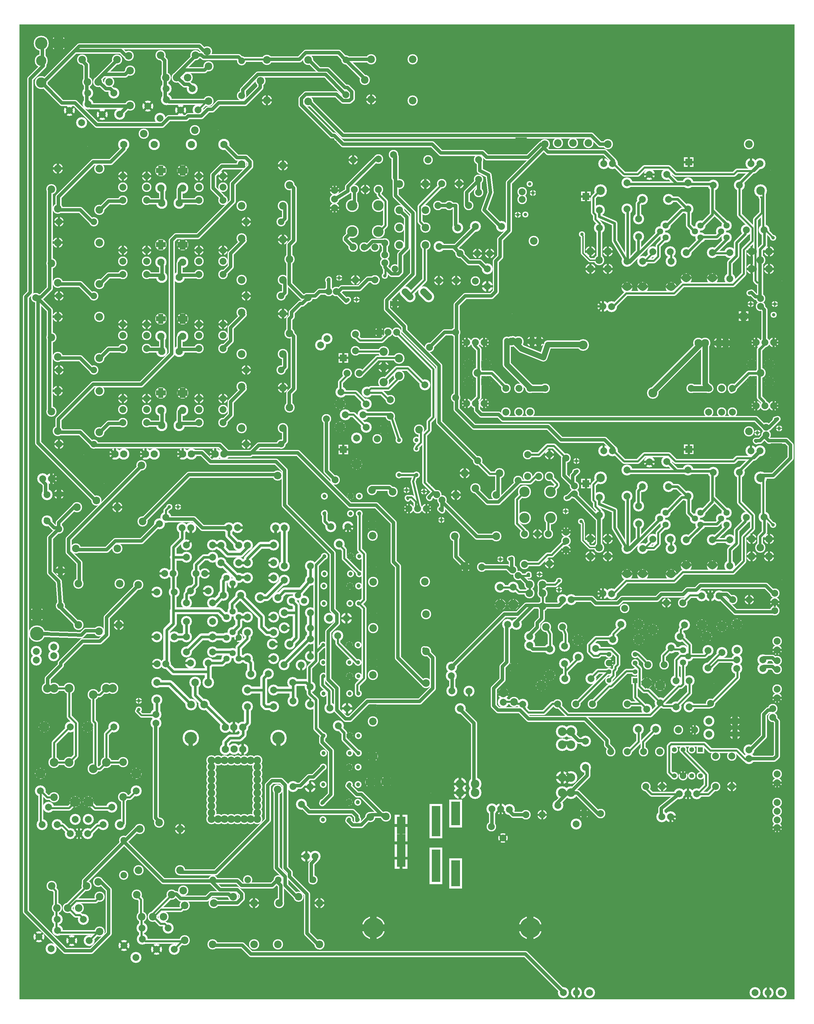
<source format=gbr>
%FSLAX34Y34*%
%MOMM*%
%LNCOPPER_BOTTOM*%
G71*
G01*
%ADD10C,3.200*%
%ADD11C,3.000*%
%ADD12C,1.600*%
%ADD13C,3.000*%
%ADD14C,2.800*%
%ADD15C,4.700*%
%ADD16C,1.400*%
%ADD17C,1.300*%
%ADD18C,1.800*%
%ADD19C,1.200*%
%ADD20C,3.700*%
%ADD21C,7.800*%
%ADD22C,3.400*%
%ADD23C,3.100*%
%ADD24C,2.800*%
%ADD25C,2.800*%
%ADD26C,2.400*%
%ADD27C,2.800*%
%ADD28C,2.600*%
%ADD29C,1.700*%
%ADD30C,1.800*%
%ADD31C,2.700*%
%ADD32C,3.200*%
%ADD33C,3.800*%
%ADD34C,3.000*%
%ADD35C,3.200*%
%ADD36C,2.000*%
%ADD37C,1.800*%
%ADD38C,2.200*%
%ADD39C,2.700*%
%ADD40C,3.300*%
%ADD41C,2.900*%
%ADD42C,4.800*%
%ADD43C,4.800*%
%ADD44C,3.300*%
%ADD45C,3.400*%
%ADD46C,2.000*%
%ADD47C,2.600*%
%ADD48C,1.900*%
%ADD49C,1.990*%
%ADD50C,3.300*%
%ADD51C,6.800*%
%ADD52C,4.400*%
%ADD53C,3.200*%
%ADD54C,0.667*%
%ADD55C,0.813*%
%ADD56C,0.733*%
%ADD57C,3.345*%
%ADD58C,6.067*%
%ADD59C,6.860*%
%ADD60C,1.403*%
%ADD61C,1.723*%
%ADD62C,1.380*%
%ADD63C,1.427*%
%ADD64C,0.680*%
%ADD65C,1.447*%
%ADD66C,0.767*%
%ADD67C,1.264*%
%ADD68C,1.507*%
%ADD69C,1.152*%
%ADD70C,2.017*%
%ADD71C,0.646*%
%ADD72C,1.527*%
%ADD73C,1.940*%
%ADD74C,1.408*%
%ADD75C,1.687*%
%ADD76C,0.700*%
%ADD77C,0.804*%
%ADD78C,0.672*%
%ADD79C,0.960*%
%ADD80C,1.487*%
%ADD81C,1.660*%
%ADD82C,0.833*%
%ADD83C,0.333*%
%ADD84C,2.748*%
%ADD85C,2.230*%
%ADD86C,2.000*%
%ADD87C,1.800*%
%ADD88C,0.800*%
%ADD89C,2.200*%
%ADD90C,4.500*%
%ADD91C,0.600*%
%ADD92C,0.500*%
%ADD93C,1.000*%
%ADD94C,0.400*%
%ADD95C,2.500*%
%ADD96C,7.000*%
%ADD97C,2.600*%
%ADD98C,2.300*%
%ADD99C,2.000*%
%ADD100C,2.000*%
%ADD101C,1.800*%
%ADD102C,0.900*%
%ADD103C,1.000*%
%ADD104C,1.900*%
%ADD105C,3.000*%
%ADD106C,2.200*%
%ADD107C,2.400*%
%ADD108C,1.200*%
%ADD109C,1.000*%
%ADD110C,1.400*%
%ADD111C,1.900*%
%ADD112C,2.100*%
%ADD113C,2.100*%
%ADD114C,4.000*%
%ADD115C,3.600*%
%ADD116C,2.100*%
%ADD117C,2.200*%
%ADD118C,1.500*%
%ADD119C,0.790*%
%ADD120C,6.000*%
%ADD121C,3.600*%
%ADD122C,3.000*%
%LPD*%
G36*
X-1271765Y2301716D02*
X988235Y2301716D01*
X988235Y-538284D01*
X-1271765Y-538284D01*
X-1271765Y2301716D01*
G37*
%LPC*%
X499830Y1763662D02*
G54D10*
D03*
X499880Y1839912D02*
G54D10*
D03*
X418836Y1760262D02*
G54D10*
D03*
X418949Y1709281D02*
G54D10*
D03*
X533136Y1734862D02*
G54D10*
D03*
X533248Y1683882D02*
G54D10*
D03*
X499846Y1535062D02*
G54D10*
D03*
X499896Y1611312D02*
G54D10*
D03*
X620567Y1791676D02*
G54D10*
D03*
X544317Y1791726D02*
G54D10*
D03*
X545526Y1611312D02*
G54D10*
D03*
X545476Y1535062D02*
G54D10*
D03*
X677629Y1763661D02*
G54D10*
D03*
X677679Y1839911D02*
G54D10*
D03*
X574961Y1639146D02*
G54D10*
D03*
X672526Y1636712D02*
G54D10*
D03*
X672476Y1560462D02*
G54D10*
D03*
X748726Y1636712D02*
G54D10*
D03*
X748676Y1560462D02*
G54D10*
D03*
X799526Y1636712D02*
G54D10*
D03*
X799476Y1560462D02*
G54D10*
D03*
X898997Y1702757D02*
G54D10*
D03*
X848016Y1702644D02*
G54D10*
D03*
X827542Y1833480D02*
G54D10*
D03*
X751293Y1833530D02*
G54D10*
D03*
X861576Y1896462D02*
G54D10*
D03*
X887076Y1896462D02*
G54D10*
D03*
X429776Y1480538D02*
G54D10*
D03*
X612201Y1716087D02*
G54D11*
D03*
X596301Y1698512D02*
G54D11*
D03*
X612235Y1680896D02*
G54D11*
D03*
X713801Y1716087D02*
G54D11*
D03*
X697901Y1698512D02*
G54D11*
D03*
X713835Y1680896D02*
G54D11*
D03*
X790000Y1716087D02*
G54D11*
D03*
X774101Y1698512D02*
G54D11*
D03*
X790036Y1680896D02*
G54D11*
D03*
G54D12*
X499896Y1611312D02*
X501051Y1608237D01*
X501051Y1760637D01*
X499830Y1763662D01*
G54D12*
X677679Y1839911D02*
X678851Y1836837D01*
X501051Y1836837D01*
X499880Y1839912D01*
G54D12*
X544317Y1791726D02*
X545501Y1792387D01*
X532801Y1779687D01*
X532801Y1735237D01*
X533136Y1734862D01*
G54D12*
X499896Y1611312D02*
X501051Y1608237D01*
X532801Y1639987D01*
X532801Y1684437D01*
X533249Y1683881D01*
G54D12*
X596301Y1698512D02*
X596301Y1697137D01*
X507401Y1608237D01*
X501051Y1608237D01*
X499896Y1611312D01*
G54D12*
X713836Y1680896D02*
X716951Y1678087D01*
X672501Y1633637D01*
X672526Y1636712D01*
G54D12*
X697901Y1698512D02*
X697901Y1697137D01*
X678851Y1716187D01*
X678851Y1760637D01*
X677630Y1763661D01*
G54D12*
X713801Y1716087D02*
X716951Y1716187D01*
X748701Y1747937D01*
X748701Y1830487D01*
X751293Y1833530D01*
G54D12*
X677630Y1763661D02*
X678851Y1760637D01*
X647101Y1792387D01*
X621701Y1792387D01*
X620567Y1791676D01*
G54D12*
X790000Y1716087D02*
X793150Y1716187D01*
X748701Y1760637D01*
X748701Y1830487D01*
X751293Y1833530D01*
G54D12*
X848016Y1702644D02*
X850300Y1703487D01*
X843950Y1697137D01*
X843950Y1690787D01*
X818550Y1665387D01*
X818550Y1627287D01*
X799500Y1608237D01*
X799500Y1557437D01*
X799476Y1560462D01*
G54D12*
X790036Y1680896D02*
X793150Y1678087D01*
X748701Y1633637D01*
X748726Y1636712D01*
G54D12*
X612201Y1716087D02*
X615351Y1716187D01*
X659801Y1760637D01*
X678851Y1760637D01*
X677630Y1763661D01*
G54D12*
X751293Y1833530D02*
X748701Y1830487D01*
X742351Y1836837D01*
X678851Y1836837D01*
X677679Y1839911D01*
X393101Y1639987D02*
G54D13*
D03*
X443901Y1639987D02*
G54D13*
D03*
X418501Y1614587D02*
G54D13*
D03*
X443901Y1589187D02*
G54D13*
D03*
X393101Y1589187D02*
G54D13*
D03*
X863000Y1639987D02*
G54D13*
D03*
X913800Y1639987D02*
G54D13*
D03*
X888400Y1614587D02*
G54D13*
D03*
X913800Y1589187D02*
G54D13*
D03*
X863000Y1589187D02*
G54D13*
D03*
G54D12*
X418501Y1614587D02*
X418501Y1709837D01*
X418949Y1709281D01*
G54D12*
X499896Y1611312D02*
X501051Y1608237D01*
X462951Y1671737D01*
X462951Y1722537D01*
X418501Y1741587D01*
X418501Y1760637D01*
X418837Y1760262D01*
G54D12*
X887607Y1614587D02*
X887607Y1646337D01*
X900307Y1659037D01*
X900307Y1703487D01*
X898204Y1702756D01*
X564527Y1864296D02*
G54D10*
D03*
X615507Y1864409D02*
G54D10*
D03*
G54D12*
X774101Y1698512D02*
X774101Y1695537D01*
X761401Y1682837D01*
X716951Y1682837D01*
X713836Y1680896D01*
X499846Y1535062D02*
G54D14*
D03*
X545476Y1535062D02*
G54D14*
D03*
X672476Y1560462D02*
G54D14*
D03*
X748676Y1560462D02*
G54D14*
D03*
X499846Y1535062D02*
G54D14*
D03*
X375424Y1894680D02*
G54D15*
D03*
X625761Y1639146D02*
G54D10*
D03*
X628076Y1611312D02*
G54D10*
D03*
X628026Y1535062D02*
G54D10*
D03*
G54D16*
X612236Y1680896D02*
X615351Y1682837D01*
X589951Y1657437D01*
X589951Y1625687D01*
X577251Y1612987D01*
X545501Y1612987D01*
X545526Y1611312D01*
G54D16*
X574961Y1639146D02*
X577251Y1638387D01*
X551851Y1612987D01*
X545501Y1612987D01*
X545526Y1611312D01*
G54D16*
X628076Y1611312D02*
X628051Y1612987D01*
X628051Y1638387D01*
X625761Y1639146D01*
G54D12*
X887076Y1896462D02*
X885250Y1895537D01*
X828100Y1838387D01*
X828100Y1832037D01*
X827542Y1833480D01*
G54D12*
X615507Y1864409D02*
X618551Y1863787D01*
X643951Y1838387D01*
X675701Y1838387D01*
X677679Y1839911D01*
X431576Y1896462D02*
G54D10*
D03*
X457076Y1896462D02*
G54D10*
D03*
G54D16*
X457076Y1896462D02*
X460901Y1895287D01*
X490901Y1865287D01*
X530901Y1865287D01*
X550901Y1885287D01*
X620901Y1885287D01*
X640901Y1865287D01*
X810900Y1865287D01*
X820900Y1875287D01*
X870900Y1875287D01*
X890900Y1895287D01*
X887076Y1896462D01*
G54D16*
X799526Y1636712D02*
X800900Y1635287D01*
X750901Y1635287D01*
X748726Y1636712D01*
G54D17*
X928300Y1680687D02*
X925900Y1680287D01*
X905900Y1700287D01*
X900900Y1700287D01*
X898998Y1702756D01*
G36*
X365974Y1814635D02*
X393974Y1814635D01*
X393974Y1786635D01*
X365974Y1786635D01*
X365974Y1814635D01*
G37*
G36*
X665974Y1914635D02*
X693974Y1914635D01*
X693974Y1886635D01*
X665974Y1886635D01*
X665974Y1914635D01*
G37*
X368301Y1690687D02*
G54D18*
D03*
G54D19*
X368301Y1690687D02*
X365901Y1690287D01*
X370901Y1685287D01*
X370901Y1635287D01*
X390901Y1615287D01*
X420901Y1615287D01*
X418501Y1614587D01*
X545476Y1535062D02*
G54D14*
D03*
X628026Y1535062D02*
G54D14*
D03*
X672476Y1560462D02*
G54D14*
D03*
X748676Y1560462D02*
G54D14*
D03*
G54D16*
X454879Y1476172D02*
X453054Y1473596D01*
X497504Y1518046D01*
X637204Y1518046D01*
X662604Y1543446D01*
X808654Y1543446D01*
X840404Y1575196D01*
X840404Y1645046D01*
X865804Y1670446D01*
X865804Y1708546D01*
X827704Y1746646D01*
X827704Y1829196D01*
X827146Y1832290D01*
X935257Y1893887D02*
G54D15*
D03*
X375424Y1535906D02*
G54D15*
D03*
X934622Y1537493D02*
G54D15*
D03*
X454879Y1479346D02*
G54D10*
D03*
X925900Y1680287D02*
G54D18*
D03*
X425451Y1817687D02*
G54D18*
D03*
X422275Y1817688D02*
G54D20*
D03*
G54D16*
X422275Y1817688D02*
X420113Y1816894D01*
X401063Y1797844D01*
X401063Y1753394D01*
X407413Y1747044D01*
X407413Y1734344D01*
X420113Y1721644D01*
X420113Y1613694D01*
X418501Y1614588D01*
X889000Y1817688D02*
G54D20*
D03*
G54D16*
X889000Y1817688D02*
X890013Y1816894D01*
X896363Y1810544D01*
X896363Y1702594D01*
X898997Y1702756D01*
X508051Y1228446D02*
G54D21*
D03*
X438201Y1368146D02*
G54D21*
D03*
X371526Y1368146D02*
G54D22*
D03*
X574726Y1228446D02*
G54D22*
D03*
X162651Y1378246D02*
G54D23*
D03*
X242651Y1378246D02*
G54D24*
D03*
X707651Y1373246D02*
G54D24*
D03*
X787651Y1373246D02*
G54D24*
D03*
X242651Y1378246D02*
G54D23*
D03*
X707651Y1373246D02*
G54D23*
D03*
X787651Y1373246D02*
G54D13*
D03*
X182651Y1378246D02*
G54D23*
D03*
X222651Y1378246D02*
G54D23*
D03*
X727651Y1373246D02*
G54D23*
D03*
X767651Y1373246D02*
G54D23*
D03*
X38226Y1260646D02*
G54D13*
D03*
X38226Y1311446D02*
G54D13*
D03*
X63626Y1286046D02*
G54D13*
D03*
X89026Y1311446D02*
G54D13*
D03*
X89026Y1260646D02*
G54D13*
D03*
X38226Y1260646D02*
G54D25*
D03*
X89026Y1260646D02*
G54D14*
D03*
X863726Y1260646D02*
G54D13*
D03*
X863726Y1311446D02*
G54D13*
D03*
X889126Y1286046D02*
G54D13*
D03*
X914526Y1311446D02*
G54D13*
D03*
X914526Y1260646D02*
G54D13*
D03*
X863726Y1260646D02*
G54D25*
D03*
X914526Y1260646D02*
G54D14*
D03*
G54D26*
X162651Y1378246D02*
X166851Y1381946D01*
X192251Y1356546D01*
X255751Y1331146D01*
X268451Y1369246D01*
X370051Y1369246D01*
X371526Y1368146D01*
G54D26*
X707651Y1373246D02*
X712951Y1369246D01*
X573251Y1229546D01*
X574726Y1228446D01*
G36*
X825951Y1437796D02*
X825951Y1465796D01*
X853951Y1465796D01*
X853951Y1437796D01*
X825951Y1437796D01*
G37*
X737183Y1172009D02*
G54D27*
D03*
X737183Y1241859D02*
G54D27*
D03*
X807034Y1172009D02*
G54D27*
D03*
X807034Y1241859D02*
G54D27*
D03*
X775283Y1241859D02*
G54D27*
D03*
X775283Y1172009D02*
G54D27*
D03*
X807034Y1172009D02*
G54D14*
D03*
X807034Y1241859D02*
G54D14*
D03*
X146633Y1172009D02*
G54D27*
D03*
X146633Y1241859D02*
G54D27*
D03*
X216483Y1172009D02*
G54D27*
D03*
X216484Y1241860D02*
G54D27*
D03*
X184733Y1241860D02*
G54D27*
D03*
X184733Y1172010D02*
G54D27*
D03*
X216484Y1172009D02*
G54D14*
D03*
X216484Y1241860D02*
G54D14*
D03*
G54D26*
X216484Y1241860D02*
X219126Y1241146D01*
X149276Y1310996D01*
X149276Y1380846D01*
X149951Y1378246D01*
X787651Y1373246D02*
G54D23*
D03*
X260934Y1241859D02*
G54D25*
D03*
G54D12*
X146634Y1241860D02*
X149276Y1241146D01*
X104826Y1285596D01*
X66726Y1285596D01*
X63626Y1286046D01*
G54D26*
X254584Y1241859D02*
X257226Y1241146D01*
X219126Y1241146D01*
X216484Y1241860D01*
X686384Y1241859D02*
G54D25*
D03*
G54D26*
X686384Y1241859D02*
X689026Y1241146D01*
X739826Y1241146D01*
X737184Y1241860D01*
G54D12*
X807034Y1235509D02*
X803326Y1234796D01*
X854126Y1285596D01*
X892226Y1285596D01*
X889126Y1279696D01*
G54D26*
X737184Y1241860D02*
X739826Y1241146D01*
X727126Y1253846D01*
X727126Y1368146D01*
X727651Y1373246D01*
X927326Y1190821D02*
G54D25*
D03*
X901926Y1190821D02*
G54D25*
D03*
X876526Y1190821D02*
G54D25*
D03*
X82776Y1374971D02*
G54D25*
D03*
X57376Y1374971D02*
G54D25*
D03*
X31976Y1374971D02*
G54D25*
D03*
X927326Y1374971D02*
G54D25*
D03*
X901926Y1374971D02*
G54D25*
D03*
X876526Y1374971D02*
G54D25*
D03*
X82776Y1197172D02*
G54D25*
D03*
X57376Y1197172D02*
G54D25*
D03*
X31976Y1197172D02*
G54D25*
D03*
G54D12*
X57376Y1197172D02*
X54026Y1203046D01*
X66726Y1215746D01*
X66726Y1291946D01*
X63626Y1286046D01*
G54D12*
X57376Y1374971D02*
X54026Y1380846D01*
X54026Y1368146D01*
X66726Y1355446D01*
X66726Y1291946D01*
X63626Y1286046D01*
G54D12*
X895576Y1190821D02*
X898576Y1190346D01*
X898576Y1203046D01*
X885876Y1215746D01*
X885876Y1291946D01*
X882776Y1286046D01*
G54D12*
X895576Y1374971D02*
X898576Y1380846D01*
X898576Y1368146D01*
X885876Y1355446D01*
X885876Y1291946D01*
X882776Y1286046D01*
X38226Y1311446D02*
G54D14*
D03*
X89026Y1311446D02*
G54D14*
D03*
X863726Y1260646D02*
G54D14*
D03*
X863726Y1311446D02*
G54D14*
D03*
X914526Y1311446D02*
G54D14*
D03*
X914526Y1260646D02*
G54D14*
D03*
X499830Y927050D02*
G54D10*
D03*
X499880Y1003300D02*
G54D10*
D03*
X418836Y923650D02*
G54D10*
D03*
X418949Y872669D02*
G54D10*
D03*
X533136Y898250D02*
G54D10*
D03*
X533248Y847269D02*
G54D10*
D03*
X499846Y698450D02*
G54D10*
D03*
X499896Y774700D02*
G54D10*
D03*
X620567Y955064D02*
G54D10*
D03*
X544317Y955114D02*
G54D10*
D03*
X545526Y774700D02*
G54D10*
D03*
X545476Y698450D02*
G54D10*
D03*
X677629Y927049D02*
G54D10*
D03*
X677679Y1003299D02*
G54D10*
D03*
X574961Y802534D02*
G54D10*
D03*
X672526Y800100D02*
G54D10*
D03*
X672476Y723850D02*
G54D10*
D03*
X748726Y800100D02*
G54D10*
D03*
X748676Y723850D02*
G54D10*
D03*
X799526Y800100D02*
G54D10*
D03*
X799476Y723850D02*
G54D10*
D03*
X898997Y866144D02*
G54D10*
D03*
X848016Y866032D02*
G54D10*
D03*
X827542Y996868D02*
G54D10*
D03*
X751293Y996918D02*
G54D10*
D03*
X861576Y1059850D02*
G54D10*
D03*
X887076Y1059850D02*
G54D10*
D03*
X429776Y643925D02*
G54D10*
D03*
X612201Y879475D02*
G54D11*
D03*
X596301Y861900D02*
G54D11*
D03*
X612235Y844284D02*
G54D11*
D03*
X713801Y879475D02*
G54D11*
D03*
X697901Y861900D02*
G54D11*
D03*
X713835Y844284D02*
G54D11*
D03*
X790000Y879475D02*
G54D11*
D03*
X774101Y861900D02*
G54D11*
D03*
X790036Y844284D02*
G54D11*
D03*
G54D12*
X499896Y774700D02*
X501051Y771625D01*
X501051Y924025D01*
X499830Y927050D01*
G54D12*
X677679Y1003299D02*
X678851Y1000225D01*
X501051Y1000225D01*
X499880Y1003300D01*
G54D12*
X544317Y955114D02*
X545501Y955775D01*
X532801Y943075D01*
X532801Y898625D01*
X533136Y898250D01*
G54D12*
X499896Y774700D02*
X501051Y771625D01*
X532801Y803375D01*
X532801Y847825D01*
X533249Y847269D01*
G54D12*
X596301Y861900D02*
X596301Y860525D01*
X507401Y771625D01*
X501051Y771625D01*
X499896Y774700D01*
G54D12*
X713836Y844284D02*
X716951Y841475D01*
X672501Y797025D01*
X672526Y800100D01*
G54D12*
X697901Y861900D02*
X697901Y860525D01*
X678851Y879575D01*
X678851Y924025D01*
X677630Y927049D01*
G54D12*
X713801Y879475D02*
X716951Y879575D01*
X748701Y911325D01*
X748701Y993875D01*
X751293Y996918D01*
G54D12*
X677630Y927049D02*
X678851Y924025D01*
X647101Y955775D01*
X621701Y955775D01*
X620567Y955064D01*
G54D12*
X790000Y879475D02*
X793150Y879575D01*
X748701Y924025D01*
X748701Y993875D01*
X751293Y996918D01*
G54D12*
X848016Y866032D02*
X850300Y866875D01*
X843950Y860525D01*
X843950Y854175D01*
X818550Y828775D01*
X818550Y790675D01*
X799500Y771625D01*
X799500Y720825D01*
X799476Y723850D01*
G54D12*
X790036Y844284D02*
X793150Y841475D01*
X748701Y797025D01*
X748726Y800100D01*
G54D12*
X612201Y879475D02*
X615351Y879575D01*
X659801Y924025D01*
X678851Y924025D01*
X677630Y927049D01*
G54D12*
X751293Y996918D02*
X748701Y993875D01*
X742351Y1000225D01*
X678851Y1000225D01*
X677679Y1003299D01*
X393101Y803375D02*
G54D13*
D03*
X443901Y803375D02*
G54D13*
D03*
X418501Y777975D02*
G54D13*
D03*
X443901Y752575D02*
G54D13*
D03*
X393101Y752575D02*
G54D13*
D03*
X863000Y803375D02*
G54D13*
D03*
X913800Y803375D02*
G54D13*
D03*
X888400Y777975D02*
G54D13*
D03*
X913800Y752575D02*
G54D13*
D03*
X863000Y752575D02*
G54D13*
D03*
G54D12*
X418501Y777975D02*
X418501Y873225D01*
X418949Y872669D01*
G54D12*
X499896Y774700D02*
X501051Y771625D01*
X462951Y835125D01*
X462951Y885925D01*
X418501Y904975D01*
X418501Y924025D01*
X418837Y923650D01*
G54D12*
X887607Y777975D02*
X887607Y809725D01*
X900307Y822425D01*
X900307Y866875D01*
X898204Y866144D01*
X564527Y1027684D02*
G54D10*
D03*
X615507Y1027796D02*
G54D10*
D03*
G54D12*
X774101Y861900D02*
X774101Y858925D01*
X761401Y846225D01*
X716951Y846225D01*
X713836Y844284D01*
X499846Y698450D02*
G54D14*
D03*
X545476Y698450D02*
G54D14*
D03*
X672476Y723850D02*
G54D14*
D03*
X748676Y723850D02*
G54D14*
D03*
X499846Y698450D02*
G54D14*
D03*
X375424Y1058068D02*
G54D15*
D03*
X625761Y802534D02*
G54D10*
D03*
X628076Y774700D02*
G54D10*
D03*
X628026Y698450D02*
G54D10*
D03*
G54D16*
X612236Y844284D02*
X615351Y846225D01*
X589951Y820825D01*
X589951Y789075D01*
X577251Y776375D01*
X545501Y776375D01*
X545526Y774700D01*
G54D16*
X574961Y802534D02*
X577251Y801775D01*
X551851Y776375D01*
X545501Y776375D01*
X545526Y774700D01*
G54D16*
X628076Y774700D02*
X628051Y776375D01*
X628051Y801775D01*
X625761Y802534D01*
G54D12*
X887076Y1059850D02*
X885250Y1058925D01*
X828100Y1001775D01*
X828100Y995425D01*
X827542Y996868D01*
G54D12*
X615507Y1027797D02*
X618551Y1027175D01*
X643951Y1001775D01*
X675701Y1001775D01*
X677679Y1003299D01*
X431576Y1059850D02*
G54D10*
D03*
X457076Y1059850D02*
G54D10*
D03*
G54D16*
X457076Y1059850D02*
X460901Y1058675D01*
X490901Y1028675D01*
X530901Y1028675D01*
X550901Y1048675D01*
X620901Y1048675D01*
X640901Y1028675D01*
X810900Y1028675D01*
X820900Y1038675D01*
X870900Y1038675D01*
X890900Y1058675D01*
X887076Y1059850D01*
G54D16*
X799526Y800100D02*
X800900Y798675D01*
X750901Y798675D01*
X748726Y800100D01*
G54D17*
X928300Y844075D02*
X925900Y843675D01*
X905900Y863675D01*
X900900Y863675D01*
X898998Y866144D01*
G36*
X365974Y978023D02*
X393974Y978023D01*
X393974Y950023D01*
X365974Y950023D01*
X365974Y978023D01*
G37*
G36*
X665974Y1078023D02*
X693974Y1078023D01*
X693974Y1050023D01*
X665974Y1050023D01*
X665974Y1078023D01*
G37*
G54D19*
X368301Y854075D02*
X365901Y853675D01*
X370901Y848675D01*
X370901Y798675D01*
X390901Y778675D01*
X420901Y778675D01*
X418501Y777975D01*
X545476Y698450D02*
G54D14*
D03*
X628026Y698450D02*
G54D14*
D03*
X672476Y723850D02*
G54D14*
D03*
X748676Y723850D02*
G54D14*
D03*
G54D16*
X454879Y639559D02*
X453054Y636984D01*
X497504Y681434D01*
X637204Y681434D01*
X662604Y706834D01*
X808654Y706834D01*
X840404Y738584D01*
X840404Y808434D01*
X865804Y833834D01*
X865804Y871934D01*
X827704Y910034D01*
X827704Y992584D01*
X827146Y995677D01*
X935257Y1057275D02*
G54D15*
D03*
X375424Y699293D02*
G54D15*
D03*
X934622Y700880D02*
G54D15*
D03*
X454879Y642734D02*
G54D10*
D03*
X925900Y843675D02*
G54D18*
D03*
X425451Y981075D02*
G54D18*
D03*
X422275Y981075D02*
G54D20*
D03*
G54D16*
X422275Y981075D02*
X420113Y980281D01*
X401063Y961231D01*
X401063Y916781D01*
X407413Y910431D01*
X407413Y897731D01*
X420113Y885031D01*
X420113Y777081D01*
X418501Y777975D01*
X889000Y981075D02*
G54D20*
D03*
G54D16*
X889000Y981075D02*
X890013Y980281D01*
X896363Y973931D01*
X896363Y865981D01*
X898997Y866144D01*
X-225400Y1698147D02*
G54D28*
D03*
X-225399Y1774347D02*
G54D28*
D03*
X-301599Y1698147D02*
G54D28*
D03*
X-225400Y1698147D02*
G54D28*
D03*
X-301600Y1774346D02*
G54D28*
D03*
X-301599Y1698146D02*
G54D28*
D03*
X-225399Y1774347D02*
G54D28*
D03*
X-301599Y1774347D02*
G54D28*
D03*
X-225487Y1909370D02*
G54D27*
D03*
X-225487Y1820470D02*
G54D27*
D03*
X-263587Y1820470D02*
G54D27*
D03*
X-295337Y1820470D02*
G54D27*
D03*
X-235130Y1557580D02*
G54D27*
D03*
X-298630Y1652830D02*
G54D27*
D03*
X-266880Y1652830D02*
G54D27*
D03*
X-235130Y1652830D02*
G54D27*
D03*
G54D29*
X-295338Y1820470D02*
X-295250Y1818797D01*
X-295250Y1780697D01*
X-301600Y1774347D01*
G54D30*
X-301599Y1698147D02*
X-320650Y1679097D01*
X-320650Y1674849D01*
X-298630Y1652830D01*
G54D30*
X-345610Y1797020D02*
X-313860Y1816070D01*
X-313860Y1828770D01*
X-231310Y1911320D01*
X-231837Y1909370D01*
X-206648Y1665118D02*
G54D27*
D03*
G54D30*
X-206647Y1665119D02*
X-203774Y1662906D01*
X-210124Y1669256D01*
X-241874Y1669256D01*
X-260924Y1650206D01*
X-267274Y1650206D01*
X-266880Y1652830D01*
X-298630Y1906830D02*
G54D27*
D03*
X-181037Y1922070D02*
G54D27*
D03*
X-18609Y1774380D02*
G54D27*
D03*
X38541Y1774380D02*
G54D27*
D03*
X67241Y1850580D02*
G54D27*
D03*
X67241Y1907730D02*
G54D27*
D03*
X6191Y1708757D02*
G54D10*
D03*
X-47761Y1654876D02*
G54D10*
D03*
X6191Y1708757D02*
G54D14*
D03*
X133966Y1712808D02*
G54D10*
D03*
X57717Y1712858D02*
G54D10*
D03*
X133966Y1712809D02*
G54D14*
D03*
X13141Y1634680D02*
G54D27*
D03*
X63941Y1634680D02*
G54D27*
D03*
G54D30*
X57717Y1712858D02*
X57641Y1710880D01*
X491Y1653730D01*
X-50309Y1653730D01*
X-47761Y1654876D01*
G54D30*
X13141Y1634680D02*
X13191Y1634680D01*
X-5859Y1653730D01*
X-50309Y1653730D01*
X-47761Y1654876D01*
G54D30*
X6191Y1708758D02*
X6841Y1710880D01*
X491Y1717230D01*
X491Y1774380D01*
X-18609Y1774380D01*
X63941Y1634680D02*
G54D27*
D03*
X92548Y1538574D02*
G54D10*
D03*
X92436Y1589555D02*
G54D10*
D03*
X92548Y1538574D02*
G54D10*
D03*
G54D30*
X92436Y1589554D02*
X89391Y1590230D01*
X70341Y1609280D01*
X38591Y1609280D01*
X13191Y1634680D01*
X13141Y1634680D01*
G54D30*
X67241Y1850580D02*
X70341Y1850580D01*
X32241Y1812480D01*
X32241Y1774380D01*
X32191Y1774380D01*
G54D30*
X133967Y1712808D02*
X133841Y1710880D01*
X83041Y1761680D01*
X102041Y1812480D01*
X95741Y1863280D01*
X70341Y1875980D01*
X70341Y1901380D01*
X67241Y1901380D01*
X67241Y1812480D02*
G54D27*
D03*
G54D30*
X67241Y1812480D02*
X67241Y1850580D01*
X98991Y1634680D02*
G54D27*
D03*
X-51629Y1774380D02*
G54D27*
D03*
G54D30*
X-51629Y1774380D02*
X-50359Y1774380D01*
X-12259Y1774380D01*
X-18609Y1774380D01*
X-40709Y1837880D02*
G54D27*
D03*
X10091Y1837880D02*
G54D27*
D03*
X-164405Y1836386D02*
G54D13*
D03*
X-88205Y1836386D02*
G54D13*
D03*
X-164405Y1760186D02*
G54D13*
D03*
X-164405Y1709386D02*
G54D13*
D03*
X-164405Y1658586D02*
G54D13*
D03*
X-88205Y1760186D02*
G54D13*
D03*
X-88205Y1709386D02*
G54D13*
D03*
X-88205Y1658586D02*
G54D13*
D03*
X-176906Y1488023D02*
G54D31*
D03*
X-176906Y1589623D02*
G54D31*
D03*
X-176906Y1488023D02*
G54D14*
D03*
X-88205Y1836386D02*
G54D27*
D03*
X58046Y1553582D02*
G54D27*
D03*
X1826Y1555827D02*
G54D27*
D03*
X1826Y1555827D02*
G54D27*
D03*
X-48974Y1555827D02*
G54D27*
D03*
G54D16*
X-164404Y1836385D02*
X-161460Y1835120D01*
X-180510Y1854170D01*
X-180510Y1924020D01*
X-181037Y1922070D01*
G54D16*
X877194Y1551523D02*
X879940Y1549370D01*
X873590Y1555720D01*
X873590Y1733520D01*
X892640Y1752570D01*
X892640Y1797020D01*
X889696Y1798285D01*
G54D30*
X-164404Y1760186D02*
X-161460Y1758920D01*
X-142410Y1739870D01*
X-142410Y1650970D01*
X-161460Y1631920D01*
X-161460Y1581120D01*
X-167810Y1574770D01*
X-186860Y1574770D01*
X-205910Y1593820D01*
X-206437Y1607745D01*
G54D16*
X-88204Y1709386D02*
X-85260Y1708120D01*
X-104310Y1727170D01*
X-104310Y1771620D01*
X-40810Y1835120D01*
X-40709Y1837880D01*
G54D32*
X-78790Y1508105D02*
X-92932Y1522247D01*
G54D32*
X-132765Y1508105D02*
X-146907Y1522247D01*
X-352999Y1818481D02*
G54D25*
D03*
X-352999Y1793081D02*
G54D25*
D03*
X-352999Y1767681D02*
G54D25*
D03*
X-79949Y1907381D02*
G54D25*
D03*
X-301600Y1774346D02*
G54D33*
D03*
X-301599Y1698147D02*
G54D33*
D03*
X-225400Y1698147D02*
G54D33*
D03*
X-225399Y1774347D02*
G54D33*
D03*
G54D16*
X-225399Y1698147D02*
X-223539Y1697231D01*
X-204489Y1716281D01*
X-204489Y1786131D01*
X-223539Y1805181D01*
X-223539Y1817881D01*
X-225487Y1820470D01*
G54D16*
X-136661Y1515176D02*
X-134639Y1513081D01*
X-90189Y1557531D01*
X-90189Y1659131D01*
X-88204Y1658586D01*
X200680Y939945D02*
G54D28*
D03*
X200679Y863745D02*
G54D28*
D03*
X276879Y939945D02*
G54D28*
D03*
X200680Y939945D02*
G54D28*
D03*
X276880Y863745D02*
G54D28*
D03*
X276880Y939945D02*
G54D28*
D03*
X200679Y863745D02*
G54D28*
D03*
X276880Y863745D02*
G54D28*
D03*
X200767Y728722D02*
G54D27*
D03*
X200767Y817622D02*
G54D27*
D03*
X238867Y817622D02*
G54D27*
D03*
X270617Y817622D02*
G54D27*
D03*
X273911Y1048762D02*
G54D27*
D03*
X210411Y1048762D02*
G54D27*
D03*
X273910Y985262D02*
G54D27*
D03*
X242161Y985262D02*
G54D27*
D03*
X210411Y985262D02*
G54D27*
D03*
G54D16*
X270618Y817622D02*
X270529Y819295D01*
X270530Y857395D01*
X276880Y863745D01*
G54D16*
X276879Y939945D02*
X295930Y958995D01*
X295930Y963243D01*
X273910Y985262D01*
X181928Y972973D02*
G54D27*
D03*
G54D16*
X181927Y972973D02*
X179054Y975186D01*
X185404Y968836D01*
X217154Y968836D01*
X236204Y987886D01*
X242554Y987886D01*
X242160Y985262D01*
X273910Y731262D02*
G54D27*
D03*
X321930Y771986D02*
G54D25*
D03*
X321930Y797386D02*
G54D25*
D03*
X321930Y822786D02*
G54D25*
D03*
X321930Y1038686D02*
G54D25*
D03*
G54D16*
X321930Y797386D02*
X324710Y794762D01*
X318360Y788412D01*
X312010Y788412D01*
X280260Y756662D01*
X267560Y756662D01*
X242160Y731262D01*
X197710Y731262D01*
X200768Y728722D01*
G54D16*
X321930Y1038686D02*
X324710Y1036062D01*
X286610Y1074162D01*
X267560Y1074162D01*
X242160Y1048762D01*
X210410Y1048762D01*
X276880Y863745D02*
G54D33*
D03*
X276879Y939945D02*
G54D33*
D03*
X200680Y939945D02*
G54D33*
D03*
X200679Y863745D02*
G54D33*
D03*
G54D16*
X200680Y939945D02*
X198104Y937086D01*
X179054Y918036D01*
X179054Y848186D01*
X198104Y829136D01*
X198104Y816436D01*
X200767Y817622D01*
X-2329Y810364D02*
G54D13*
D03*
X845Y931014D02*
G54D13*
D03*
X118321Y810364D02*
G54D13*
D03*
X118321Y931014D02*
G54D13*
D03*
X57996Y950477D02*
G54D13*
D03*
X845Y931014D02*
G54D34*
D03*
X26692Y994596D02*
G54D13*
D03*
X128292Y994595D02*
G54D13*
D03*
X215592Y670456D02*
G54D13*
D03*
X215592Y645056D02*
G54D13*
D03*
X253692Y645056D02*
G54D13*
D03*
X253692Y606956D02*
G54D13*
D03*
X168187Y662449D02*
G54D10*
D03*
X168300Y611468D02*
G54D10*
D03*
X168187Y662448D02*
G54D27*
D03*
X168299Y611468D02*
G54D27*
D03*
G54D16*
X215592Y645056D02*
X216426Y646074D01*
X216426Y671474D01*
X215592Y670456D01*
G54D16*
X253692Y606956D02*
X254526Y607974D01*
X254526Y633374D01*
X253692Y632356D01*
G54D16*
X168187Y662448D02*
X172370Y661398D01*
X185070Y648698D01*
X210470Y648698D01*
X215592Y645056D01*
X130087Y662449D02*
G54D10*
D03*
X130199Y611468D02*
G54D10*
D03*
X130087Y662448D02*
G54D27*
D03*
X130199Y611468D02*
G54D27*
D03*
G54D16*
X130087Y662448D02*
X134270Y661398D01*
X172370Y661398D01*
X168187Y662448D01*
X253692Y670456D02*
G54D13*
D03*
G54D30*
X253692Y670456D02*
X248570Y674098D01*
X248570Y648698D01*
X253692Y645056D01*
X64659Y1030405D02*
G54D27*
D03*
X26692Y994596D02*
G54D13*
D03*
G54D16*
X64658Y1030405D02*
X67688Y1031081D01*
X67688Y1024731D01*
X99438Y992981D01*
X131188Y992981D01*
X128292Y994595D01*
G54D30*
X57996Y950477D02*
X54988Y948531D01*
X93088Y910431D01*
X124838Y910431D01*
X181988Y967581D01*
X181988Y973931D01*
X181928Y972973D01*
X-165350Y1328894D02*
G54D35*
D03*
X-165350Y1278094D02*
G54D35*
D03*
X-209800Y1303494D02*
G54D35*
D03*
X-209800Y1259044D02*
G54D35*
D03*
X-209800Y1347944D02*
G54D35*
D03*
X-197100Y1405094D02*
G54D27*
D03*
X-222500Y1405094D02*
G54D27*
D03*
X-171700Y1405094D02*
G54D27*
D03*
X-258185Y1230469D02*
G54D10*
D03*
X-334435Y1230519D02*
G54D10*
D03*
X-337127Y1196209D02*
G54D10*
D03*
X-260877Y1196159D02*
G54D10*
D03*
X-321193Y1164733D02*
G54D10*
D03*
X-270213Y1164845D02*
G54D10*
D03*
X-292350Y1398832D02*
G54D27*
D03*
X-292350Y1351032D02*
G54D27*
D03*
X-288740Y1097208D02*
G54D10*
D03*
X-288790Y1020958D02*
G54D10*
D03*
X-228850Y1046144D02*
G54D27*
D03*
X-228850Y1093944D02*
G54D27*
D03*
X-316294Y1285988D02*
G54D27*
D03*
X-281194Y1285988D02*
G54D27*
D03*
X-190750Y1160444D02*
G54D27*
D03*
X-190750Y1208244D02*
G54D27*
D03*
X-337072Y1128562D02*
G54D10*
D03*
X-260822Y1128512D02*
G54D10*
D03*
X-89875Y1252139D02*
G54D10*
D03*
X-337127Y1196210D02*
G54D27*
D03*
X-337072Y1128562D02*
G54D27*
D03*
X-228850Y1046144D02*
G54D27*
D03*
X-288790Y1020958D02*
G54D27*
D03*
G54D16*
X-292350Y1392482D02*
X-291650Y1393664D01*
X-278950Y1380964D01*
X-215450Y1380964D01*
X-196400Y1400014D01*
X-196400Y1406364D01*
X-197100Y1405094D01*
G54D16*
X-292350Y1357382D02*
X-291650Y1355564D01*
X-285300Y1349214D01*
X-209100Y1349214D01*
X-209800Y1347944D01*
G54D16*
X-274844Y1285988D02*
X-272600Y1285714D01*
X-228150Y1330164D01*
X-164650Y1330164D01*
X-165350Y1328894D01*
G54D16*
X-258185Y1230469D02*
X-259900Y1228564D01*
X-247200Y1241264D01*
X-196400Y1241264D01*
X-164650Y1273014D01*
X-164650Y1279364D01*
X-165350Y1278094D01*
G54D16*
X-309944Y1285988D02*
X-310700Y1285714D01*
X-336100Y1260314D01*
X-336100Y1228564D01*
X-334435Y1230519D01*
G54D16*
X-260877Y1196160D02*
X-259900Y1196814D01*
X-291650Y1228564D01*
X-336100Y1228564D01*
X-334435Y1230519D01*
G54D16*
X-190750Y1201894D02*
X-190050Y1203164D01*
X-215450Y1228564D01*
X-259900Y1228564D01*
X-258185Y1230469D01*
G54D16*
X-190750Y1166794D02*
X-190050Y1165064D01*
X-272600Y1165064D01*
X-270213Y1164845D01*
G54D16*
X-260822Y1128512D02*
X-259900Y1126964D01*
X-298000Y1165064D01*
X-323400Y1165064D01*
X-321193Y1164733D01*
G36*
X-313400Y1344164D02*
X-313400Y1316164D01*
X-341400Y1316164D01*
X-341400Y1344164D01*
X-313400Y1344164D01*
G37*
G36*
X-313400Y1077464D02*
X-313400Y1049464D01*
X-341400Y1049464D01*
X-341400Y1077464D01*
X-313400Y1077464D01*
G37*
X-114550Y1090682D02*
G54D36*
D03*
X-114550Y1065282D02*
G54D37*
D03*
X-165350Y1090682D02*
G54D37*
D03*
X-165350Y1065282D02*
G54D36*
D03*
X-114550Y989082D02*
G54D37*
D03*
X-165350Y989082D02*
G54D37*
D03*
X-207768Y1121448D02*
G54D13*
D03*
X-106168Y1121448D02*
G54D13*
D03*
X-207768Y1121448D02*
G54D13*
D03*
G54D16*
X-165350Y1090682D02*
X-190750Y1166882D01*
X-273300Y1166882D01*
X-270213Y1164845D01*
G54D16*
X-106168Y1121448D02*
X-108200Y1122432D01*
X-101850Y1116082D01*
X-101850Y1084332D01*
X-114550Y1071632D01*
X-114550Y1065282D01*
G54D16*
X-89875Y1252139D02*
X-89150Y1249432D01*
X-139950Y1300232D01*
X-171700Y1300232D01*
X-209800Y1262132D01*
X-209800Y1259044D01*
X-84954Y891474D02*
G54D25*
D03*
X-110354Y891474D02*
G54D25*
D03*
X-135754Y891474D02*
G54D25*
D03*
G54D16*
X-165350Y989082D02*
X-114550Y989082D01*
X-165350Y1090682D02*
G54D36*
D03*
X-114550Y989082D02*
G54D36*
D03*
X-165350Y989082D02*
G54D36*
D03*
G36*
X512563Y379344D02*
X512563Y401344D01*
X534563Y401344D01*
X534563Y379344D01*
X512563Y379344D01*
G37*
X523563Y415744D02*
G54D38*
D03*
X523563Y441144D02*
G54D38*
D03*
X523563Y466544D02*
G54D38*
D03*
X447364Y466544D02*
G54D38*
D03*
X447364Y441144D02*
G54D38*
D03*
X447364Y415744D02*
G54D38*
D03*
X447364Y390344D02*
G54D38*
D03*
X447364Y441144D02*
G54D39*
D03*
X819314Y425706D02*
G54D10*
D03*
X819314Y451205D02*
G54D10*
D03*
X249324Y322369D02*
G54D27*
D03*
X274219Y405954D02*
G54D10*
D03*
X274269Y482204D02*
G54D10*
D03*
X139027Y327362D02*
G54D10*
D03*
X139027Y352862D02*
G54D10*
D03*
X681284Y389646D02*
G54D10*
D03*
X681234Y313396D02*
G54D10*
D03*
X681284Y389646D02*
G54D27*
D03*
X743168Y371712D02*
G54D27*
D03*
X743168Y323912D02*
G54D27*
D03*
X643183Y389646D02*
G54D10*
D03*
X643134Y313396D02*
G54D10*
D03*
X643184Y389646D02*
G54D27*
D03*
X662839Y443419D02*
G54D11*
D03*
X678739Y460994D02*
G54D11*
D03*
X662804Y478610D02*
G54D11*
D03*
X736212Y478212D02*
G54D10*
D03*
X736324Y427232D02*
G54D10*
D03*
X736212Y478212D02*
G54D27*
D03*
X731282Y518340D02*
G54D10*
D03*
X655032Y518390D02*
G54D10*
D03*
X731282Y518340D02*
G54D27*
D03*
X718249Y552312D02*
G54D10*
D03*
X667269Y552200D02*
G54D10*
D03*
X718248Y552312D02*
G54D27*
D03*
X596512Y376612D02*
G54D10*
D03*
X596624Y325632D02*
G54D10*
D03*
X596512Y376612D02*
G54D27*
D03*
X743168Y371712D02*
G54D27*
D03*
X731282Y518340D02*
G54D27*
D03*
X718249Y552312D02*
G54D27*
D03*
X776534Y548396D02*
G54D10*
D03*
X776484Y472146D02*
G54D10*
D03*
X776534Y548396D02*
G54D27*
D03*
X776534Y548396D02*
G54D27*
D03*
X596512Y376613D02*
G54D27*
D03*
X560474Y436669D02*
G54D27*
D03*
X608274Y436669D02*
G54D27*
D03*
X574718Y539068D02*
G54D10*
D03*
X628600Y485116D02*
G54D10*
D03*
X574719Y539068D02*
G54D27*
D03*
X574719Y539068D02*
G54D27*
D03*
X534657Y510169D02*
G54D10*
D03*
X458407Y510219D02*
G54D10*
D03*
X482160Y554095D02*
G54D10*
D03*
X533140Y554207D02*
G54D10*
D03*
X482160Y554094D02*
G54D27*
D03*
X534657Y510169D02*
G54D27*
D03*
X533141Y554207D02*
G54D27*
D03*
X350924Y322369D02*
G54D27*
D03*
X398724Y322369D02*
G54D27*
D03*
X249324Y322369D02*
G54D27*
D03*
X297124Y322369D02*
G54D27*
D03*
X452524Y322370D02*
G54D27*
D03*
X500324Y322369D02*
G54D27*
D03*
X452524Y322370D02*
G54D27*
D03*
X557459Y383296D02*
G54D10*
D03*
X557409Y307046D02*
G54D10*
D03*
X557459Y383296D02*
G54D27*
D03*
X394957Y395869D02*
G54D10*
D03*
X318707Y395919D02*
G54D10*
D03*
X394957Y395869D02*
G54D27*
D03*
X317378Y439743D02*
G54D10*
D03*
X317266Y490723D02*
G54D10*
D03*
X317378Y439744D02*
G54D27*
D03*
X317266Y490724D02*
G54D27*
D03*
X357639Y508619D02*
G54D35*
D03*
X408571Y483636D02*
G54D35*
D03*
X357525Y458736D02*
G54D35*
D03*
X357639Y508619D02*
G54D27*
D03*
X263623Y546037D02*
G54D27*
D03*
X311423Y546037D02*
G54D27*
D03*
X274219Y405954D02*
G54D27*
D03*
G54D16*
X743168Y323913D02*
X745389Y322769D01*
X821589Y398969D01*
X821589Y424369D01*
X819313Y425705D01*
G54D16*
X736324Y427232D02*
X739039Y424369D01*
X764439Y449769D01*
X821589Y449769D01*
X819313Y451205D01*
G54D16*
X743168Y323913D02*
X745389Y322769D01*
X739039Y316419D01*
X681889Y316419D01*
X681234Y313396D01*
G54D16*
X643134Y313396D02*
X643789Y316419D01*
X681889Y354519D01*
X681889Y392619D01*
X681284Y389646D01*
G54D16*
X596624Y325632D02*
X599339Y322769D01*
X605689Y316419D01*
X643789Y316419D01*
X643134Y313396D01*
G54D16*
X297124Y322369D02*
X294539Y322769D01*
X326289Y291019D01*
X567589Y291019D01*
X599339Y322769D01*
X596624Y325632D01*
G54D16*
X596624Y325632D02*
X599339Y322769D01*
X561239Y360869D01*
X548539Y360869D01*
X535839Y373569D01*
X535839Y424369D01*
X523139Y437069D01*
X523139Y443419D01*
X523563Y441144D01*
G54D16*
X557409Y307046D02*
X554889Y310069D01*
X542189Y322769D01*
X497739Y322769D01*
X500324Y322369D01*
G54D16*
X398724Y322369D02*
X396139Y322769D01*
X446939Y373569D01*
X453289Y373569D01*
X497739Y418019D01*
X523139Y418019D01*
X523564Y415744D01*
G54D16*
X350924Y322369D02*
X351689Y322769D01*
X446939Y418019D01*
X447364Y415744D01*
G54D16*
X394957Y395869D02*
X396139Y398969D01*
X415189Y418019D01*
X446939Y418019D01*
X447364Y415744D01*
G54D16*
X408571Y483635D02*
X408839Y481519D01*
X453289Y481519D01*
X472339Y462469D01*
X472339Y437069D01*
X465989Y430719D01*
X465989Y424369D01*
X459639Y418019D01*
X459639Y405319D01*
X446939Y392619D01*
X447364Y390344D01*
G54D16*
X458407Y510219D02*
X459639Y513269D01*
X408839Y513269D01*
X389789Y494219D01*
X389789Y475169D01*
X402489Y462469D01*
X415189Y462469D01*
X421539Y468819D01*
X446939Y468819D01*
X447363Y466544D01*
G54D16*
X482161Y554095D02*
X485039Y551369D01*
X459639Y525969D01*
X459639Y513269D01*
X458407Y510219D01*
G54D16*
X560474Y436669D02*
X561239Y437069D01*
X529489Y468819D01*
X523139Y468819D01*
X523563Y466544D01*
G54D16*
X628600Y485116D02*
X631089Y487869D01*
X605689Y462469D01*
X605689Y437069D01*
X608274Y436669D01*
G54D16*
X628600Y485116D02*
X631089Y487869D01*
X637439Y481519D01*
X662839Y481519D01*
X662804Y478610D01*
G54D16*
X736212Y478212D02*
X739039Y475169D01*
X726339Y462469D01*
X681889Y462469D01*
X678739Y460994D01*
G54D16*
X655032Y518390D02*
X656489Y519619D01*
X681889Y494219D01*
X681889Y462469D01*
X678739Y460994D01*
G54D16*
X776484Y472146D02*
X777139Y475169D01*
X739039Y437069D01*
X739039Y424369D01*
X736324Y427232D01*
G54D16*
X667269Y552200D02*
X669189Y551369D01*
X656489Y538669D01*
X656489Y519619D01*
X655032Y518390D01*
G54D16*
X557409Y307046D02*
X554889Y310069D01*
X523139Y341819D01*
X523139Y392619D01*
X523563Y390344D01*
G54D16*
X317378Y439744D02*
X319939Y437069D01*
X319939Y398969D01*
X318707Y395919D01*
G54D16*
X311423Y546037D02*
X319939Y525969D01*
X319939Y487869D01*
X317266Y490724D01*
G54D16*
X263623Y546037D02*
X275489Y525969D01*
X275489Y481519D01*
X274269Y482204D01*
X250101Y375156D02*
G54D10*
D03*
X196149Y321275D02*
G54D10*
D03*
X250101Y375156D02*
G54D27*
D03*
G54D16*
X201452Y310168D02*
X199289Y310069D01*
X211989Y297369D01*
X256439Y297369D01*
X281839Y322769D01*
X294539Y322769D01*
X297124Y322369D01*
X820925Y554650D02*
G54D27*
D03*
X263623Y546037D02*
G54D13*
D03*
X170749Y429224D02*
G54D13*
D03*
X170748Y327625D02*
G54D13*
D03*
X170749Y429224D02*
G54D13*
D03*
X139027Y352862D02*
G54D13*
D03*
G54D16*
X170749Y327625D02*
X173889Y329119D01*
X180239Y322769D01*
X199289Y322769D01*
X196149Y321275D01*
G54D16*
X170749Y327625D02*
X173889Y329119D01*
X142139Y329119D01*
X139027Y327362D01*
X820925Y554650D02*
G54D10*
D03*
X820875Y478400D02*
G54D10*
D03*
X820926Y554650D02*
G54D27*
D03*
G54D16*
X596624Y325632D02*
X599339Y322769D01*
X650139Y373569D01*
X656489Y373569D01*
X662839Y379919D01*
X662839Y443419D01*
G54D16*
X678739Y460994D02*
X681889Y462469D01*
X656489Y462469D01*
X643789Y449769D01*
X643789Y392619D01*
X643184Y389646D01*
G54D16*
X357525Y458736D02*
X358039Y456119D01*
X319939Y418019D01*
X319939Y398969D01*
X318707Y395919D01*
X820925Y554650D02*
G54D27*
D03*
X776534Y548396D02*
G54D27*
D03*
X718249Y552312D02*
G54D27*
D03*
X731282Y518340D02*
G54D27*
D03*
X574718Y539068D02*
G54D27*
D03*
X534657Y510169D02*
G54D27*
D03*
X533141Y554207D02*
G54D27*
D03*
X743168Y371712D02*
G54D27*
D03*
X357639Y508619D02*
G54D27*
D03*
X452524Y322370D02*
G54D27*
D03*
X249324Y322369D02*
G54D27*
D03*
X250101Y375156D02*
G54D27*
D03*
X274219Y405954D02*
G54D27*
D03*
X170749Y429224D02*
G54D27*
D03*
X895564Y425655D02*
G54D10*
D03*
X819314Y425706D02*
G54D10*
D03*
X895563Y451155D02*
G54D10*
D03*
X819314Y451205D02*
G54D10*
D03*
X-900341Y1141995D02*
G54D27*
D03*
X-970191Y1141995D02*
G54D27*
D03*
X-900341Y1211845D02*
G54D27*
D03*
X-970191Y1211845D02*
G54D27*
D03*
X-970191Y1180095D02*
G54D27*
D03*
X-900341Y1180095D02*
G54D27*
D03*
X-856932Y1133224D02*
G54D40*
D03*
X-805952Y1133336D02*
G54D40*
D03*
X-678091Y1141995D02*
G54D27*
D03*
X-747941Y1141995D02*
G54D27*
D03*
X-678091Y1211845D02*
G54D27*
D03*
X-747941Y1211845D02*
G54D27*
D03*
X-747941Y1180095D02*
G54D27*
D03*
X-678091Y1180095D02*
G54D27*
D03*
X-795868Y1177322D02*
G54D10*
D03*
X-795981Y1228302D02*
G54D10*
D03*
X-859368Y1177322D02*
G54D10*
D03*
X-859481Y1228302D02*
G54D10*
D03*
G54D30*
X-795868Y1177322D02*
X-798741Y1180095D01*
X-805091Y1173745D01*
X-805091Y1135645D01*
X-805951Y1133336D01*
G54D30*
X-859368Y1177322D02*
X-862241Y1180095D01*
X-855891Y1173745D01*
X-855891Y1135645D01*
X-856932Y1133224D01*
X-678092Y1211845D02*
G54D14*
D03*
X-747941Y1211845D02*
G54D14*
D03*
X-795980Y1228303D02*
G54D41*
D03*
X-859481Y1228303D02*
G54D14*
D03*
X-900341Y1211845D02*
G54D14*
D03*
X-970191Y1211845D02*
G54D14*
D03*
X-859368Y1177322D02*
G54D40*
D03*
X-859481Y1228302D02*
G54D40*
D03*
X-795981Y1228302D02*
G54D40*
D03*
X-795868Y1177322D02*
G54D40*
D03*
X-623878Y1246287D02*
G54D13*
D03*
X-503228Y1243113D02*
G54D13*
D03*
X-623878Y1125637D02*
G54D13*
D03*
X-503228Y1125637D02*
G54D13*
D03*
X-484415Y1185962D02*
G54D13*
D03*
X-610371Y1079358D02*
G54D31*
D03*
X-508771Y1079358D02*
G54D31*
D03*
X-503228Y1243113D02*
G54D13*
D03*
X-1038872Y1113548D02*
G54D13*
D03*
X-1159522Y1116722D02*
G54D13*
D03*
X-1038872Y1234199D02*
G54D13*
D03*
X-1159522Y1234199D02*
G54D13*
D03*
X-1178335Y1173874D02*
G54D13*
D03*
X-1159522Y1116722D02*
G54D13*
D03*
X-1159522Y1234199D02*
G54D13*
D03*
X-1156471Y1079358D02*
G54D31*
D03*
X-1054871Y1079358D02*
G54D31*
D03*
X-610371Y1079358D02*
G54D27*
D03*
X-1156471Y1079358D02*
G54D27*
D03*
G54D30*
X-508771Y1079358D02*
X-510118Y1075722D01*
X-497418Y1088422D01*
X-497418Y1126522D01*
X-503228Y1125638D01*
G54D30*
X-747941Y1141996D02*
X-751418Y1139222D01*
X-802218Y1139222D01*
X-805951Y1133336D01*
G54D30*
X-856932Y1133224D02*
X-853018Y1139222D01*
X-903818Y1139222D01*
X-900341Y1141996D01*
G54D30*
X-1054871Y1079358D02*
X-1056218Y1075722D01*
X-1094318Y1113822D01*
X-1157818Y1113822D01*
X-1159522Y1116722D01*
X-900341Y1357895D02*
G54D27*
D03*
X-970191Y1357895D02*
G54D27*
D03*
X-900341Y1427745D02*
G54D27*
D03*
X-970191Y1427745D02*
G54D27*
D03*
X-970191Y1395995D02*
G54D27*
D03*
X-900341Y1395995D02*
G54D27*
D03*
X-856932Y1349124D02*
G54D40*
D03*
X-805952Y1349236D02*
G54D40*
D03*
X-678091Y1357895D02*
G54D27*
D03*
X-747941Y1357895D02*
G54D27*
D03*
X-678091Y1427745D02*
G54D27*
D03*
X-747941Y1427745D02*
G54D27*
D03*
X-747941Y1395995D02*
G54D27*
D03*
X-678091Y1395995D02*
G54D27*
D03*
X-795868Y1393222D02*
G54D10*
D03*
X-795981Y1444202D02*
G54D10*
D03*
X-859368Y1393222D02*
G54D10*
D03*
X-859481Y1444202D02*
G54D10*
D03*
G54D30*
X-795868Y1393222D02*
X-798741Y1395995D01*
X-805091Y1389645D01*
X-805091Y1351545D01*
X-805951Y1349236D01*
G54D30*
X-859368Y1393222D02*
X-862241Y1395995D01*
X-855891Y1389645D01*
X-855891Y1351545D01*
X-856932Y1349124D01*
X-678092Y1427745D02*
G54D14*
D03*
X-747941Y1427745D02*
G54D14*
D03*
X-795980Y1444203D02*
G54D41*
D03*
X-859481Y1444203D02*
G54D14*
D03*
X-900341Y1427745D02*
G54D14*
D03*
X-970191Y1427745D02*
G54D14*
D03*
X-859368Y1393222D02*
G54D40*
D03*
X-859481Y1444202D02*
G54D40*
D03*
X-795981Y1444202D02*
G54D40*
D03*
X-795868Y1393222D02*
G54D40*
D03*
X-623878Y1462187D02*
G54D13*
D03*
X-503228Y1459013D02*
G54D13*
D03*
X-623878Y1341537D02*
G54D13*
D03*
X-503228Y1341537D02*
G54D13*
D03*
X-484415Y1401862D02*
G54D13*
D03*
X-610371Y1295258D02*
G54D31*
D03*
X-508771Y1295258D02*
G54D31*
D03*
X-503228Y1459013D02*
G54D13*
D03*
X-1038872Y1329448D02*
G54D13*
D03*
X-1159522Y1332622D02*
G54D13*
D03*
X-1038872Y1450098D02*
G54D13*
D03*
X-1159522Y1450098D02*
G54D13*
D03*
X-1178335Y1389774D02*
G54D13*
D03*
X-1159522Y1332622D02*
G54D13*
D03*
X-1159522Y1450098D02*
G54D13*
D03*
X-1156471Y1295258D02*
G54D31*
D03*
X-1054871Y1295258D02*
G54D31*
D03*
X-610371Y1295258D02*
G54D27*
D03*
X-1156471Y1295258D02*
G54D27*
D03*
G54D30*
X-508771Y1295257D02*
X-510118Y1291621D01*
X-497418Y1304321D01*
X-497418Y1342422D01*
X-503228Y1341538D01*
G54D30*
X-747941Y1357895D02*
X-751418Y1355122D01*
X-802218Y1355122D01*
X-805951Y1349236D01*
G54D30*
X-856932Y1349124D02*
X-853018Y1355121D01*
X-903818Y1355122D01*
X-900341Y1357895D01*
G54D30*
X-1054871Y1295257D02*
X-1056218Y1291621D01*
X-1094318Y1329721D01*
X-1157818Y1329721D01*
X-1159522Y1332622D01*
X-900341Y1573795D02*
G54D27*
D03*
X-970191Y1573795D02*
G54D27*
D03*
X-900341Y1643645D02*
G54D27*
D03*
X-970191Y1643645D02*
G54D27*
D03*
X-970191Y1611895D02*
G54D27*
D03*
X-900341Y1611895D02*
G54D27*
D03*
X-856932Y1565024D02*
G54D40*
D03*
X-805952Y1565136D02*
G54D40*
D03*
X-678091Y1573795D02*
G54D27*
D03*
X-747941Y1573795D02*
G54D27*
D03*
X-678091Y1643645D02*
G54D27*
D03*
X-747941Y1643645D02*
G54D27*
D03*
X-747941Y1611895D02*
G54D27*
D03*
X-678091Y1611895D02*
G54D27*
D03*
X-795868Y1609122D02*
G54D10*
D03*
X-795981Y1660102D02*
G54D10*
D03*
X-859368Y1609122D02*
G54D10*
D03*
X-859481Y1660102D02*
G54D10*
D03*
G54D30*
X-795868Y1609122D02*
X-798741Y1611895D01*
X-805091Y1605545D01*
X-805091Y1567445D01*
X-805951Y1565136D01*
G54D30*
X-859368Y1609122D02*
X-862241Y1611895D01*
X-855891Y1605545D01*
X-855891Y1567445D01*
X-856932Y1565024D01*
X-678092Y1643645D02*
G54D14*
D03*
X-747941Y1643645D02*
G54D14*
D03*
X-795980Y1660103D02*
G54D41*
D03*
X-859481Y1660103D02*
G54D14*
D03*
X-900341Y1643645D02*
G54D14*
D03*
X-970191Y1643645D02*
G54D14*
D03*
X-859368Y1609122D02*
G54D40*
D03*
X-859481Y1660102D02*
G54D40*
D03*
X-795981Y1660102D02*
G54D40*
D03*
X-795868Y1609122D02*
G54D40*
D03*
X-623878Y1678087D02*
G54D13*
D03*
X-503228Y1674913D02*
G54D13*
D03*
X-623878Y1557437D02*
G54D13*
D03*
X-503228Y1557437D02*
G54D13*
D03*
X-484415Y1617762D02*
G54D13*
D03*
X-610371Y1511157D02*
G54D31*
D03*
X-508771Y1511158D02*
G54D31*
D03*
X-503228Y1674913D02*
G54D13*
D03*
X-1038872Y1545348D02*
G54D13*
D03*
X-1159522Y1548522D02*
G54D13*
D03*
X-1038872Y1665998D02*
G54D13*
D03*
X-1159522Y1665998D02*
G54D13*
D03*
X-1178335Y1605674D02*
G54D13*
D03*
X-1159522Y1548522D02*
G54D13*
D03*
X-1159522Y1665998D02*
G54D13*
D03*
X-1156471Y1511157D02*
G54D31*
D03*
X-1054871Y1511158D02*
G54D31*
D03*
X-610371Y1511158D02*
G54D27*
D03*
X-1156471Y1511157D02*
G54D27*
D03*
G54D30*
X-508771Y1511158D02*
X-510118Y1507522D01*
X-497418Y1520222D01*
X-497418Y1558321D01*
X-503228Y1557437D01*
G54D30*
X-747941Y1573796D02*
X-751418Y1571021D01*
X-802218Y1571021D01*
X-805951Y1565136D01*
G54D30*
X-856932Y1565024D02*
X-853018Y1571022D01*
X-903818Y1571021D01*
X-900341Y1573796D01*
G54D30*
X-1054871Y1511158D02*
X-1056218Y1507521D01*
X-1094318Y1545622D01*
X-1157818Y1545622D01*
X-1159522Y1548522D01*
X-900341Y1789695D02*
G54D27*
D03*
X-970191Y1789695D02*
G54D27*
D03*
X-900341Y1859545D02*
G54D27*
D03*
X-970191Y1859545D02*
G54D27*
D03*
X-970191Y1827795D02*
G54D27*
D03*
X-900341Y1827795D02*
G54D27*
D03*
X-856932Y1780924D02*
G54D40*
D03*
X-805952Y1781036D02*
G54D40*
D03*
X-678091Y1789695D02*
G54D27*
D03*
X-747941Y1789695D02*
G54D27*
D03*
X-678091Y1859545D02*
G54D27*
D03*
X-747941Y1859545D02*
G54D27*
D03*
X-747941Y1827795D02*
G54D27*
D03*
X-678091Y1827795D02*
G54D27*
D03*
X-795868Y1825022D02*
G54D10*
D03*
X-795981Y1876002D02*
G54D10*
D03*
X-859368Y1825022D02*
G54D10*
D03*
X-859481Y1876002D02*
G54D10*
D03*
G54D30*
X-795868Y1825022D02*
X-798741Y1827795D01*
X-805091Y1821445D01*
X-805091Y1783345D01*
X-805951Y1781036D01*
G54D30*
X-859368Y1825022D02*
X-862241Y1827795D01*
X-855891Y1821445D01*
X-855891Y1783345D01*
X-856932Y1780924D01*
X-678092Y1859545D02*
G54D14*
D03*
X-747941Y1859545D02*
G54D14*
D03*
X-795981Y1876003D02*
G54D41*
D03*
X-859481Y1876003D02*
G54D14*
D03*
X-900341Y1859545D02*
G54D14*
D03*
X-970191Y1859545D02*
G54D14*
D03*
X-859368Y1825022D02*
G54D40*
D03*
X-859481Y1876002D02*
G54D40*
D03*
X-795981Y1876002D02*
G54D40*
D03*
X-795868Y1825022D02*
G54D40*
D03*
X-623878Y1893987D02*
G54D13*
D03*
X-503228Y1890813D02*
G54D13*
D03*
X-623878Y1773337D02*
G54D13*
D03*
X-503228Y1773337D02*
G54D13*
D03*
X-484415Y1833662D02*
G54D13*
D03*
X-610371Y1727058D02*
G54D31*
D03*
X-508771Y1727058D02*
G54D31*
D03*
X-503228Y1890813D02*
G54D13*
D03*
X-1038872Y1761248D02*
G54D13*
D03*
X-1159522Y1764422D02*
G54D13*
D03*
X-1038872Y1881898D02*
G54D13*
D03*
X-1159522Y1881898D02*
G54D13*
D03*
X-1178335Y1821574D02*
G54D13*
D03*
X-1159522Y1764422D02*
G54D13*
D03*
X-1159522Y1881898D02*
G54D13*
D03*
X-1156471Y1727057D02*
G54D31*
D03*
X-1054871Y1727058D02*
G54D31*
D03*
X-610371Y1727058D02*
G54D27*
D03*
X-1156471Y1727058D02*
G54D27*
D03*
G54D30*
X-508771Y1727058D02*
X-510118Y1723422D01*
X-497418Y1736122D01*
X-497418Y1774222D01*
X-503228Y1773337D01*
G54D30*
X-747941Y1789696D02*
X-751418Y1786921D01*
X-802218Y1786922D01*
X-805951Y1781036D01*
G54D30*
X-856932Y1780924D02*
X-853018Y1786922D01*
X-903818Y1786921D01*
X-900341Y1789695D01*
G54D30*
X-1054871Y1727058D02*
X-1056218Y1723421D01*
X-1094318Y1761522D01*
X-1157818Y1761521D01*
X-1159522Y1764422D01*
X-675217Y1050322D02*
G54D40*
D03*
X-675217Y1050322D02*
G54D40*
D03*
X-700618Y1050322D02*
G54D40*
D03*
X-770467Y1050322D02*
G54D40*
D03*
X-770467Y1050322D02*
G54D40*
D03*
X-795868Y1050322D02*
G54D40*
D03*
X-878417Y1050322D02*
G54D40*
D03*
X-878417Y1050322D02*
G54D40*
D03*
X-903818Y1050322D02*
G54D40*
D03*
X-967317Y1050322D02*
G54D40*
D03*
X-967317Y1050322D02*
G54D40*
D03*
X-992718Y1050322D02*
G54D40*
D03*
G54D30*
X-675217Y1050322D02*
X-675218Y1050322D01*
X-599018Y1050322D01*
X-573618Y1075722D01*
X-510118Y1075722D01*
X-508771Y1079358D01*
G54D30*
X-1054871Y1079358D02*
X-1056218Y1075722D01*
X-687918Y1075722D01*
X-662518Y1050322D01*
X-599018Y1050322D01*
X-573618Y1075722D01*
X-510118Y1075722D01*
X-508771Y1079358D01*
X-675217Y1952022D02*
G54D40*
D03*
X-675217Y1952022D02*
G54D40*
D03*
X-770467Y1952022D02*
G54D40*
D03*
X-770467Y1952022D02*
G54D40*
D03*
X-878417Y1952022D02*
G54D40*
D03*
X-878417Y1952022D02*
G54D40*
D03*
X-967317Y1952022D02*
G54D40*
D03*
X-967317Y1952022D02*
G54D40*
D03*
G54D30*
X-967317Y1952022D02*
X-967318Y1952021D01*
X-967318Y1939321D01*
X-1005418Y1901222D01*
X-1056218Y1901222D01*
X-1157818Y1799622D01*
X-1157818Y1761521D01*
X-1159522Y1764422D01*
G54D30*
X-675217Y1952022D02*
X-675218Y1952022D01*
X-637118Y1913921D01*
X-611718Y1913921D01*
X-599018Y1901221D01*
X-599018Y1888522D01*
X-649818Y1837722D01*
X-649818Y1786921D01*
X-751418Y1685321D01*
X-814918Y1685321D01*
X-827618Y1672621D01*
X-827618Y1342421D01*
X-916518Y1253521D01*
X-1056218Y1253521D01*
X-1157818Y1151921D01*
X-1157818Y1113822D01*
X-1159522Y1116722D01*
G54D30*
X-623878Y1246287D02*
X-618068Y1240821D01*
X-656168Y1202721D01*
X-656168Y1164621D01*
X-681568Y1139222D01*
X-678091Y1141996D01*
G54D30*
X-623878Y1462187D02*
X-618068Y1456721D01*
X-656168Y1418622D01*
X-656168Y1380521D01*
X-681568Y1355121D01*
X-678091Y1357896D01*
G54D30*
X-623878Y1678087D02*
X-618068Y1672622D01*
X-656168Y1634522D01*
X-656168Y1596421D01*
X-681568Y1571022D01*
X-678091Y1573796D01*
G54D30*
X-623878Y1893988D02*
X-618068Y1888521D01*
X-681568Y1888521D01*
X-706968Y1863121D01*
X-706968Y1825021D01*
X-681568Y1799622D01*
X-681568Y1786922D01*
X-678091Y1789696D01*
G54D30*
X-1038872Y1113548D02*
X-1037168Y1113822D01*
X-1011768Y1139222D01*
X-973668Y1139222D01*
X-970191Y1141996D01*
G54D30*
X-1038872Y1329448D02*
X-1037168Y1329721D01*
X-1011768Y1355121D01*
X-973668Y1355122D01*
X-970191Y1357895D01*
G54D30*
X-1038872Y1545348D02*
X-1037168Y1545622D01*
X-1011768Y1571022D01*
X-973668Y1571022D01*
X-970191Y1573795D01*
G54D30*
X-1038872Y1761248D02*
X-1037168Y1761521D01*
X-1011768Y1786921D01*
X-973668Y1786921D01*
X-970191Y1789696D01*
G54D30*
X-484415Y1401862D02*
X-484718Y1405921D01*
X-472018Y1393221D01*
X-472018Y1240822D01*
X-484718Y1228122D01*
X-484718Y1190021D01*
X-484415Y1185962D01*
G54D30*
X-484415Y1833662D02*
X-484718Y1837721D01*
X-472018Y1825022D01*
X-472018Y1672622D01*
X-484718Y1659922D01*
X-484718Y1621821D01*
X-484415Y1617762D01*
G54D30*
X-1178335Y1389773D02*
X-1183218Y1393222D01*
X-1183218Y1177321D01*
X-1178335Y1173874D01*
G54D30*
X-1178335Y1821574D02*
X-1183218Y1825021D01*
X-1183218Y1609121D01*
X-1178335Y1605674D01*
X-1223953Y1505492D02*
G54D25*
D03*
X-430203Y1505492D02*
G54D25*
D03*
G54D30*
X-430203Y1505492D02*
X-427568Y1507521D01*
X-446618Y1488471D01*
X-452968Y1488471D01*
X-478368Y1463071D01*
X-478368Y1450372D01*
X-484718Y1444021D01*
X-484718Y1399572D01*
X-484415Y1401862D01*
G54D30*
X-430203Y1505492D02*
X-433918Y1507521D01*
X-446618Y1507521D01*
X-484718Y1545622D01*
X-484718Y1621821D01*
X-484415Y1617762D01*
G54D30*
X-1223953Y1505492D02*
X-1221318Y1507521D01*
X-1183218Y1469422D01*
X-1183218Y1393222D01*
X-1178335Y1389773D01*
G54D30*
X-1223953Y1505492D02*
X-1221318Y1507521D01*
X-1208618Y1507521D01*
X-1183218Y1532922D01*
X-1183218Y1609121D01*
X-1178335Y1605674D01*
X181750Y1475580D02*
G54D15*
D03*
X191274Y1948656D02*
G54D15*
D03*
X191274Y1948656D02*
G54D15*
D03*
X-358000Y1475580D02*
G54D15*
D03*
X-370700Y1945480D02*
G54D15*
D03*
X-979054Y672806D02*
G54D13*
D03*
X-982228Y552156D02*
G54D13*
D03*
X-1099704Y672806D02*
G54D13*
D03*
X-1099704Y552156D02*
G54D13*
D03*
X-1039379Y533344D02*
G54D13*
D03*
X-1220353Y526756D02*
G54D42*
D03*
X-1107253Y774675D02*
G54D13*
D03*
X-1104079Y895325D02*
G54D13*
D03*
X-986604Y774675D02*
G54D13*
D03*
X-986604Y895325D02*
G54D13*
D03*
X-1046928Y914612D02*
G54D13*
D03*
X-1152333Y710099D02*
G54D31*
D03*
X-1152333Y608499D02*
G54D31*
D03*
X-1152333Y710099D02*
G54D27*
D03*
X-1152333Y710099D02*
G54D13*
D03*
X-1156131Y933294D02*
G54D31*
D03*
X-1156131Y831694D02*
G54D31*
D03*
X-1156131Y933294D02*
G54D27*
D03*
X-1156131Y933294D02*
G54D13*
D03*
X-982228Y552156D02*
G54D13*
D03*
X-986604Y895325D02*
G54D13*
D03*
G54D30*
X-1156131Y831694D02*
X-1156853Y831556D01*
X-1182253Y806156D01*
X-1182253Y704556D01*
X-1156853Y679156D01*
X-1152333Y608499D01*
X-1104079Y895325D02*
G54D13*
D03*
X-986604Y895325D02*
G54D13*
D03*
G54D30*
X-1152333Y608499D02*
X-1156853Y609306D01*
X-1099703Y552156D01*
G54D30*
X-1104079Y895325D02*
X-1106053Y901406D01*
X-1156853Y850606D01*
X-1156853Y837906D01*
X-1156131Y831694D01*
G54D30*
X-1188603Y526756D02*
X-1220353Y526756D01*
X-1090790Y523081D01*
X-1078090Y535781D01*
X-1039990Y535781D01*
X-1039379Y533343D01*
X-1007843Y981075D02*
G54D15*
D03*
X-55343Y981075D02*
G54D15*
D03*
X-1007843Y82550D02*
G54D15*
D03*
X-55343Y79375D02*
G54D15*
D03*
X28712Y720756D02*
G54D27*
D03*
X76512Y720755D02*
G54D27*
D03*
X28712Y720756D02*
G54D27*
D03*
G54D30*
X28712Y720755D02*
X26810Y726281D01*
X1410Y751681D01*
X1410Y815181D01*
X-2329Y810364D01*
X924608Y308315D02*
G54D25*
D03*
X937308Y505165D02*
G54D25*
D03*
X937309Y479765D02*
G54D25*
D03*
X937308Y117815D02*
G54D25*
D03*
X937309Y92415D02*
G54D25*
D03*
X937308Y365465D02*
G54D25*
D03*
X937309Y340065D02*
G54D25*
D03*
G54D16*
X-171700Y1405094D02*
X-166865Y1399381D01*
X-65265Y1297781D01*
X-65265Y1158081D01*
X-77965Y1145381D01*
X-77965Y1119981D01*
X-90665Y1107281D01*
X-90665Y967581D01*
X-55104Y931779D01*
X-89310Y678574D02*
G54D13*
D03*
X-86135Y583324D02*
G54D13*
D03*
X-86135Y475374D02*
G54D13*
D03*
X-86135Y383299D02*
G54D13*
D03*
X-516704Y222836D02*
G54D43*
D03*
X-772404Y222736D02*
G54D43*
D03*
X-671680Y254661D02*
G54D44*
D03*
X-646304Y254536D02*
G54D44*
D03*
X-620861Y254561D02*
G54D44*
D03*
X-423599Y320920D02*
G54D10*
D03*
X-423774Y371912D02*
G54D10*
D03*
X-721530Y384786D02*
G54D45*
D03*
X-770930Y320686D02*
G54D45*
D03*
X-732930Y320686D02*
G54D45*
D03*
X-759630Y384786D02*
G54D45*
D03*
G54D46*
X-759704Y378967D02*
X-759704Y347217D01*
X-734304Y321817D01*
X-870804Y333936D02*
G54D10*
D03*
X-870929Y384852D02*
G54D10*
D03*
X-607279Y362511D02*
G54D10*
D03*
X-531030Y362461D02*
G54D10*
D03*
X-873379Y265811D02*
G54D10*
D03*
X-873380Y291311D02*
G54D10*
D03*
G54D46*
X-870804Y381561D02*
X-832705Y381561D01*
X-772380Y321236D01*
G54D46*
X-870804Y289486D02*
X-870804Y330761D01*
X-607280Y314886D02*
G54D10*
D03*
X-531030Y314836D02*
G54D10*
D03*
X-632680Y733986D02*
G54D10*
D03*
X-683596Y733861D02*
G54D10*
D03*
X-667604Y689536D02*
G54D11*
D03*
X-650030Y673636D02*
G54D11*
D03*
X-632414Y689571D02*
G54D11*
D03*
X-661254Y835586D02*
G54D10*
D03*
X-635830Y835636D02*
G54D10*
D03*
X-607279Y689536D02*
G54D10*
D03*
X-531104Y689536D02*
G54D10*
D03*
G54D46*
X-610454Y691011D02*
X-635854Y691011D01*
X-785080Y749861D02*
G54D10*
D03*
X-708830Y749811D02*
G54D10*
D03*
X-626330Y638736D02*
G54D10*
D03*
X-677246Y638611D02*
G54D10*
D03*
X-632680Y575236D02*
G54D11*
D03*
X-650280Y591136D02*
G54D11*
D03*
X-667870Y575202D02*
G54D11*
D03*
G54D46*
X-651730Y591111D02*
X-651730Y613336D01*
X-626330Y638736D01*
G54D46*
X-785080Y749861D02*
X-823180Y749861D01*
G54D46*
X-607280Y575236D02*
X-632680Y575236D01*
X-632304Y514836D02*
G54D47*
D03*
X-650279Y530811D02*
G54D11*
D03*
X-667870Y514876D02*
G54D11*
D03*
G54D46*
X-632680Y575236D02*
X-632680Y549836D01*
X-651730Y530786D01*
X-607280Y575236D02*
G54D10*
D03*
X-531104Y575236D02*
G54D10*
D03*
X-632680Y454536D02*
G54D11*
D03*
X-650279Y470486D02*
G54D11*
D03*
X-667870Y454551D02*
G54D11*
D03*
X-785080Y518086D02*
G54D10*
D03*
X-708830Y518036D02*
G54D10*
D03*
X-784871Y473907D02*
G54D10*
D03*
X-708621Y473857D02*
G54D10*
D03*
G54D46*
X-708880Y473636D02*
X-651730Y473636D01*
X-607280Y454586D02*
G54D10*
D03*
X-531005Y454536D02*
G54D10*
D03*
G54D46*
X-670779Y518086D02*
X-708880Y518086D01*
X-740630Y518086D01*
X-785080Y473636D01*
X-545958Y409796D02*
G54D10*
D03*
X-596875Y409671D02*
G54D10*
D03*
X-607280Y530786D02*
G54D10*
D03*
X-531030Y530736D02*
G54D10*
D03*
G54D48*
X-632680Y454586D02*
X-632680Y486336D01*
X-607279Y511736D01*
X-607280Y530786D01*
G54D46*
X-607280Y454586D02*
X-632680Y454586D01*
X-450004Y435936D02*
G54D35*
D03*
X-474988Y385004D02*
G54D35*
D03*
X-499887Y436050D02*
G54D35*
D03*
X-442180Y622861D02*
G54D11*
D03*
X-459980Y638661D02*
G54D11*
D03*
X-477370Y622826D02*
G54D11*
D03*
X-797780Y835586D02*
G54D10*
D03*
X-772205Y835536D02*
G54D10*
D03*
X-499329Y724461D02*
G54D10*
D03*
X-423079Y724411D02*
G54D10*
D03*
X-499330Y683186D02*
G54D10*
D03*
X-423080Y683136D02*
G54D10*
D03*
G54D46*
X-499329Y829236D02*
X-499330Y727636D01*
X-518379Y632386D02*
G54D10*
D03*
X-569296Y632261D02*
G54D10*
D03*
G54D46*
X-423130Y721286D02*
X-423130Y683186D01*
G54D46*
X-423130Y683186D02*
X-461229Y638736D01*
G54D46*
X-451704Y651436D02*
X-499330Y651436D01*
X-518379Y632386D01*
G54D46*
X-569180Y632386D02*
X-550130Y632386D01*
X-499330Y683186D01*
X-499329Y587936D02*
G54D10*
D03*
X-423080Y587886D02*
G54D10*
D03*
X-423180Y460911D02*
G54D10*
D03*
X-423292Y511892D02*
G54D10*
D03*
X-423130Y543486D02*
G54D10*
D03*
X-499404Y543536D02*
G54D10*
D03*
G54D46*
X-423130Y546661D02*
X-423130Y591111D01*
X-848530Y702261D02*
G54D10*
D03*
X-823667Y701948D02*
G54D11*
D03*
X-820005Y518086D02*
G54D10*
D03*
X-870980Y517936D02*
G54D10*
D03*
G54D46*
X-785080Y518086D02*
X-816830Y518086D01*
X-785080Y562536D02*
G54D10*
D03*
X-708830Y562486D02*
G54D10*
D03*
G54D46*
X-670779Y575236D02*
X-689830Y594286D01*
X-823180Y594286D01*
G54D46*
X-785080Y518086D02*
X-785080Y562536D01*
X-721580Y441886D02*
G54D10*
D03*
X-772554Y441736D02*
G54D10*
D03*
X-844980Y438736D02*
G54D11*
D03*
X-870280Y439036D02*
G54D11*
D03*
X-820005Y648261D02*
G54D10*
D03*
X-870980Y648161D02*
G54D10*
D03*
X-499329Y835586D02*
G54D10*
D03*
X-524804Y835586D02*
G54D10*
D03*
G54D46*
X-423129Y511736D02*
X-423130Y543486D01*
G54D46*
X-531080Y530786D02*
X-550130Y530786D01*
X-566004Y546661D01*
X-566004Y575236D01*
X-626330Y635561D01*
X-785080Y616511D02*
G54D10*
D03*
X-708830Y616461D02*
G54D10*
D03*
X-721604Y651461D02*
G54D10*
D03*
X-772504Y651261D02*
G54D10*
D03*
X-756504Y702236D02*
G54D11*
D03*
X-731604Y701936D02*
G54D11*
D03*
G54D30*
X-756504Y702236D02*
X-756504Y727636D01*
X-734279Y749861D01*
X-708880Y749861D01*
G54D30*
X-756504Y702236D02*
X-756504Y670486D01*
X-772380Y654611D01*
G54D30*
X-785080Y619686D02*
X-785080Y641911D01*
X-772380Y654611D01*
G54D46*
X-708880Y619686D02*
X-699354Y619686D01*
X-677129Y641911D01*
G54D46*
X-823180Y594286D02*
X-823180Y556186D01*
X-842230Y537136D01*
X-842230Y435536D01*
G54D46*
X-721580Y384736D02*
X-721580Y441886D01*
G54D46*
X-423129Y511736D02*
X-426304Y511736D01*
X-499330Y438711D01*
G54D46*
X-670780Y254561D02*
X-670780Y260911D01*
X-731104Y321236D01*
X-607280Y733986D02*
G54D10*
D03*
X-531105Y733986D02*
G54D10*
D03*
G54D46*
X-721580Y416486D02*
X-823180Y416486D01*
X-842230Y435536D01*
G54D46*
X-607280Y314886D02*
X-607280Y267261D01*
X-619979Y254561D01*
G54D46*
X-597754Y410136D02*
X-597754Y441886D01*
X-610454Y454586D01*
G54D46*
X-546955Y406961D02*
X-550130Y406961D01*
X-559654Y397436D01*
X-559654Y321236D01*
X-553304Y314886D01*
X-537430Y314886D01*
X-531080Y314886D01*
G54D46*
X-607279Y362511D02*
X-559654Y362511D01*
G54D46*
X-531080Y362511D02*
X-496154Y362511D01*
X-473929Y362511D01*
G54D46*
X-473929Y384736D02*
X-435830Y384736D01*
X-423130Y372036D01*
X-607280Y784786D02*
G54D10*
D03*
X-531105Y784836D02*
G54D10*
D03*
X-785104Y784836D02*
G54D10*
D03*
X-708904Y784836D02*
G54D10*
D03*
G54D30*
X-823180Y591111D02*
X-823180Y778436D01*
X-797779Y803836D01*
X-797779Y832411D01*
X-632679Y784786D02*
G54D10*
D03*
X-683596Y784661D02*
G54D10*
D03*
G54D46*
X-683480Y784786D02*
X-708880Y784786D01*
G54D46*
X-683480Y784786D02*
X-683480Y778436D01*
X-664429Y759386D01*
X-626330Y759386D01*
X-607280Y778436D01*
G54D46*
X-632680Y733986D02*
X-607280Y733986D01*
X-607279Y746686D01*
X-569180Y784786D01*
X-531080Y784786D01*
G54D46*
X-683480Y733986D02*
X-680304Y733986D01*
X-635854Y689536D01*
G54D46*
X-721580Y441886D02*
X-680304Y441886D01*
X-667604Y454586D01*
G54D46*
X-661254Y838761D02*
X-661254Y813361D01*
X-632679Y784786D01*
X-533980Y496172D02*
G54D10*
D03*
X-482999Y496284D02*
G54D10*
D03*
G54D46*
X-499329Y587936D02*
X-464404Y587936D01*
G54D46*
X-483454Y495861D02*
X-464405Y514911D01*
X-464404Y610161D01*
X-477104Y622861D01*
G54D46*
X-677129Y641911D02*
X-677130Y680011D01*
X-667604Y689536D01*
X-473880Y330711D02*
G54D10*
D03*
G54D46*
X-473929Y384736D02*
X-473930Y330761D01*
X-620804Y190236D02*
G54D44*
D03*
X-646104Y190436D02*
G54D44*
D03*
X-671592Y190368D02*
G54D44*
D03*
G54D49*
X-670779Y191061D02*
X-670779Y210111D01*
X-658080Y222811D01*
X-629504Y222811D01*
X-619980Y232336D01*
X-619979Y254561D01*
X-283554Y178925D02*
G54D37*
D03*
X-308954Y178925D02*
G54D37*
D03*
X-283554Y229725D02*
G54D37*
D03*
X-308954Y229725D02*
G54D37*
D03*
X-385155Y178925D02*
G54D36*
D03*
X-385155Y229725D02*
G54D37*
D03*
X-240946Y170042D02*
G54D13*
D03*
X-240946Y271642D02*
G54D13*
D03*
X-242930Y170042D02*
G54D13*
D03*
X-283554Y352360D02*
G54D37*
D03*
X-308954Y352360D02*
G54D37*
D03*
X-283554Y403160D02*
G54D37*
D03*
X-308954Y403160D02*
G54D37*
D03*
X-385155Y352360D02*
G54D37*
D03*
X-385155Y403160D02*
G54D37*
D03*
X-316655Y309730D02*
G54D35*
D03*
X-341638Y258798D02*
G54D35*
D03*
X-366537Y309844D02*
G54D35*
D03*
X-281173Y701610D02*
G54D37*
D03*
X-306573Y701610D02*
G54D37*
D03*
X-281173Y752410D02*
G54D37*
D03*
X-306573Y752410D02*
G54D37*
D03*
X-382773Y701610D02*
G54D37*
D03*
X-382773Y752410D02*
G54D37*
D03*
X-281173Y877028D02*
G54D37*
D03*
X-306573Y877028D02*
G54D37*
D03*
X-281173Y927828D02*
G54D37*
D03*
X-306573Y927828D02*
G54D37*
D03*
X-382773Y877028D02*
G54D37*
D03*
X-382773Y927828D02*
G54D37*
D03*
X-314273Y838367D02*
G54D35*
D03*
X-339257Y787435D02*
G54D35*
D03*
X-364156Y838482D02*
G54D35*
D03*
X-318242Y572064D02*
G54D35*
D03*
X-343226Y521132D02*
G54D35*
D03*
X-368125Y572178D02*
G54D35*
D03*
X-282761Y615091D02*
G54D37*
D03*
X-308161Y615091D02*
G54D37*
D03*
X-282761Y665891D02*
G54D37*
D03*
X-308161Y665891D02*
G54D37*
D03*
X-384361Y615091D02*
G54D37*
D03*
X-384361Y665891D02*
G54D37*
D03*
X-284348Y442847D02*
G54D37*
D03*
X-309748Y442847D02*
G54D37*
D03*
X-284348Y493647D02*
G54D37*
D03*
X-309748Y493647D02*
G54D37*
D03*
X-385948Y442847D02*
G54D37*
D03*
X-385948Y493647D02*
G54D37*
D03*
G54D12*
X-385155Y229725D02*
X-388205Y232336D01*
X-407255Y251386D01*
X-407255Y333936D01*
X-426304Y352986D01*
X-426304Y372036D01*
X-423773Y371912D01*
G54D12*
X-385948Y493647D02*
X-388205Y492686D01*
X-407254Y473636D01*
X-407254Y448236D01*
X-426304Y429186D01*
X-426304Y372036D01*
X-423773Y371912D01*
G54D12*
X-382774Y752410D02*
X-381854Y753036D01*
X-407254Y727636D01*
X-407254Y448236D01*
X-426304Y429186D01*
X-426304Y372036D01*
X-423773Y371912D01*
G54D12*
X-364155Y838482D02*
X-362804Y835586D01*
X-381855Y854636D01*
X-381854Y880036D01*
X-382774Y877028D01*
G54D16*
X-339256Y787435D02*
X-337404Y784786D01*
X-324705Y772086D01*
X-324704Y746686D01*
X-280255Y702236D01*
X-281174Y701610D01*
G54D16*
X-282761Y615091D02*
X-280255Y613336D01*
X-267554Y626036D01*
X-267554Y759386D01*
X-280255Y772086D01*
X-280255Y880036D01*
X-281174Y877028D01*
G54D16*
X-282761Y615091D02*
X-280255Y613336D01*
X-267554Y600636D01*
X-267554Y397436D01*
X-286604Y378386D01*
X-286604Y352986D01*
X-283554Y352360D01*
G54D16*
X-284348Y442847D02*
X-286604Y441886D01*
X-343754Y499036D01*
X-343754Y518086D01*
X-343226Y521132D01*
G54D12*
X-366538Y309844D02*
X-369154Y308536D01*
X-369154Y359336D01*
X-388204Y378386D01*
X-388204Y403786D01*
X-385154Y403160D01*
G54D12*
X-341638Y258798D02*
X-343754Y257736D01*
X-324704Y238686D01*
X-324704Y219636D01*
X-286604Y181536D01*
X-283555Y178925D01*
X-240946Y305376D02*
G54D13*
D03*
X-240946Y406976D02*
G54D13*
D03*
X-240946Y305376D02*
G54D13*
D03*
X-240549Y441504D02*
G54D13*
D03*
X-240549Y543104D02*
G54D13*
D03*
X-240549Y441504D02*
G54D13*
D03*
X-240549Y576045D02*
G54D13*
D03*
X-240549Y677644D02*
G54D13*
D03*
X-240549Y576044D02*
G54D13*
D03*
X-241740Y710586D02*
G54D13*
D03*
X-241740Y812185D02*
G54D13*
D03*
X-241740Y710585D02*
G54D13*
D03*
X-243327Y843936D02*
G54D13*
D03*
X-243327Y945535D02*
G54D13*
D03*
X-243327Y843935D02*
G54D13*
D03*
X-385155Y229725D02*
G54D36*
D03*
X-308954Y178925D02*
G54D36*
D03*
X-283554Y178925D02*
G54D36*
D03*
X-308954Y229725D02*
G54D36*
D03*
X-283554Y229725D02*
G54D36*
D03*
X-385155Y352360D02*
G54D36*
D03*
X-385155Y403160D02*
G54D36*
D03*
X-308954Y352360D02*
G54D36*
D03*
X-283554Y352360D02*
G54D36*
D03*
X-283554Y403160D02*
G54D36*
D03*
X-308954Y403160D02*
G54D36*
D03*
X-309748Y442847D02*
G54D36*
D03*
X-284348Y442847D02*
G54D36*
D03*
X-284348Y493647D02*
G54D36*
D03*
X-309748Y493647D02*
G54D36*
D03*
X-385948Y442847D02*
G54D36*
D03*
X-385948Y493647D02*
G54D36*
D03*
X-384361Y615091D02*
G54D36*
D03*
X-308161Y615091D02*
G54D36*
D03*
X-384361Y665891D02*
G54D36*
D03*
X-308161Y665891D02*
G54D36*
D03*
X-282761Y665891D02*
G54D36*
D03*
X-282761Y615091D02*
G54D36*
D03*
X-382773Y701610D02*
G54D36*
D03*
X-382773Y752410D02*
G54D36*
D03*
X-306573Y701610D02*
G54D36*
D03*
X-281173Y701610D02*
G54D36*
D03*
X-281173Y752410D02*
G54D36*
D03*
X-306573Y752410D02*
G54D36*
D03*
X-382773Y877028D02*
G54D36*
D03*
X-382773Y927828D02*
G54D36*
D03*
X-306573Y877028D02*
G54D36*
D03*
X-281173Y877028D02*
G54D36*
D03*
X-281173Y927828D02*
G54D36*
D03*
X-306573Y927828D02*
G54D36*
D03*
X-318242Y572064D02*
G54D35*
D03*
X-314274Y838367D02*
G54D35*
D03*
X-285539Y-14748D02*
G54D37*
D03*
X-310939Y-14748D02*
G54D37*
D03*
X-285539Y36052D02*
G54D37*
D03*
X-310939Y36052D02*
G54D37*
D03*
X-387139Y-14748D02*
G54D36*
D03*
X-387139Y36052D02*
G54D37*
D03*
X-387139Y36052D02*
G54D36*
D03*
X-310939Y-14748D02*
G54D36*
D03*
X-285539Y-14748D02*
G54D36*
D03*
X-310939Y36052D02*
G54D36*
D03*
X-285539Y36052D02*
G54D36*
D03*
X-424208Y81130D02*
G54D35*
D03*
X-449191Y30198D02*
G54D35*
D03*
X-474090Y81244D02*
G54D35*
D03*
X-248791Y94742D02*
G54D13*
D03*
X-248792Y-6858D02*
G54D13*
D03*
X-246807Y94742D02*
G54D13*
D03*
X-202753Y95932D02*
G54D13*
D03*
X-202753Y-5668D02*
G54D13*
D03*
X-200769Y95932D02*
G54D13*
D03*
X-284745Y87646D02*
G54D37*
D03*
X-310146Y87646D02*
G54D37*
D03*
X-284746Y138446D02*
G54D37*
D03*
X-310146Y138446D02*
G54D37*
D03*
X-386346Y87646D02*
G54D36*
D03*
X-386346Y138446D02*
G54D37*
D03*
X-386346Y138446D02*
G54D36*
D03*
X-310146Y87646D02*
G54D36*
D03*
X-284745Y87646D02*
G54D36*
D03*
X-310146Y138446D02*
G54D36*
D03*
X-284746Y138446D02*
G54D36*
D03*
G54D30*
X-449191Y30198D02*
X-452498Y33105D01*
X-427098Y7704D01*
X-300098Y7704D01*
X-287398Y-4996D01*
X-287398Y-17696D01*
X-285539Y-14748D01*
G54D30*
X-387139Y36052D02*
X-388998Y33105D01*
X-363598Y58505D01*
X-363598Y185504D01*
X-388998Y210904D01*
X-388998Y223605D01*
X-385154Y229724D01*
G54D30*
X-386345Y138446D02*
X-388998Y134704D01*
X-414398Y109304D01*
X-427098Y109305D01*
X-452498Y83905D01*
X-477898Y83905D01*
X-474090Y81244D01*
G54D30*
X-310145Y87646D02*
X-312798Y83905D01*
X-287398Y58504D01*
X-274698Y58504D01*
X-211198Y-4996D01*
X-198498Y-4996D01*
X-202753Y-5668D01*
G54D30*
X-248791Y-6858D02*
X-249298Y-4996D01*
X-274698Y-30395D01*
X-300098Y-30395D01*
X-312798Y-17695D01*
X-310939Y-14748D01*
X-519245Y987568D02*
G54D13*
D03*
X-519245Y73168D02*
G54D13*
D03*
X-711610Y24524D02*
G54D13*
D03*
X-711610Y43574D02*
G54D13*
D03*
X-711610Y62624D02*
G54D13*
D03*
X-711610Y81674D02*
G54D13*
D03*
X-711610Y100724D02*
G54D13*
D03*
X-711610Y119774D02*
G54D13*
D03*
X-711610Y138824D02*
G54D13*
D03*
X-711610Y157874D02*
G54D13*
D03*
X-711610Y5474D02*
G54D13*
D03*
X-711610Y-13576D02*
G54D13*
D03*
X-578260Y24524D02*
G54D13*
D03*
X-578260Y43574D02*
G54D13*
D03*
X-578260Y62624D02*
G54D13*
D03*
X-578260Y81674D02*
G54D13*
D03*
X-578260Y100724D02*
G54D13*
D03*
X-578260Y119774D02*
G54D13*
D03*
X-578260Y138824D02*
G54D13*
D03*
X-578260Y157874D02*
G54D13*
D03*
X-578260Y5474D02*
G54D13*
D03*
X-578260Y-13576D02*
G54D13*
D03*
X-673510Y-13576D02*
G54D13*
D03*
X-654460Y-13576D02*
G54D13*
D03*
X-635410Y-13576D02*
G54D13*
D03*
X-616360Y-13576D02*
G54D13*
D03*
X-597310Y-13576D02*
G54D13*
D03*
X-692560Y-13576D02*
G54D13*
D03*
X-711610Y-13576D02*
G54D13*
D03*
X-578260Y-13576D02*
G54D13*
D03*
X-673510Y157874D02*
G54D13*
D03*
X-654460Y157874D02*
G54D13*
D03*
X-635410Y157874D02*
G54D13*
D03*
X-616360Y157874D02*
G54D13*
D03*
X-597310Y157874D02*
G54D13*
D03*
X-692560Y157874D02*
G54D13*
D03*
X-711610Y157874D02*
G54D13*
D03*
X-578260Y157874D02*
G54D13*
D03*
X-912945Y854218D02*
G54D13*
D03*
G54D30*
X-912945Y854218D02*
X-917985Y850024D01*
X-778285Y989724D01*
X-524285Y989724D01*
X-519245Y987568D01*
G54D30*
X-86135Y383299D02*
X-92485Y380124D01*
X-168685Y456324D01*
X-168685Y723024D01*
X-181385Y735724D01*
X-181385Y850024D01*
X-232185Y900824D01*
X-308385Y900824D01*
X-460785Y1053224D01*
X-676685Y1053224D01*
X-675217Y1050322D01*
G54D30*
X-86135Y475374D02*
X-92485Y481724D01*
X-67085Y456324D01*
X-67085Y367424D01*
X-105185Y329324D01*
X-257585Y329324D01*
X-308385Y278524D01*
X-321085Y278524D01*
X-346485Y303924D01*
X-346485Y367424D01*
X-371885Y392824D01*
X-371885Y532524D01*
X-346485Y557924D01*
X-346485Y583324D01*
X-359185Y596024D01*
X-359185Y761124D01*
X-498885Y900824D01*
X-498885Y1002424D01*
X-524285Y1027824D01*
X-714785Y1027824D01*
X-740185Y1053224D01*
X-765585Y1053224D01*
X-770467Y1050322D01*
X-183329Y939775D02*
G54D13*
D03*
G54D30*
X-183329Y939775D02*
X-181385Y938924D01*
X-194085Y951624D01*
X-244885Y951624D01*
X-243327Y945535D01*
G54D30*
X-202753Y-5668D02*
X-206785Y-876D01*
X-244885Y-876D01*
X-248791Y-6858D01*
X-292280Y1557580D02*
G54D27*
D03*
G54D30*
X-430203Y1505492D02*
X-435385Y1510424D01*
X-409985Y1510424D01*
X-397285Y1523124D01*
X-369950Y1523608D01*
G54D16*
X-114550Y989082D02*
X-117885Y989724D01*
X-124235Y970674D01*
X-105185Y888124D01*
X-110354Y891474D01*
G54D30*
X177361Y554095D02*
X174215Y557924D01*
X225015Y608724D01*
X250415Y608724D01*
X253692Y606955D01*
X177361Y554095D02*
G54D10*
D03*
X151786Y554146D02*
G54D10*
D03*
X216467Y518380D02*
G54D10*
D03*
X216417Y492805D02*
G54D10*
D03*
X337070Y626373D02*
G54D10*
D03*
X311496Y626424D02*
G54D10*
D03*
G54D30*
X216467Y518380D02*
X212315Y519824D01*
X237715Y545224D01*
X237715Y557924D01*
X250415Y570624D01*
X250415Y608724D01*
X253692Y606955D01*
G54D30*
X216417Y492805D02*
X212315Y494424D01*
X225015Y481724D01*
X275815Y481724D01*
X274269Y482204D01*
G54D30*
X311495Y626423D02*
X313915Y621424D01*
X301215Y608724D01*
X250415Y608724D01*
X253692Y606955D01*
G54D30*
X128292Y994595D02*
X123415Y989724D01*
X123415Y926224D01*
X118321Y931014D01*
X855008Y162528D02*
G54D10*
D03*
X855008Y188027D02*
G54D10*
D03*
G36*
X724661Y178018D02*
X702661Y178018D01*
X702661Y200018D01*
X724661Y200018D01*
X724661Y178018D01*
G37*
X688260Y189018D02*
G54D38*
D03*
X662861Y189018D02*
G54D38*
D03*
X637461Y189018D02*
G54D38*
D03*
X637461Y112818D02*
G54D38*
D03*
X662860Y112818D02*
G54D38*
D03*
X688260Y112818D02*
G54D38*
D03*
X713661Y112818D02*
G54D38*
D03*
X662860Y112818D02*
G54D39*
D03*
X626959Y-6485D02*
G54D10*
D03*
X601459Y-6484D02*
G54D10*
D03*
X651818Y60894D02*
G54D10*
D03*
X677317Y60894D02*
G54D10*
D03*
X677316Y60894D02*
G54D10*
D03*
X702817Y60894D02*
G54D10*
D03*
X805302Y81690D02*
G54D27*
D03*
X757502Y81690D02*
G54D27*
D03*
X602102Y81690D02*
G54D27*
D03*
X554302Y81690D02*
G54D27*
D03*
X805302Y170590D02*
G54D27*
D03*
X757502Y170590D02*
G54D27*
D03*
X814827Y234290D02*
G54D10*
D03*
X738577Y234340D02*
G54D10*
D03*
X814827Y272390D02*
G54D10*
D03*
X738577Y272440D02*
G54D10*
D03*
X814827Y272390D02*
G54D27*
D03*
X697352Y246790D02*
G54D27*
D03*
X649552Y246790D02*
G54D27*
D03*
X547864Y183290D02*
G54D27*
D03*
X595664Y183290D02*
G54D27*
D03*
X583767Y248142D02*
G54D10*
D03*
X532786Y248030D02*
G54D10*
D03*
X583767Y248142D02*
G54D27*
D03*
X452614Y183290D02*
G54D27*
D03*
X500414Y183290D02*
G54D27*
D03*
G54D16*
X757502Y81690D02*
X755684Y78640D01*
X736634Y59590D01*
X704884Y59590D01*
X702817Y60893D01*
G54D16*
X702817Y60893D02*
X704884Y59590D01*
X730284Y84990D01*
X730284Y116740D01*
X660434Y186590D01*
X662861Y189018D01*
G54D16*
X554302Y81690D02*
X552484Y78640D01*
X571534Y59590D01*
X654084Y59590D01*
X651818Y60894D01*
G54D16*
X637461Y112817D02*
X635034Y110390D01*
X622334Y123090D01*
X622334Y199290D01*
X628684Y205640D01*
X723934Y205640D01*
X742984Y186590D01*
X819184Y186590D01*
X844584Y161190D01*
X857284Y161190D01*
X855008Y162528D01*
G54D16*
X583767Y248142D02*
X584234Y250090D01*
X546134Y211990D01*
X546134Y180240D01*
X547864Y183290D01*
G54D16*
X500414Y183290D02*
X501684Y180240D01*
X533434Y211990D01*
X533434Y250090D01*
X532786Y248030D01*
X814827Y272390D02*
G54D10*
D03*
X924608Y282915D02*
G54D25*
D03*
G54D30*
X855009Y188027D02*
X860015Y189624D01*
X898115Y227724D01*
X898115Y291224D01*
X910815Y303924D01*
X923515Y303924D01*
X924609Y308315D01*
G54D30*
X855008Y162528D02*
X928168Y162528D01*
X936215Y170574D01*
X936215Y271308D01*
X924608Y282915D01*
X937308Y448015D02*
G54D25*
D03*
X937308Y422615D02*
G54D25*
D03*
G54D30*
X937309Y448015D02*
X936215Y443624D01*
X923515Y456324D01*
X898115Y456324D01*
X895563Y451155D01*
G54D30*
X937309Y422615D02*
X936215Y418224D01*
X923515Y430924D01*
X898115Y430924D01*
X895563Y425655D01*
G54D30*
X452614Y183290D02*
X453615Y189624D01*
X440915Y202324D01*
X440915Y215024D01*
X377415Y278524D01*
X212315Y278524D01*
X186915Y303924D01*
X123415Y303924D01*
X110715Y316624D01*
X110715Y367424D01*
X136115Y392824D01*
X136115Y430924D01*
X148815Y443624D01*
X148815Y557924D01*
X151786Y554145D01*
X930958Y644865D02*
G54D25*
D03*
X930959Y619465D02*
G54D25*
D03*
X930958Y594065D02*
G54D25*
D03*
X378814Y137180D02*
G54D10*
D03*
X378864Y213430D02*
G54D10*
D03*
X336550Y241300D02*
G54D20*
D03*
X336550Y203200D02*
G54D20*
D03*
X336550Y107950D02*
G54D20*
D03*
X336550Y63500D02*
G54D20*
D03*
X12700Y63500D02*
G54D20*
D03*
X57150Y63500D02*
G54D20*
D03*
X311150Y241300D02*
G54D20*
D03*
X311150Y203200D02*
G54D20*
D03*
X311150Y107950D02*
G54D20*
D03*
X311150Y63500D02*
G54D20*
D03*
X12700Y88900D02*
G54D20*
D03*
X57150Y88900D02*
G54D20*
D03*
G54D30*
X311150Y241300D02*
X307565Y240424D01*
X332965Y240424D01*
X336550Y241300D01*
G54D30*
X311150Y203200D02*
X307565Y208674D01*
X332965Y208674D01*
X336550Y203200D01*
G54D30*
X311150Y107950D02*
X307565Y103899D01*
X332965Y103899D01*
X336550Y107950D01*
G54D30*
X311150Y63500D02*
X307565Y62624D01*
X332965Y62624D01*
X336550Y63500D01*
G54D30*
X311150Y241300D02*
X307565Y240424D01*
X332965Y240424D01*
X336550Y241300D01*
G54D30*
X57150Y88900D02*
X53565Y88024D01*
X53565Y62624D01*
X57150Y63500D01*
G54D30*
X12700Y88900D02*
X15465Y88024D01*
X15465Y62624D01*
X12700Y63500D01*
G54D30*
X336550Y241300D02*
X332965Y240424D01*
X358365Y215024D01*
X383765Y215024D01*
X378864Y213430D01*
G54D30*
X336550Y63500D02*
X332965Y62624D01*
X383765Y113424D01*
X383765Y138824D01*
X378814Y137180D01*
X374787Y3206D02*
G54D27*
D03*
X422587Y3205D02*
G54D27*
D03*
X374787Y3206D02*
G54D27*
D03*
G54D30*
X422587Y3205D02*
X418690Y-876D01*
X355190Y62624D01*
X342490Y62624D01*
X346075Y63500D01*
X38946Y359736D02*
G54D35*
D03*
X13962Y308804D02*
G54D35*
D03*
X-10937Y359850D02*
G54D35*
D03*
X-12136Y404170D02*
G54D10*
D03*
X-12086Y429744D02*
G54D10*
D03*
G54D30*
X-12086Y429744D02*
X-9935Y430924D01*
X142465Y583324D01*
X180565Y583324D01*
X205965Y608724D01*
X256765Y608724D01*
X253692Y606955D01*
X297861Y26548D02*
G54D10*
D03*
X351742Y-27404D02*
G54D10*
D03*
G54D30*
X651818Y60894D02*
X599665Y18174D01*
X599665Y-7226D01*
X601459Y-6485D01*
X937308Y9865D02*
G54D25*
D03*
X937309Y-37760D02*
G54D25*
D03*
X937308Y35265D02*
G54D25*
D03*
G54D30*
X13962Y308804D02*
X15465Y303924D01*
X53565Y265824D01*
X53565Y88024D01*
X57150Y88900D01*
X259803Y1952996D02*
G54D13*
D03*
G54D30*
X259803Y1946646D02*
X256765Y1942224D01*
X269465Y1929524D01*
X434565Y1929524D01*
X459965Y1904124D01*
X459965Y1891424D01*
X457076Y1896462D01*
G54D30*
X259803Y1946646D02*
X256765Y1942224D01*
X155165Y1840624D01*
X155165Y1700924D01*
X129765Y1675524D01*
X129765Y1624724D01*
X117065Y1612024D01*
X117065Y1523124D01*
X104365Y1510424D01*
X28165Y1510424D01*
X2765Y1485024D01*
X2765Y1180224D01*
X53565Y1129424D01*
X269465Y1129424D01*
X307565Y1091324D01*
X434565Y1091324D01*
X459965Y1065924D01*
X457076Y1059850D01*
X855168Y1952827D02*
G54D13*
D03*
X855168Y1116214D02*
G54D13*
D03*
X443953Y1952996D02*
G54D13*
D03*
X342353Y1956171D02*
G54D13*
D03*
G54D30*
X64659Y1030405D02*
X66265Y1027824D01*
X-48035Y1142124D01*
X-48035Y1307224D01*
X-149635Y1408824D01*
X-149635Y1421524D01*
X-200435Y1472324D01*
X-200435Y1497724D01*
X-124235Y1573924D01*
X-124235Y1751724D01*
X-175035Y1802524D01*
X-175035Y1916824D01*
X-181037Y1922070D01*
X137889Y-68590D02*
G54D27*
D03*
X104089Y-34791D02*
G54D27*
D03*
X252852Y-860D02*
G54D27*
D03*
X205052Y-860D02*
G54D27*
D03*
X105718Y16444D02*
G54D10*
D03*
X131217Y16444D02*
G54D10*
D03*
X131216Y16444D02*
G54D10*
D03*
X156717Y14539D02*
G54D10*
D03*
G54D30*
X156717Y14539D02*
X155165Y11824D01*
X167865Y-876D01*
X205965Y-876D01*
X205052Y-860D01*
X297903Y1956171D02*
G54D13*
D03*
X228053Y1670421D02*
G54D13*
D03*
G54D30*
X-12137Y404170D02*
X-9935Y399809D01*
X-9935Y361709D01*
X-10937Y359850D01*
G54D30*
X297861Y26549D02*
X294865Y31509D01*
X332965Y69609D01*
X336550Y63500D01*
X767953Y637398D02*
G54D10*
D03*
X742454Y637398D02*
G54D10*
D03*
X742454Y637398D02*
G54D10*
D03*
X716954Y637398D02*
G54D10*
D03*
X614469Y616602D02*
G54D27*
D03*
X662268Y616602D02*
G54D27*
D03*
G54D16*
X662268Y616602D02*
X664087Y619652D01*
X683137Y638702D01*
X714887Y638702D01*
X716954Y637398D01*
X856030Y626126D02*
G54D27*
D03*
X808231Y626127D02*
G54D27*
D03*
G54D30*
X767953Y637398D02*
X764765Y641109D01*
X815565Y590309D01*
X929865Y590309D01*
X930959Y594065D01*
G54D30*
X808231Y626127D02*
X802865Y628409D01*
X790165Y641109D01*
X764765Y641109D01*
X767953Y637398D01*
X492808Y600415D02*
G54D25*
D03*
G54D30*
X930959Y644865D02*
X929865Y641109D01*
X904465Y666509D01*
X713965Y666509D01*
X701265Y653809D01*
X675865Y653809D01*
X663165Y641109D01*
X599665Y641109D01*
X586965Y628409D01*
X485365Y628409D01*
X472665Y615709D01*
X409165Y615709D01*
X396465Y628409D01*
X332965Y628409D01*
X337070Y626373D01*
X386803Y1956171D02*
G54D13*
D03*
X937308Y-15535D02*
G54D25*
D03*
X-1191199Y931862D02*
G54D10*
D03*
X-1191249Y855612D02*
G54D10*
D03*
X-1191249Y855612D02*
G54D14*
D03*
X-1191249Y855612D02*
G54D14*
D03*
X-1204134Y978290D02*
G54D10*
D03*
X-1178659Y978291D02*
G54D10*
D03*
G54D30*
X-1191249Y855612D02*
X-1195565Y860266D01*
X-1170165Y834866D01*
X-1157465Y834866D01*
X-1156131Y831694D01*
G54D30*
X-1204134Y978290D02*
X-1208265Y974566D01*
X-1195565Y961866D01*
X-1195565Y936466D01*
X-1191199Y931862D01*
X-347725Y1523608D02*
G54D27*
D03*
X-369950Y1523608D02*
G54D27*
D03*
X-206437Y1629970D02*
G54D27*
D03*
X-206437Y1607745D02*
G54D27*
D03*
G54D30*
X-206648Y1665118D02*
X-206648Y1630180D01*
X-206437Y1629970D01*
X-206437Y1569645D02*
G54D18*
D03*
G54D16*
X-206437Y1569645D02*
X-204965Y1571466D01*
X-204965Y1609566D01*
X-206437Y1607745D01*
G54D30*
X-347725Y1523608D02*
X-344665Y1520666D01*
X-331965Y1533366D01*
X-281165Y1533366D01*
X-255765Y1558766D01*
X-230365Y1558766D01*
X-235131Y1557580D01*
X-371537Y1556945D02*
G54D18*
D03*
G54D30*
X-371537Y1556945D02*
X-370065Y1558766D01*
X-370065Y1520666D01*
X-369950Y1523608D01*
X193612Y1791896D02*
G54D27*
D03*
X193612Y1814120D02*
G54D27*
D03*
X215901Y1836737D02*
G54D18*
D03*
X888938Y1502970D02*
G54D27*
D03*
X888938Y1480745D02*
G54D27*
D03*
G54D30*
X888937Y1502970D02*
X887235Y1507966D01*
X887235Y1609566D01*
X888401Y1614587D01*
G54D30*
X888937Y1480745D02*
X887235Y1482566D01*
X899935Y1469866D01*
X899935Y1380966D01*
X901926Y1374971D01*
X857250Y1519237D02*
G54D18*
D03*
G54D30*
X857251Y1519237D02*
X861835Y1520666D01*
X874535Y1507966D01*
X887235Y1507966D01*
X888937Y1502970D01*
X904812Y1128320D02*
G54D27*
D03*
X904812Y1106095D02*
G54D27*
D03*
G54D30*
X904813Y1128320D02*
X899935Y1126966D01*
X874535Y1152366D01*
X137935Y1152366D01*
X125235Y1165066D01*
X74435Y1165066D01*
X61735Y1177766D01*
X61735Y1203166D01*
X57376Y1197171D01*
G54D30*
X904813Y1106095D02*
X899935Y1101566D01*
X912635Y1088866D01*
X963435Y1088866D01*
X976135Y1076166D01*
X976135Y1038066D01*
X925335Y987266D01*
X887235Y987266D01*
X889000Y981075D01*
X933450Y1150937D02*
G54D18*
D03*
G54D30*
X933451Y1150937D02*
X938035Y1152366D01*
X912635Y1126966D01*
X899935Y1126966D01*
X904813Y1128320D01*
X346013Y956870D02*
G54D27*
D03*
X346013Y934645D02*
G54D27*
D03*
X349250Y998537D02*
G54D18*
D03*
X323850Y922337D02*
G54D18*
D03*
G54D30*
X346013Y934645D02*
X341135Y936466D01*
X417335Y860266D01*
X417335Y784066D01*
X418501Y777975D01*
G54D30*
X346013Y956870D02*
X341135Y961866D01*
X315735Y987266D01*
X315735Y1038066D01*
X321929Y1038686D01*
G54D30*
X349251Y998537D02*
X353835Y999966D01*
X341135Y987266D01*
X341135Y961866D01*
X346013Y956870D01*
G54D30*
X323851Y922337D02*
X328435Y923766D01*
X341135Y936466D01*
X346013Y934645D01*
X-39388Y916063D02*
G54D27*
D03*
X-55104Y931779D02*
G54D27*
D03*
X-44450Y890587D02*
G54D18*
D03*
X-76200Y922337D02*
G54D18*
D03*
G54D30*
X-39388Y916063D02*
X-39865Y911066D01*
X61735Y809466D01*
X112535Y809466D01*
X118321Y810364D01*
G54D30*
X-44449Y890587D02*
X-39865Y885666D01*
X-39865Y911066D01*
X-39388Y916063D01*
G54D30*
X-76199Y922337D02*
X-77965Y923766D01*
X-65265Y936466D01*
X-52565Y936466D01*
X-55104Y931779D01*
X182420Y696600D02*
G54D27*
D03*
X166704Y712315D02*
G54D27*
D03*
X365901Y853675D02*
G54D18*
D03*
X158750Y744537D02*
G54D18*
D03*
X212726Y700087D02*
G54D18*
D03*
G54D30*
X166705Y712315D02*
X163335Y707866D01*
X150635Y720566D01*
X74435Y720566D01*
X76512Y720755D01*
G54D30*
X158751Y744537D02*
X163335Y745966D01*
X163335Y707866D01*
X166705Y712315D01*
G54D16*
X209551Y700087D02*
X214135Y695166D01*
X188735Y695166D01*
X182420Y696600D01*
G54D30*
X182420Y696600D02*
X188735Y695166D01*
X214135Y669766D01*
X215592Y670456D01*
X-339787Y1563295D02*
G54D18*
D03*
X225363Y1810945D02*
G54D18*
D03*
X180913Y1747445D02*
G54D18*
D03*
X203201Y1747837D02*
G54D18*
D03*
X860363Y1487095D02*
G54D18*
D03*
X930213Y1487095D02*
G54D18*
D03*
X927100Y1455737D02*
G54D18*
D03*
X942913Y1125145D02*
G54D18*
D03*
X879413Y1112445D02*
G54D18*
D03*
X876300Y1087437D02*
G54D18*
D03*
G54D30*
X876301Y1087437D02*
X874535Y1088866D01*
X887235Y1088866D01*
X899935Y1101566D01*
X904813Y1106095D01*
X-314387Y1499795D02*
G54D18*
D03*
G54D30*
X-314387Y1499795D02*
X-319265Y1495266D01*
X-344665Y1520666D01*
X-347725Y1523608D01*
X-288987Y1499795D02*
G54D18*
D03*
X352363Y1029895D02*
G54D18*
D03*
X320613Y883845D02*
G54D18*
D03*
X130113Y744145D02*
G54D18*
D03*
X244413Y699695D02*
G54D18*
D03*
X-92137Y940995D02*
G54D18*
D03*
X-41337Y858445D02*
G54D18*
D03*
X-139700Y922337D02*
G54D18*
D03*
X-142718Y945158D02*
G54D18*
D03*
G54D16*
X-139699Y919162D02*
X-141465Y923766D01*
X-128765Y923766D01*
X-116065Y911066D01*
X-116065Y885666D01*
X-110354Y891474D01*
X301563Y655245D02*
G54D18*
D03*
X301626Y681037D02*
G54D18*
D03*
G54D16*
X301625Y681037D02*
X303035Y682466D01*
X290335Y669766D01*
X252235Y669766D01*
X253692Y670456D01*
X-1056790Y348929D02*
G54D50*
D03*
X-1126640Y367979D02*
G54D50*
D03*
X-1056790Y133029D02*
G54D50*
D03*
X-1126640Y152079D02*
G54D50*
D03*
X-1018690Y367979D02*
G54D50*
D03*
X-1171090Y367979D02*
G54D50*
D03*
X-1018690Y152079D02*
G54D50*
D03*
X-1171090Y152079D02*
G54D50*
D03*
X-1072812Y255276D02*
G54D10*
D03*
X-996562Y255226D02*
G54D10*
D03*
X-1072812Y255277D02*
G54D27*
D03*
X-1199812Y255276D02*
G54D10*
D03*
X-1123562Y255226D02*
G54D10*
D03*
X-1199812Y255277D02*
G54D27*
D03*
G54D16*
X-996562Y255227D02*
X-999640Y253679D01*
X-1018690Y234629D01*
X-1018690Y152079D01*
G54D16*
X-1018690Y152079D02*
X-1037740Y133029D01*
X-1056790Y133029D01*
G54D16*
X-1056790Y133029D02*
X-1050440Y139379D01*
X-1050440Y266379D01*
X-1056790Y272729D01*
X-1056790Y348929D01*
G54D16*
X-1018690Y367979D02*
X-1037740Y348929D01*
X-1056790Y348929D01*
G54D16*
X-1171090Y367979D02*
X-1126640Y367979D01*
G54D16*
X-1126640Y152079D02*
X-1107590Y171129D01*
X-1107590Y266379D01*
X-1126640Y285429D01*
X-1126640Y367979D01*
G54D16*
X-1123562Y255227D02*
X-1126640Y253679D01*
X-1171090Y209228D01*
X-1171090Y152079D01*
X-968908Y152912D02*
G54D13*
D03*
X-968908Y51313D02*
G54D13*
D03*
X-1171090Y152079D02*
G54D13*
D03*
X-1171090Y50479D02*
G54D13*
D03*
G54D16*
X-1171090Y152079D02*
X-1126640Y152079D01*
X-931017Y119862D02*
G54D10*
D03*
X-930905Y68881D02*
G54D10*
D03*
X-931017Y119862D02*
G54D27*
D03*
X-1210418Y119862D02*
G54D10*
D03*
X-1210305Y68881D02*
G54D10*
D03*
X-1210417Y119862D02*
G54D27*
D03*
X-931017Y119862D02*
G54D27*
D03*
X-1186700Y21636D02*
G54D35*
D03*
X-1161801Y-29410D02*
G54D35*
D03*
X-1027534Y-29296D02*
G54D35*
D03*
X-1002550Y21636D02*
G54D35*
D03*
X-977651Y-29410D02*
G54D35*
D03*
X-1070718Y37311D02*
G54D10*
D03*
X-1070605Y-13670D02*
G54D10*
D03*
X-1070718Y37311D02*
G54D27*
D03*
X-1070718Y37311D02*
G54D27*
D03*
X-1108817Y37311D02*
G54D10*
D03*
X-1108705Y-13670D02*
G54D10*
D03*
X-1108817Y37311D02*
G54D27*
D03*
X-1108817Y37311D02*
G54D27*
D03*
X-1072762Y-55924D02*
G54D10*
D03*
X-1098162Y-55923D02*
G54D10*
D03*
X-1123562Y-55924D02*
G54D10*
D03*
X-1190140Y367979D02*
G54D50*
D03*
X-999640Y367979D02*
G54D50*
D03*
X-1205334Y-29296D02*
G54D35*
D03*
G54D16*
X-1205334Y-29296D02*
X-1203463Y-32006D01*
X-1209813Y-25656D01*
X-1209813Y69594D01*
X-1210305Y68881D01*
G54D16*
X-1210305Y68881D02*
X-1209813Y69594D01*
X-1190763Y50544D01*
X-1171713Y50544D01*
X-1171090Y50479D01*
G54D16*
X-1108817Y37311D02*
X-1108213Y37844D01*
X-1127263Y18794D01*
X-1184413Y18794D01*
X-1186700Y21636D01*
G54D16*
X-1123562Y-55924D02*
X-1120913Y-57406D01*
X-1146313Y-32006D01*
X-1159013Y-32006D01*
X-1161801Y-29411D01*
G54D16*
X-1070717Y37311D02*
X-1070113Y37844D01*
X-1051063Y18794D01*
X-1000263Y18794D01*
X-1002550Y21636D01*
G54D16*
X-1072762Y-55924D02*
X-1070113Y-57406D01*
X-1044713Y-32006D01*
X-1025663Y-32006D01*
X-1027534Y-29296D01*
G54D16*
X-968908Y152913D02*
X-968513Y152144D01*
X-1019313Y152144D01*
X-1018690Y152079D01*
G54D16*
X-930905Y68881D02*
X-930413Y69594D01*
X-949463Y50544D01*
X-968513Y50544D01*
X-968908Y51313D01*
G54D16*
X-977651Y-29411D02*
X-974863Y-32006D01*
X-968513Y-25656D01*
X-968513Y50544D01*
X-968908Y51313D01*
X-873380Y291311D02*
G54D10*
D03*
X-1222629Y449961D02*
G54D10*
D03*
X-1222630Y475461D02*
G54D10*
D03*
X-1171829Y462661D02*
G54D10*
D03*
X-1171830Y488161D02*
G54D10*
D03*
G54D30*
X-925643Y669249D02*
X-922515Y669766D01*
X-1017765Y574516D01*
X-1017765Y523716D01*
X-1036815Y504666D01*
X-1087615Y504666D01*
X-1151115Y441166D01*
X-1151115Y434816D01*
X-1189215Y396716D01*
X-1189215Y364966D01*
X-1190140Y367979D01*
X-925643Y669249D02*
G54D13*
D03*
X-239845Y-330057D02*
G54D13*
D03*
X217355Y-330057D02*
G54D51*
D03*
X-845097Y2146671D02*
G54D13*
D03*
X-813347Y2146671D02*
G54D13*
D03*
X-781597Y2146671D02*
G54D13*
D03*
X-844161Y2114371D02*
G54D10*
D03*
X-767911Y2114321D02*
G54D10*
D03*
X-758249Y2211798D02*
G54D13*
D03*
X-859849Y2211798D02*
G54D13*
D03*
X-758249Y2211798D02*
G54D13*
D03*
X-720149Y2078448D02*
G54D13*
D03*
X-720149Y2180048D02*
G54D13*
D03*
X-720149Y2078448D02*
G54D13*
D03*
X-750708Y2052276D02*
G54D10*
D03*
X-801688Y2052164D02*
G54D10*
D03*
X-896957Y2063565D02*
G54D35*
D03*
X-843276Y2081914D02*
G54D35*
D03*
X-861765Y2028212D02*
G54D35*
D03*
G54D30*
X-720149Y2180048D02*
X-719315Y2181066D01*
X-732015Y2168366D01*
X-789165Y2168366D01*
X-808215Y2149316D01*
X-814565Y2149316D01*
X-813347Y2146671D01*
G54D30*
X-844161Y2088971D02*
X-846315Y2085816D01*
X-846315Y2149316D01*
X-845097Y2146671D01*
G54D30*
X-843276Y2081913D02*
X-841513Y2082544D01*
X-835163Y2076194D01*
X-720863Y2076194D01*
X-720149Y2078448D01*
G54D30*
X-767911Y2114321D02*
X-765313Y2114294D01*
X-778013Y2126994D01*
X-790713Y2126994D01*
X-809763Y2146044D01*
X-816113Y2146044D01*
X-813347Y2146671D01*
X-724447Y2222871D02*
G54D13*
D03*
G54D30*
X-758249Y2211798D02*
X-758963Y2209544D01*
X-816113Y2152394D01*
X-816113Y2146044D01*
X-813347Y2146671D01*
G54D30*
X-859849Y2211798D02*
X-860563Y2209544D01*
X-847863Y2196844D01*
X-847863Y2146044D01*
X-845097Y2146671D01*
X-801688Y2052164D02*
G54D35*
D03*
G54D16*
X-750708Y2052276D02*
X-752613Y2050794D01*
X-727213Y2076194D01*
X-720863Y2076194D01*
X-720149Y2078448D01*
X-429571Y2077374D02*
G54D13*
D03*
X-550221Y2080548D02*
G54D13*
D03*
X-429571Y2198024D02*
G54D13*
D03*
X-550221Y2198024D02*
G54D13*
D03*
X-569033Y2137699D02*
G54D13*
D03*
X-550221Y2080548D02*
G54D13*
D03*
X-623649Y2094306D02*
G54D31*
D03*
X-623649Y2195906D02*
G54D31*
D03*
X-623649Y2094306D02*
G54D27*
D03*
X-550221Y2080548D02*
G54D13*
D03*
X-125545Y2079768D02*
G54D13*
D03*
X-246195Y2082942D02*
G54D13*
D03*
X-125545Y2200418D02*
G54D13*
D03*
X-246195Y2200418D02*
G54D13*
D03*
X-265008Y2140093D02*
G54D13*
D03*
X-246195Y2082942D02*
G54D13*
D03*
X-319623Y2096700D02*
G54D31*
D03*
X-319623Y2198300D02*
G54D31*
D03*
X-319623Y2096700D02*
G54D27*
D03*
X-246195Y2082942D02*
G54D13*
D03*
X-1073697Y2133971D02*
G54D13*
D03*
X-1041947Y2133971D02*
G54D13*
D03*
X-1010197Y2133971D02*
G54D13*
D03*
X-1072761Y2101671D02*
G54D10*
D03*
X-996511Y2101621D02*
G54D10*
D03*
X-986849Y2199098D02*
G54D13*
D03*
X-1088449Y2199098D02*
G54D13*
D03*
X-986849Y2199098D02*
G54D13*
D03*
X-948749Y2065748D02*
G54D13*
D03*
X-948749Y2167348D02*
G54D13*
D03*
X-948749Y2065748D02*
G54D13*
D03*
X-979308Y2039576D02*
G54D10*
D03*
X-1030288Y2039464D02*
G54D10*
D03*
X-1125557Y2050865D02*
G54D35*
D03*
X-1071876Y2069214D02*
G54D35*
D03*
X-1090365Y2015512D02*
G54D35*
D03*
G54D30*
X-1072761Y2076271D02*
X-1074915Y2073116D01*
X-1074915Y2136616D01*
X-1073697Y2133971D01*
G54D30*
X-1071876Y2069213D02*
X-1070113Y2069844D01*
X-1063763Y2063494D01*
X-949463Y2063494D01*
X-948749Y2065748D01*
G54D30*
X-996511Y2101621D02*
X-993913Y2101594D01*
X-1006613Y2114294D01*
X-1019313Y2114294D01*
X-1038363Y2133344D01*
X-1044713Y2133344D01*
X-1041947Y2133971D01*
X-953047Y2210171D02*
G54D13*
D03*
G54D30*
X-986849Y2199098D02*
X-987563Y2196844D01*
X-1044713Y2139694D01*
X-1044713Y2133344D01*
X-1041947Y2133971D01*
G54D30*
X-1088449Y2199098D02*
X-1089163Y2196844D01*
X-1076463Y2184144D01*
X-1076463Y2133344D01*
X-1073697Y2133971D01*
X-1030288Y2039464D02*
G54D35*
D03*
G54D30*
X-979308Y2039576D02*
X-981213Y2038094D01*
X-955813Y2063494D01*
X-949463Y2063494D01*
X-948749Y2065748D01*
X-1207849Y2132406D02*
G54D33*
D03*
X-1207849Y2195906D02*
G54D33*
D03*
X-1207849Y2246706D02*
G54D52*
D03*
X-1157049Y2246706D02*
G54D52*
D03*
G54D30*
X-1207849Y2132406D02*
X-1205045Y2130568D01*
X-1109795Y2225818D01*
X-976445Y2225818D01*
X-963745Y2213118D01*
X-951045Y2213118D01*
X-953047Y2210171D01*
G54D30*
X-1207849Y2132406D02*
X-1205045Y2130568D01*
X-1097095Y2238518D01*
X-747845Y2238518D01*
X-735145Y2225818D01*
X-722445Y2225818D01*
X-724447Y2222871D01*
G54D30*
X-1207849Y2132406D02*
X-1205045Y2130568D01*
X-1147895Y2073418D01*
X-1109795Y2073418D01*
X-1046295Y2009918D01*
X-855795Y2009918D01*
X-836745Y2028968D01*
X-785945Y2028968D01*
X-779595Y2035318D01*
X-741495Y2035318D01*
X-722445Y2054368D01*
X-709745Y2054368D01*
X-690695Y2073418D01*
X-614495Y2073418D01*
X-570045Y2117868D01*
X-570045Y2136918D01*
X-569033Y2137699D01*
G54D30*
X-623649Y2195906D02*
X-620845Y2194068D01*
X-633545Y2206768D01*
X-735145Y2206768D01*
X-741495Y2213118D01*
X-760545Y2213118D01*
X-758249Y2211798D01*
G54D16*
X-623649Y2195906D02*
X-620845Y2194068D01*
X-614495Y2200418D01*
X-550995Y2200418D01*
X-550221Y2198024D01*
G54D30*
X-319623Y2198300D02*
X-322395Y2200418D01*
X-341445Y2219468D01*
X-436695Y2219468D01*
X-455745Y2200418D01*
X-550995Y2200418D01*
X-550221Y2198024D01*
G54D30*
X-319623Y2096700D02*
X-322395Y2098818D01*
X-379545Y2155968D01*
X-576395Y2155968D01*
X-620845Y2111518D01*
X-620845Y2092468D01*
X-623649Y2094306D01*
G54D30*
X-429571Y2077374D02*
X-430345Y2079768D01*
X-328745Y1978168D01*
X395155Y1978168D01*
X420555Y1952768D01*
X445955Y1952768D01*
X443953Y1952996D01*
G54D30*
X-429571Y2198024D02*
X-430345Y2200418D01*
X-398595Y2168668D01*
X-373195Y2168668D01*
X-322395Y2117868D01*
X-316045Y2117868D01*
X-303345Y2105168D01*
X-303345Y2086118D01*
X-309695Y2079768D01*
X-328745Y2079768D01*
X-347795Y2098818D01*
X-436695Y2098818D01*
X-449395Y2086118D01*
X-449395Y2067068D01*
X-360495Y1978168D01*
X-354145Y1978168D01*
X-328745Y1952768D01*
X-68395Y1952768D01*
X-42995Y1927368D01*
X77655Y1927368D01*
X90355Y1914668D01*
X211005Y1914668D01*
X249105Y1952768D01*
X261805Y1952768D01*
X259803Y1952996D01*
G54D30*
X-319623Y2198300D02*
X-322395Y2200418D01*
X-246195Y2200418D01*
G54D30*
X-319623Y2198300D02*
X-322395Y2200418D01*
X-265245Y2143268D01*
X-265245Y2136918D01*
X-265007Y2140093D01*
G54D30*
X-1207849Y2246706D02*
X-1205045Y2244868D01*
X-1205045Y2194068D01*
X-1207849Y2195906D01*
G54D30*
X-948749Y2167348D02*
X-951045Y2168668D01*
X-963745Y2155968D01*
X-1027245Y2155968D01*
X-1039945Y2143268D01*
X-1039945Y2130568D01*
X-1041947Y2133971D01*
X-708823Y2011603D02*
G54D15*
D03*
X-1089823Y1963184D02*
G54D15*
D03*
X-1100935Y1031322D02*
G54D15*
D03*
X-915536Y1016902D02*
G54D13*
D03*
X-909012Y1983122D02*
G54D13*
D03*
G54D30*
X-915536Y1016902D02*
X-912945Y1019318D01*
X-1128845Y803418D01*
X-1128845Y765318D01*
X-1097095Y733568D01*
X-1097095Y670068D01*
X-1099704Y672806D01*
G54D30*
X-1046928Y914612D02*
X-1052645Y917718D01*
X-1217745Y1082818D01*
X-1217745Y1501918D01*
X-1223953Y1505492D01*
X-760214Y1993029D02*
G54D13*
D03*
X-1162597Y-272679D02*
G54D13*
D03*
X-1130847Y-272679D02*
G54D13*
D03*
X-1099097Y-272679D02*
G54D13*
D03*
X-1161661Y-304979D02*
G54D10*
D03*
X-1085411Y-305029D02*
G54D10*
D03*
X-1075749Y-207552D02*
G54D13*
D03*
X-1177349Y-207552D02*
G54D13*
D03*
X-1037649Y-340902D02*
G54D13*
D03*
X-1037649Y-239302D02*
G54D13*
D03*
X-1068208Y-367074D02*
G54D10*
D03*
X-1119188Y-367186D02*
G54D10*
D03*
X-1214457Y-355785D02*
G54D35*
D03*
X-1160776Y-337436D02*
G54D35*
D03*
X-1179265Y-391138D02*
G54D35*
D03*
G54D16*
X-1037649Y-239302D02*
X-1036815Y-238284D01*
X-1049515Y-250984D01*
X-1106665Y-250984D01*
X-1125715Y-270034D01*
X-1132065Y-270034D01*
X-1130847Y-272679D01*
G54D16*
X-1161661Y-330379D02*
X-1163815Y-333534D01*
X-1163815Y-270034D01*
X-1162597Y-272679D01*
G54D16*
X-1160776Y-337437D02*
X-1159013Y-336806D01*
X-1152663Y-343156D01*
X-1038363Y-343156D01*
X-1037649Y-340902D01*
G54D16*
X-1085411Y-305029D02*
X-1082813Y-305056D01*
X-1095513Y-292356D01*
X-1108213Y-292356D01*
X-1127263Y-273306D01*
X-1133613Y-273306D01*
X-1130847Y-272679D01*
X-1041947Y-196479D02*
G54D13*
D03*
G54D16*
X-1075749Y-207552D02*
X-1076463Y-209806D01*
X-1133613Y-266956D01*
X-1133613Y-273306D01*
X-1130847Y-272679D01*
G54D16*
X-1177349Y-207552D02*
X-1178063Y-209806D01*
X-1165363Y-222506D01*
X-1165363Y-273306D01*
X-1162597Y-272679D01*
X-1119188Y-367186D02*
G54D35*
D03*
G54D16*
X-1068208Y-367074D02*
X-1070113Y-368556D01*
X-1044713Y-343156D01*
X-1038363Y-343156D01*
X-1037649Y-340902D01*
X-914947Y-298079D02*
G54D13*
D03*
X-883197Y-298079D02*
G54D13*
D03*
X-851447Y-298079D02*
G54D13*
D03*
X-914011Y-330379D02*
G54D10*
D03*
X-837761Y-330429D02*
G54D10*
D03*
X-828099Y-232952D02*
G54D13*
D03*
X-929699Y-232952D02*
G54D13*
D03*
X-789999Y-366302D02*
G54D13*
D03*
X-789999Y-264702D02*
G54D13*
D03*
X-820558Y-392474D02*
G54D10*
D03*
X-871538Y-392586D02*
G54D10*
D03*
X-966807Y-381185D02*
G54D35*
D03*
X-913126Y-362836D02*
G54D35*
D03*
X-931615Y-416538D02*
G54D35*
D03*
G54D16*
X-789999Y-264702D02*
X-789165Y-263684D01*
X-801865Y-276384D01*
X-859015Y-276384D01*
X-878065Y-295434D01*
X-884415Y-295434D01*
X-883197Y-298079D01*
G54D16*
X-914011Y-355779D02*
X-916165Y-358934D01*
X-916165Y-295434D01*
X-914947Y-298079D01*
G54D16*
X-913126Y-362837D02*
X-911363Y-362206D01*
X-905013Y-368556D01*
X-790713Y-368556D01*
X-789999Y-366302D01*
G54D16*
X-837761Y-330429D02*
X-835163Y-330456D01*
X-847863Y-317756D01*
X-860563Y-317756D01*
X-879613Y-298706D01*
X-885963Y-298706D01*
X-883197Y-298079D01*
X-794297Y-221879D02*
G54D13*
D03*
G54D16*
X-828099Y-232952D02*
X-828813Y-235206D01*
X-885963Y-292356D01*
X-885963Y-298706D01*
X-883197Y-298079D01*
G54D16*
X-929699Y-232952D02*
X-930413Y-235206D01*
X-917713Y-247906D01*
X-917713Y-298706D01*
X-914947Y-298079D01*
X-871538Y-392586D02*
G54D35*
D03*
G54D16*
X-820558Y-392474D02*
X-822463Y-393956D01*
X-797063Y-368556D01*
X-790713Y-368556D01*
X-789999Y-366302D01*
X-708362Y-378312D02*
G54D13*
D03*
X-705188Y-257662D02*
G54D13*
D03*
X-587712Y-378312D02*
G54D13*
D03*
X-587712Y-257662D02*
G54D13*
D03*
X-648037Y-238850D02*
G54D13*
D03*
X-705188Y-257662D02*
G54D13*
D03*
X-587712Y-257662D02*
G54D13*
D03*
X-605822Y-189974D02*
G54D31*
D03*
X-707422Y-189974D02*
G54D31*
D03*
X-924262Y-162412D02*
G54D13*
D03*
X-921088Y-41762D02*
G54D13*
D03*
X-803612Y-162412D02*
G54D13*
D03*
X-803612Y-41762D02*
G54D13*
D03*
X-863937Y-22950D02*
G54D13*
D03*
X-921088Y-41762D02*
G54D13*
D03*
X-803612Y-41762D02*
G54D13*
D03*
X-967449Y-176993D02*
G54D31*
D03*
X-967449Y-75394D02*
G54D31*
D03*
G54D30*
X-863937Y-22950D02*
X-862145Y-22082D01*
X-874845Y-9382D01*
X-874845Y270018D01*
X-873379Y265811D01*
X390429Y-518497D02*
G54D10*
D03*
X314129Y-518498D02*
G54D10*
D03*
X352329Y-518497D02*
G54D10*
D03*
X-239845Y-330057D02*
G54D51*
D03*
X949229Y-518497D02*
G54D10*
D03*
X872929Y-518498D02*
G54D10*
D03*
X911129Y-518497D02*
G54D10*
D03*
X-250Y1214594D02*
G54D27*
D03*
X-393363Y1368051D02*
G54D10*
D03*
X-375332Y1386082D02*
G54D10*
D03*
X-250Y1405094D02*
G54D27*
D03*
X-76450Y1360644D02*
G54D27*
D03*
G54D30*
X-250Y1405094D02*
X-32000Y1405094D01*
X-76450Y1360644D01*
X-376415Y1152366D02*
G54D27*
D03*
X-351015Y974566D02*
G54D27*
D03*
G54D30*
X-376415Y1152366D02*
X-376415Y999966D01*
X-351015Y974566D01*
G54D30*
X-1041947Y-196479D02*
X-1036815Y-193834D01*
X-1011415Y-219234D01*
X-1011415Y-346234D01*
X-1062215Y-397034D01*
X-1138415Y-397034D01*
X-1252715Y-282734D01*
X-1252715Y1507966D01*
X-1240015Y1520666D01*
X-1240015Y2142966D01*
X-1201915Y2181066D01*
X-1201915Y2193766D01*
X-1207849Y2195906D01*
X-923987Y305995D02*
G54D18*
D03*
X-923987Y331395D02*
G54D18*
D03*
G54D17*
X-923987Y305995D02*
X-928865Y301466D01*
X-916165Y288766D01*
X-878065Y288766D01*
X-873379Y291311D01*
X-863263Y847351D02*
G54D10*
D03*
X-845232Y865382D02*
G54D10*
D03*
G54D30*
X-863263Y847351D02*
X-865365Y847566D01*
X-916165Y796766D01*
X-992365Y796766D01*
X-1017765Y771366D01*
X-1106665Y771366D01*
X-1107253Y774675D01*
G54D30*
X-845232Y865382D02*
X-839965Y860266D01*
X-763765Y860266D01*
X-738365Y834866D01*
X-662165Y834866D01*
X-661254Y835586D01*
X-835087Y896545D02*
G54D18*
D03*
X-809687Y896545D02*
G54D18*
D03*
G54D16*
X-845232Y865382D02*
X-845232Y886400D01*
X-835087Y896545D01*
X-517862Y-378312D02*
G54D13*
D03*
X-514688Y-257662D02*
G54D13*
D03*
X-397212Y-378312D02*
G54D13*
D03*
X-397212Y-257662D02*
G54D13*
D03*
X-457537Y-238850D02*
G54D13*
D03*
X-514688Y-257662D02*
G54D13*
D03*
X-397212Y-257662D02*
G54D13*
D03*
X-415322Y-189974D02*
G54D31*
D03*
X-516922Y-189974D02*
G54D31*
D03*
G54D30*
X-967449Y-75394D02*
X-966965Y-79534D01*
X-1081265Y-193834D01*
X-1081265Y-206534D01*
X-1075749Y-207552D01*
G54D30*
X-967449Y-75394D02*
X-966965Y-79534D01*
X-852665Y-193834D01*
X-712965Y-193834D01*
X-707422Y-189974D01*
G54D30*
X-516922Y-189974D02*
X-522465Y-193834D01*
X-535165Y-206534D01*
X-624065Y-206534D01*
X-636765Y-193834D01*
X-712965Y-193834D01*
X-707422Y-189974D01*
G54D30*
X-648037Y-238850D02*
X-649465Y-244634D01*
X-662165Y-231934D01*
X-712965Y-231934D01*
X-725665Y-244634D01*
X-801865Y-244634D01*
X-814565Y-231934D01*
X-827265Y-231934D01*
X-828099Y-232952D01*
G54D30*
X-967449Y-75394D02*
X-966965Y-79534D01*
X-928865Y-41434D01*
X-916165Y-41434D01*
X-921088Y-41762D01*
G54D30*
X-707422Y-189974D02*
X-712965Y-193834D01*
X-687565Y-219234D01*
X-636765Y-219234D01*
X-624065Y-231934D01*
X-624065Y-244634D01*
X-636765Y-257334D01*
X-700265Y-257334D01*
X-705189Y-257662D01*
G54D30*
X-516922Y-189974D02*
X-522465Y-193834D01*
X-509765Y-206534D01*
X-509765Y-257334D01*
X-514689Y-257662D01*
G54D30*
X-457537Y-238850D02*
X-458965Y-244634D01*
X-497065Y-206534D01*
X-497065Y-181134D01*
X-522465Y-155734D01*
X-522465Y72866D01*
X-519245Y73168D01*
G54D30*
X-397212Y-378312D02*
X-395465Y-384334D01*
X-433565Y-346234D01*
X-433565Y-231934D01*
X-484365Y-181134D01*
X-484365Y-168434D01*
X-497065Y-155734D01*
X-497065Y85566D01*
X-509765Y98266D01*
X-535165Y98266D01*
X-547865Y85566D01*
X-547865Y-16034D01*
X-700265Y-168434D01*
X-801865Y-168434D01*
X-803612Y-162412D01*
X-435171Y-121623D02*
G54D10*
D03*
X-409671Y-121622D02*
G54D10*
D03*
G54D30*
X-409671Y-121622D02*
X-408165Y-117634D01*
X-408165Y-130334D01*
X-420865Y-143034D01*
X-420865Y-193834D01*
X-415322Y-189974D01*
X-1220549Y583006D02*
G54D52*
D03*
G54D30*
X105717Y16444D02*
X106185Y15716D01*
X106185Y-35084D01*
X104089Y-34791D01*
X39907Y-79375D02*
G54D53*
D03*
X-207743Y-79375D02*
G54D53*
D03*
G36*
X18500Y24650D02*
X18500Y-37350D01*
X-18500Y-37350D01*
X-18500Y24650D01*
X18500Y24650D01*
G37*
G36*
X18500Y-127750D02*
X18500Y-189750D01*
X-18500Y-189750D01*
X-18500Y-127750D01*
X18500Y-127750D01*
G37*
G36*
X-38650Y-7100D02*
X-38650Y-69100D01*
X-75650Y-69100D01*
X-75650Y-7100D01*
X-38650Y-7100D01*
G37*
G36*
X-38650Y-96000D02*
X-38650Y-158000D01*
X-75650Y-158000D01*
X-75650Y-96000D01*
X-38650Y-96000D01*
G37*
G36*
X-140250Y-750D02*
X-140250Y-62750D01*
X-177250Y-62750D01*
X-177250Y-750D01*
X-140250Y-750D01*
G37*
G36*
X-140250Y-96000D02*
X-140250Y-158000D01*
X-177250Y-158000D01*
X-177250Y-96000D01*
X-140250Y-96000D01*
G37*
G36*
X-38650Y31000D02*
X-38650Y-31000D01*
X-75650Y-31000D01*
X-75650Y31000D01*
X-38650Y31000D01*
G37*
G36*
X-38650Y-140450D02*
X-38650Y-202450D01*
X-75650Y-202450D01*
X-75650Y-140450D01*
X-38650Y-140450D01*
G37*
G36*
X-140250Y-51550D02*
X-140250Y-113550D01*
X-177250Y-113550D01*
X-177250Y-51550D01*
X-140250Y-51550D01*
G37*
G36*
X18500Y43700D02*
X18500Y-18300D01*
X-18500Y-18300D01*
X-18500Y43700D01*
X18500Y43700D01*
G37*
G36*
X18500Y-153150D02*
X18500Y-215150D01*
X-18500Y-215150D01*
X-18500Y-153150D01*
X18500Y-153150D01*
G37*
G54D30*
X314129Y-518498D02*
X317500Y-520700D01*
X203200Y-406400D01*
X-596900Y-406400D01*
X-622300Y-381000D01*
X-711200Y-381000D01*
X-708362Y-378312D01*
%LPD*%
G54D54*
G36*
X858242Y1896462D02*
X858242Y1912962D01*
X864909Y1912962D01*
X864909Y1896462D01*
X858242Y1896462D01*
G37*
G54D55*
G54D54*
G36*
X426443Y1480538D02*
X426443Y1497038D01*
X433109Y1497038D01*
X433109Y1480538D01*
X426443Y1480538D01*
G37*
G36*
X433109Y1480538D02*
X433109Y1464038D01*
X426443Y1464038D01*
X426443Y1480538D01*
X433109Y1480538D01*
G37*
G36*
X432133Y1478180D02*
X420466Y1466513D01*
X415752Y1471227D01*
X427419Y1482894D01*
X432133Y1478180D01*
G37*
G36*
X429776Y1477204D02*
X413276Y1477204D01*
X413276Y1483871D01*
X429776Y1483871D01*
X429776Y1477204D01*
G37*
G36*
X427419Y1478180D02*
X415752Y1489848D01*
X420466Y1494562D01*
X432133Y1482894D01*
X427419Y1478180D01*
G37*
G54D56*
G36*
X389434Y1639987D02*
X389434Y1655487D01*
X396767Y1655487D01*
X396767Y1639987D01*
X389434Y1639987D01*
G37*
G36*
X393101Y1643654D02*
X408601Y1643654D01*
X408601Y1636321D01*
X393101Y1636321D01*
X393101Y1643654D01*
G37*
G36*
X396767Y1639987D02*
X396767Y1624487D01*
X389434Y1624487D01*
X389434Y1639987D01*
X396767Y1639987D01*
G37*
G36*
X393101Y1636321D02*
X377601Y1636321D01*
X377601Y1643654D01*
X393101Y1643654D01*
X393101Y1636321D01*
G37*
G54D56*
G36*
X440234Y1639987D02*
X440234Y1655487D01*
X447567Y1655487D01*
X447567Y1639987D01*
X440234Y1639987D01*
G37*
G36*
X443901Y1643654D02*
X459401Y1643654D01*
X459401Y1636321D01*
X443901Y1636321D01*
X443901Y1643654D01*
G37*
G36*
X447567Y1639987D02*
X447567Y1624487D01*
X440234Y1624487D01*
X440234Y1639987D01*
X447567Y1639987D01*
G37*
G36*
X443901Y1636321D02*
X428401Y1636321D01*
X428401Y1643654D01*
X443901Y1643654D01*
X443901Y1636321D01*
G37*
G54D56*
G36*
X440234Y1589187D02*
X440234Y1604687D01*
X447567Y1604687D01*
X447567Y1589187D01*
X440234Y1589187D01*
G37*
G36*
X443901Y1592854D02*
X459401Y1592854D01*
X459401Y1585521D01*
X443901Y1585521D01*
X443901Y1592854D01*
G37*
G36*
X447567Y1589187D02*
X447567Y1573687D01*
X440234Y1573687D01*
X440234Y1589187D01*
X447567Y1589187D01*
G37*
G36*
X443901Y1585521D02*
X428401Y1585521D01*
X428401Y1592854D01*
X443901Y1592854D01*
X443901Y1585521D01*
G37*
G54D56*
G36*
X389434Y1589187D02*
X389434Y1604687D01*
X396767Y1604687D01*
X396767Y1589187D01*
X389434Y1589187D01*
G37*
G36*
X393101Y1592854D02*
X408601Y1592854D01*
X408601Y1585521D01*
X393101Y1585521D01*
X393101Y1592854D01*
G37*
G36*
X396767Y1589187D02*
X396767Y1573687D01*
X389434Y1573687D01*
X389434Y1589187D01*
X396767Y1589187D01*
G37*
G36*
X393101Y1585521D02*
X377601Y1585521D01*
X377601Y1592854D01*
X393101Y1592854D01*
X393101Y1585521D01*
G37*
G54D56*
G36*
X859334Y1639987D02*
X859334Y1655487D01*
X866667Y1655487D01*
X866667Y1639987D01*
X859334Y1639987D01*
G37*
G36*
X863000Y1643654D02*
X878500Y1643654D01*
X878500Y1636320D01*
X863000Y1636320D01*
X863000Y1643654D01*
G37*
G36*
X866667Y1639987D02*
X866667Y1624487D01*
X859334Y1624487D01*
X859334Y1639987D01*
X866667Y1639987D01*
G37*
G36*
X863000Y1636320D02*
X847500Y1636320D01*
X847500Y1643654D01*
X863000Y1643654D01*
X863000Y1636320D01*
G37*
G54D56*
G36*
X910134Y1639987D02*
X910134Y1655487D01*
X917467Y1655487D01*
X917467Y1639987D01*
X910134Y1639987D01*
G37*
G36*
X913800Y1643654D02*
X929300Y1643654D01*
X929300Y1636320D01*
X913800Y1636320D01*
X913800Y1643654D01*
G37*
G36*
X917467Y1639987D02*
X917467Y1624487D01*
X910134Y1624487D01*
X910134Y1639987D01*
X917467Y1639987D01*
G37*
G36*
X913800Y1636320D02*
X898300Y1636320D01*
X898300Y1643654D01*
X913800Y1643654D01*
X913800Y1636320D01*
G37*
G54D56*
G36*
X910134Y1589187D02*
X910134Y1604687D01*
X917467Y1604687D01*
X917467Y1589187D01*
X910134Y1589187D01*
G37*
G36*
X913800Y1592854D02*
X929300Y1592854D01*
X929300Y1585520D01*
X913800Y1585520D01*
X913800Y1592854D01*
G37*
G36*
X917467Y1589187D02*
X917467Y1573687D01*
X910134Y1573687D01*
X910134Y1589187D01*
X917467Y1589187D01*
G37*
G36*
X913800Y1585520D02*
X898300Y1585520D01*
X898300Y1592854D01*
X913800Y1592854D01*
X913800Y1585520D01*
G37*
G54D56*
G36*
X859334Y1589187D02*
X859334Y1604687D01*
X866667Y1604687D01*
X866667Y1589187D01*
X859334Y1589187D01*
G37*
G36*
X863000Y1592854D02*
X878500Y1592854D01*
X878500Y1585520D01*
X863000Y1585520D01*
X863000Y1592854D01*
G37*
G36*
X866667Y1589187D02*
X866667Y1573687D01*
X859334Y1573687D01*
X859334Y1589187D01*
X866667Y1589187D01*
G37*
G36*
X863000Y1585520D02*
X847500Y1585520D01*
X847500Y1592854D01*
X863000Y1592854D01*
X863000Y1585520D01*
G37*
G54D54*
G36*
X564527Y1867630D02*
X581027Y1867630D01*
X581027Y1860963D01*
X564527Y1860963D01*
X564527Y1867630D01*
G37*
G36*
X566884Y1866653D02*
X578551Y1854986D01*
X573837Y1850272D01*
X562170Y1861939D01*
X566884Y1866653D01*
G37*
G36*
X566884Y1861939D02*
X555216Y1850272D01*
X550502Y1854986D01*
X562170Y1866653D01*
X566884Y1861939D01*
G37*
G36*
X564527Y1860963D02*
X548027Y1860963D01*
X548027Y1867630D01*
X564527Y1867630D01*
X564527Y1860963D01*
G37*
G54D46*
G36*
X489846Y1535062D02*
X489846Y1549562D01*
X509846Y1549562D01*
X509846Y1535062D01*
X489846Y1535062D01*
G37*
G36*
X492775Y1542133D02*
X503028Y1552386D01*
X517170Y1538244D01*
X506917Y1527991D01*
X492775Y1542133D01*
G37*
G36*
X492775Y1527991D02*
X482522Y1538244D01*
X496664Y1552386D01*
X506917Y1542133D01*
X492775Y1527991D01*
G37*
G54D57*
G36*
X375424Y1911406D02*
X399424Y1911406D01*
X399424Y1877956D01*
X375424Y1877956D01*
X375424Y1911406D01*
G37*
G36*
X392150Y1894680D02*
X392150Y1870680D01*
X358700Y1870680D01*
X358700Y1894680D01*
X392150Y1894680D01*
G37*
G36*
X375424Y1877956D02*
X351424Y1877956D01*
X351424Y1911406D01*
X375424Y1911406D01*
X375424Y1877956D01*
G37*
G36*
X358700Y1894680D02*
X358700Y1918680D01*
X392150Y1918680D01*
X392150Y1894680D01*
X358700Y1894680D01*
G37*
G54D54*
G36*
X428242Y1896462D02*
X428242Y1912962D01*
X434909Y1912962D01*
X434909Y1896462D01*
X428242Y1896462D01*
G37*
G54D55*
G54D54*
G36*
X376640Y1800635D02*
X376640Y1815135D01*
X383307Y1815135D01*
X383307Y1800635D01*
X376640Y1800635D01*
G37*
G36*
X379974Y1803969D02*
X394474Y1803969D01*
X394474Y1797302D01*
X379974Y1797302D01*
X379974Y1803969D01*
G37*
G36*
X383307Y1800635D02*
X383307Y1786135D01*
X376640Y1786135D01*
X376640Y1800635D01*
X383307Y1800635D01*
G37*
G36*
X379974Y1797302D02*
X365474Y1797302D01*
X365474Y1803969D01*
X379974Y1803969D01*
X379974Y1797302D01*
G37*
G54D54*
G36*
X676640Y1900635D02*
X676640Y1915135D01*
X683307Y1915135D01*
X683307Y1900635D01*
X676640Y1900635D01*
G37*
G36*
X679974Y1903969D02*
X694474Y1903969D01*
X694474Y1897302D01*
X679974Y1897302D01*
X679974Y1903969D01*
G37*
G36*
X683307Y1900635D02*
X683307Y1886135D01*
X676640Y1886135D01*
X676640Y1900635D01*
X683307Y1900635D01*
G37*
G36*
X679974Y1897302D02*
X665474Y1897302D01*
X665474Y1903969D01*
X679974Y1903969D01*
X679974Y1897302D01*
G37*
G54D46*
G36*
X535476Y1535062D02*
X535476Y1549562D01*
X555476Y1549562D01*
X555476Y1535062D01*
X535476Y1535062D01*
G37*
G36*
X538405Y1542133D02*
X548658Y1552386D01*
X562800Y1538244D01*
X552547Y1527991D01*
X538405Y1542133D01*
G37*
G36*
X538405Y1527991D02*
X528152Y1538244D01*
X542294Y1552386D01*
X552547Y1542133D01*
X538405Y1527991D01*
G37*
G54D46*
G36*
X618026Y1535062D02*
X618026Y1549562D01*
X638026Y1549562D01*
X638026Y1535062D01*
X618026Y1535062D01*
G37*
G36*
X620955Y1542133D02*
X631208Y1552386D01*
X645350Y1538244D01*
X635097Y1527991D01*
X620955Y1542133D01*
G37*
G36*
X620955Y1527991D02*
X610702Y1538244D01*
X624844Y1552386D01*
X635097Y1542133D01*
X620955Y1527991D01*
G37*
G54D46*
G36*
X662476Y1560462D02*
X662476Y1574962D01*
X682476Y1574962D01*
X682476Y1560462D01*
X662476Y1560462D01*
G37*
G36*
X665405Y1567533D02*
X675658Y1577786D01*
X689800Y1563644D01*
X679547Y1553391D01*
X665405Y1567533D01*
G37*
G36*
X665405Y1553391D02*
X655152Y1563644D01*
X669294Y1577786D01*
X679547Y1567533D01*
X665405Y1553391D01*
G37*
G54D46*
G36*
X738676Y1560462D02*
X738676Y1574962D01*
X758676Y1574962D01*
X758676Y1560462D01*
X738676Y1560462D01*
G37*
G36*
X741605Y1567533D02*
X751858Y1577786D01*
X766000Y1563644D01*
X755747Y1553391D01*
X741605Y1567533D01*
G37*
G36*
X741605Y1553391D02*
X731352Y1563644D01*
X745494Y1577786D01*
X755747Y1567533D01*
X741605Y1553391D01*
G37*
G54D57*
G36*
X935257Y1910612D02*
X959257Y1910612D01*
X959257Y1877162D01*
X935257Y1877162D01*
X935257Y1910612D01*
G37*
G36*
X951982Y1893887D02*
X951982Y1869887D01*
X918532Y1869887D01*
X918532Y1893887D01*
X951982Y1893887D01*
G37*
G36*
X935257Y1877162D02*
X911257Y1877162D01*
X911257Y1910612D01*
X935257Y1910612D01*
X935257Y1877162D01*
G37*
G36*
X918532Y1893887D02*
X918532Y1917887D01*
X951982Y1917887D01*
X951982Y1893887D01*
X918532Y1893887D01*
G37*
G54D57*
G36*
X375424Y1552630D02*
X399424Y1552630D01*
X399424Y1519180D01*
X375424Y1519180D01*
X375424Y1552630D01*
G37*
G36*
X392150Y1535906D02*
X392150Y1511906D01*
X358700Y1511906D01*
X358700Y1535906D01*
X392150Y1535906D01*
G37*
G36*
X375424Y1519180D02*
X351424Y1519180D01*
X351424Y1552630D01*
X375424Y1552630D01*
X375424Y1519180D01*
G37*
G36*
X358700Y1535906D02*
X358700Y1559906D01*
X392150Y1559906D01*
X392150Y1535906D01*
X358700Y1535906D01*
G37*
G54D57*
G36*
X934622Y1554218D02*
X958622Y1554218D01*
X958622Y1520768D01*
X934622Y1520768D01*
X934622Y1554218D01*
G37*
G36*
X951346Y1537493D02*
X951346Y1513493D01*
X917896Y1513493D01*
X917896Y1537493D01*
X951346Y1537493D01*
G37*
G36*
X934622Y1520768D02*
X910622Y1520768D01*
X910622Y1554218D01*
X934622Y1554218D01*
X934622Y1520768D01*
G37*
G36*
X917896Y1537493D02*
X917896Y1561493D01*
X951346Y1561493D01*
X951346Y1537493D01*
X917896Y1537493D01*
G37*
G54D58*
G36*
X508051Y1258780D02*
X547551Y1258780D01*
X547551Y1198113D01*
X508051Y1198113D01*
X508051Y1258780D01*
G37*
G36*
X538384Y1228446D02*
X538384Y1188946D01*
X477718Y1188946D01*
X477718Y1228446D01*
X538384Y1228446D01*
G37*
G36*
X508051Y1198113D02*
X468551Y1198113D01*
X468551Y1258780D01*
X508051Y1258780D01*
X508051Y1198113D01*
G37*
G36*
X477718Y1228446D02*
X477718Y1267946D01*
X538384Y1267946D01*
X538384Y1228446D01*
X477718Y1228446D01*
G37*
G54D59*
G36*
X438201Y1402446D02*
X477701Y1402446D01*
X477701Y1333846D01*
X438201Y1333846D01*
X438201Y1402446D01*
G37*
G36*
X472501Y1368146D02*
X472501Y1328646D01*
X403901Y1328646D01*
X403901Y1368146D01*
X472501Y1368146D01*
G37*
G36*
X438201Y1333846D02*
X398701Y1333846D01*
X398701Y1402446D01*
X438201Y1402446D01*
X438201Y1333846D01*
G37*
G36*
X403901Y1368146D02*
X403901Y1407646D01*
X472501Y1407646D01*
X472501Y1368146D01*
X403901Y1368146D01*
G37*
G54D60*
G36*
X242651Y1371231D02*
X226651Y1371231D01*
X226651Y1385261D01*
X242651Y1385261D01*
X242651Y1371231D01*
G37*
G36*
X235636Y1378246D02*
X235636Y1394246D01*
X249666Y1394246D01*
X249666Y1378246D01*
X235636Y1378246D01*
G37*
G36*
X242651Y1385261D02*
X258651Y1385261D01*
X258651Y1371231D01*
X242651Y1371231D01*
X242651Y1385261D01*
G37*
G36*
X249666Y1378246D02*
X249666Y1362246D01*
X235636Y1362246D01*
X235636Y1378246D01*
X249666Y1378246D01*
G37*
G54D61*
G36*
X787651Y1364630D02*
X772151Y1364630D01*
X772151Y1381863D01*
X787651Y1381863D01*
X787651Y1364630D01*
G37*
G36*
X779034Y1373246D02*
X779034Y1388746D01*
X796268Y1388746D01*
X796268Y1373246D01*
X779034Y1373246D01*
G37*
G36*
X787651Y1381863D02*
X803151Y1381863D01*
X803151Y1364630D01*
X787651Y1364630D01*
X787651Y1381863D01*
G37*
G36*
X796268Y1373246D02*
X796268Y1357746D01*
X779034Y1357746D01*
X779034Y1373246D01*
X796268Y1373246D01*
G37*
G54D60*
G36*
X222651Y1371231D02*
X206651Y1371231D01*
X206651Y1385261D01*
X222651Y1385261D01*
X222651Y1371231D01*
G37*
G36*
X215636Y1378246D02*
X215636Y1394246D01*
X229666Y1394246D01*
X229666Y1378246D01*
X215636Y1378246D01*
G37*
G36*
X222651Y1385261D02*
X238651Y1385261D01*
X238651Y1371231D01*
X222651Y1371231D01*
X222651Y1385261D01*
G37*
G36*
X229666Y1378246D02*
X229666Y1362246D01*
X215636Y1362246D01*
X215636Y1378246D01*
X229666Y1378246D01*
G37*
G54D62*
G36*
X767651Y1366346D02*
X751651Y1366346D01*
X751651Y1380146D01*
X767651Y1380146D01*
X767651Y1366346D01*
G37*
G36*
X760751Y1373246D02*
X760751Y1389246D01*
X774551Y1389246D01*
X774551Y1373246D01*
X760751Y1373246D01*
G37*
G36*
X767651Y1380146D02*
X783651Y1380146D01*
X783651Y1366346D01*
X767651Y1366346D01*
X767651Y1380146D01*
G37*
G36*
X774551Y1373246D02*
X774551Y1357246D01*
X760751Y1357246D01*
X760751Y1373246D01*
X774551Y1373246D01*
G37*
G54D46*
G36*
X38226Y1250646D02*
X23726Y1250646D01*
X23726Y1270646D01*
X38226Y1270646D01*
X38226Y1250646D01*
G37*
G36*
X28226Y1260646D02*
X28226Y1275146D01*
X48226Y1275146D01*
X48226Y1260646D01*
X28226Y1260646D01*
G37*
G36*
X38226Y1270646D02*
X52726Y1270646D01*
X52726Y1250646D01*
X38226Y1250646D01*
X38226Y1270646D01*
G37*
G36*
X48226Y1260646D02*
X48226Y1246146D01*
X28226Y1246146D01*
X28226Y1260646D01*
X48226Y1260646D01*
G37*
G54D46*
G36*
X89026Y1250646D02*
X74526Y1250646D01*
X74526Y1270646D01*
X89026Y1270646D01*
X89026Y1250646D01*
G37*
G36*
X79026Y1260646D02*
X79026Y1275146D01*
X99026Y1275146D01*
X99026Y1260646D01*
X79026Y1260646D01*
G37*
G36*
X89026Y1270646D02*
X103526Y1270646D01*
X103526Y1250646D01*
X89026Y1250646D01*
X89026Y1270646D01*
G37*
G36*
X99026Y1260646D02*
X99026Y1246146D01*
X79026Y1246146D01*
X79026Y1260646D01*
X99026Y1260646D01*
G37*
G54D54*
G36*
X863726Y1257313D02*
X849226Y1257313D01*
X849226Y1263980D01*
X863726Y1263980D01*
X863726Y1257313D01*
G37*
G36*
X860393Y1260646D02*
X860393Y1275146D01*
X867059Y1275146D01*
X867059Y1260646D01*
X860393Y1260646D01*
G37*
G36*
X863726Y1263980D02*
X878226Y1263980D01*
X878226Y1257313D01*
X863726Y1257313D01*
X863726Y1263980D01*
G37*
G36*
X867059Y1260646D02*
X867059Y1246146D01*
X860393Y1246146D01*
X860393Y1260646D01*
X867059Y1260646D01*
G37*
G54D54*
G36*
X914526Y1257313D02*
X900026Y1257313D01*
X900026Y1263980D01*
X914526Y1263980D01*
X914526Y1257313D01*
G37*
G36*
X911193Y1260646D02*
X911193Y1275146D01*
X917859Y1275146D01*
X917859Y1260646D01*
X911193Y1260646D01*
G37*
G36*
X914526Y1263980D02*
X929026Y1263980D01*
X929026Y1257313D01*
X914526Y1257313D01*
X914526Y1263980D01*
G37*
G36*
X917859Y1260646D02*
X917859Y1246146D01*
X911193Y1246146D01*
X911193Y1260646D01*
X917859Y1260646D01*
G37*
G54D63*
G36*
X839951Y1444663D02*
X825451Y1444663D01*
X825451Y1458930D01*
X839951Y1458930D01*
X839951Y1444663D01*
G37*
G36*
X832818Y1451796D02*
X832818Y1466296D01*
X847084Y1466296D01*
X847084Y1451796D01*
X832818Y1451796D01*
G37*
G36*
X839951Y1458930D02*
X854451Y1458930D01*
X854451Y1444663D01*
X839951Y1444663D01*
X839951Y1458930D01*
G37*
G36*
X847084Y1451796D02*
X847084Y1437296D01*
X832818Y1437296D01*
X832818Y1451796D01*
X847084Y1451796D01*
G37*
G54D62*
G36*
X787651Y1366346D02*
X771651Y1366346D01*
X771651Y1380146D01*
X787651Y1380146D01*
X787651Y1366346D01*
G37*
G36*
X780751Y1373246D02*
X780751Y1389246D01*
X794551Y1389246D01*
X794551Y1373246D01*
X780751Y1373246D01*
G37*
G36*
X787651Y1380146D02*
X803651Y1380146D01*
X803651Y1366346D01*
X787651Y1366346D01*
X787651Y1380146D01*
G37*
G36*
X794551Y1373246D02*
X794551Y1357246D01*
X780751Y1357246D01*
X780751Y1373246D01*
X794551Y1373246D01*
G37*
G54D54*
G36*
X930659Y1190821D02*
X930659Y1176321D01*
X923993Y1176321D01*
X923993Y1190821D01*
X930659Y1190821D01*
G37*
G36*
X923993Y1190821D02*
X923993Y1205321D01*
X930659Y1205321D01*
X930659Y1190821D01*
X923993Y1190821D01*
G37*
G36*
X924969Y1193178D02*
X935222Y1203431D01*
X939936Y1198717D01*
X929683Y1188464D01*
X924969Y1193178D01*
G37*
G36*
X927326Y1194154D02*
X941826Y1194154D01*
X941826Y1187488D01*
X927326Y1187488D01*
X927326Y1194154D01*
G37*
G36*
X929683Y1193178D02*
X939936Y1182925D01*
X935222Y1178211D01*
X924969Y1188464D01*
X929683Y1193178D01*
G37*
G54D54*
G36*
X879859Y1190821D02*
X879859Y1176321D01*
X873193Y1176321D01*
X873193Y1190821D01*
X879859Y1190821D01*
G37*
G36*
X878883Y1188464D02*
X868630Y1178211D01*
X863916Y1182925D01*
X874169Y1193178D01*
X878883Y1188464D01*
G37*
G36*
X876526Y1187488D02*
X862026Y1187488D01*
X862026Y1194154D01*
X876526Y1194154D01*
X876526Y1187488D01*
G37*
G36*
X874169Y1188464D02*
X863916Y1198717D01*
X868630Y1203431D01*
X878883Y1193178D01*
X874169Y1188464D01*
G37*
G36*
X873193Y1190821D02*
X873193Y1205321D01*
X879859Y1205321D01*
X879859Y1190821D01*
X873193Y1190821D01*
G37*
G54D54*
G36*
X86109Y1374971D02*
X86109Y1360471D01*
X79443Y1360471D01*
X79443Y1374971D01*
X86109Y1374971D01*
G37*
G36*
X79443Y1374971D02*
X79443Y1389471D01*
X86109Y1389471D01*
X86109Y1374971D01*
X79443Y1374971D01*
G37*
G36*
X80419Y1377328D02*
X90672Y1387581D01*
X95386Y1382867D01*
X85133Y1372614D01*
X80419Y1377328D01*
G37*
G36*
X82776Y1378305D02*
X97276Y1378305D01*
X97276Y1371638D01*
X82776Y1371638D01*
X82776Y1378305D01*
G37*
G36*
X85133Y1377328D02*
X95386Y1367075D01*
X90672Y1362361D01*
X80419Y1372614D01*
X85133Y1377328D01*
G37*
G54D54*
G36*
X35309Y1374971D02*
X35309Y1360471D01*
X28643Y1360471D01*
X28643Y1374971D01*
X35309Y1374971D01*
G37*
G36*
X34333Y1372614D02*
X24080Y1362361D01*
X19366Y1367075D01*
X29619Y1377328D01*
X34333Y1372614D01*
G37*
G36*
X31976Y1371638D02*
X17476Y1371638D01*
X17476Y1378304D01*
X31976Y1378304D01*
X31976Y1371638D01*
G37*
G36*
X29619Y1372614D02*
X19366Y1382867D01*
X24080Y1387581D01*
X34333Y1377328D01*
X29619Y1372614D01*
G37*
G36*
X28643Y1374971D02*
X28643Y1389471D01*
X35309Y1389471D01*
X35309Y1374971D01*
X28643Y1374971D01*
G37*
G54D54*
G36*
X930659Y1374971D02*
X930659Y1360471D01*
X923993Y1360471D01*
X923993Y1374971D01*
X930659Y1374971D01*
G37*
G36*
X923993Y1374971D02*
X923993Y1389471D01*
X930659Y1389471D01*
X930659Y1374971D01*
X923993Y1374971D01*
G37*
G36*
X924969Y1377328D02*
X935222Y1387581D01*
X939936Y1382867D01*
X929683Y1372614D01*
X924969Y1377328D01*
G37*
G36*
X927326Y1378304D02*
X941826Y1378304D01*
X941826Y1371638D01*
X927326Y1371638D01*
X927326Y1378304D01*
G37*
G36*
X929683Y1377328D02*
X939936Y1367075D01*
X935222Y1362361D01*
X924969Y1372614D01*
X929683Y1377328D01*
G37*
G54D54*
G36*
X879859Y1374971D02*
X879859Y1360471D01*
X873193Y1360471D01*
X873193Y1374971D01*
X879859Y1374971D01*
G37*
G36*
X878883Y1372614D02*
X868630Y1362361D01*
X863916Y1367075D01*
X874169Y1377328D01*
X878883Y1372614D01*
G37*
G36*
X876526Y1371638D02*
X862026Y1371638D01*
X862026Y1378304D01*
X876526Y1378304D01*
X876526Y1371638D01*
G37*
G36*
X874169Y1372614D02*
X863916Y1382867D01*
X868630Y1387581D01*
X878883Y1377328D01*
X874169Y1372614D01*
G37*
G36*
X873193Y1374971D02*
X873193Y1389471D01*
X879859Y1389471D01*
X879859Y1374971D01*
X873193Y1374971D01*
G37*
G54D54*
G36*
X86109Y1197172D02*
X86109Y1182672D01*
X79443Y1182672D01*
X79443Y1197172D01*
X86109Y1197172D01*
G37*
G36*
X79443Y1197172D02*
X79443Y1211672D01*
X86109Y1211672D01*
X86109Y1197172D01*
X79443Y1197172D01*
G37*
G36*
X80419Y1199528D02*
X90672Y1209782D01*
X95386Y1205068D01*
X85133Y1194814D01*
X80419Y1199528D01*
G37*
G36*
X82776Y1200505D02*
X97276Y1200505D01*
X97276Y1193838D01*
X82776Y1193838D01*
X82776Y1200505D01*
G37*
G36*
X85133Y1199528D02*
X95386Y1189276D01*
X90672Y1184561D01*
X80419Y1194814D01*
X85133Y1199528D01*
G37*
G54D54*
G36*
X35309Y1197172D02*
X35309Y1182672D01*
X28643Y1182672D01*
X28643Y1197172D01*
X35309Y1197172D01*
G37*
G36*
X34333Y1194814D02*
X24080Y1184561D01*
X19366Y1189276D01*
X29619Y1199528D01*
X34333Y1194814D01*
G37*
G36*
X31976Y1193838D02*
X17476Y1193838D01*
X17476Y1200505D01*
X31976Y1200505D01*
X31976Y1193838D01*
G37*
G36*
X29619Y1194814D02*
X19366Y1205068D01*
X24080Y1209782D01*
X34333Y1199528D01*
X29619Y1194814D01*
G37*
G36*
X28643Y1197172D02*
X28643Y1211672D01*
X35309Y1211672D01*
X35309Y1197172D01*
X28643Y1197172D01*
G37*
G54D46*
G36*
X38226Y1301446D02*
X23726Y1301446D01*
X23726Y1321446D01*
X38226Y1321446D01*
X38226Y1301446D01*
G37*
G36*
X28226Y1311446D02*
X28226Y1325946D01*
X48226Y1325946D01*
X48226Y1311446D01*
X28226Y1311446D01*
G37*
G36*
X38226Y1321446D02*
X52726Y1321446D01*
X52726Y1301446D01*
X38226Y1301446D01*
X38226Y1321446D01*
G37*
G36*
X48226Y1311446D02*
X48226Y1296946D01*
X28226Y1296946D01*
X28226Y1311446D01*
X48226Y1311446D01*
G37*
G54D46*
G36*
X89026Y1301446D02*
X74526Y1301446D01*
X74526Y1321446D01*
X89026Y1321446D01*
X89026Y1301446D01*
G37*
G36*
X79026Y1311446D02*
X79026Y1325946D01*
X99026Y1325946D01*
X99026Y1311446D01*
X79026Y1311446D01*
G37*
G36*
X89026Y1321446D02*
X103526Y1321446D01*
X103526Y1301446D01*
X89026Y1301446D01*
X89026Y1321446D01*
G37*
G36*
X99026Y1311446D02*
X99026Y1296946D01*
X79026Y1296946D01*
X79026Y1311446D01*
X99026Y1311446D01*
G37*
G54D46*
G36*
X863726Y1250646D02*
X849226Y1250646D01*
X849226Y1270646D01*
X863726Y1270646D01*
X863726Y1250646D01*
G37*
G36*
X853726Y1260646D02*
X853726Y1275146D01*
X873726Y1275146D01*
X873726Y1260646D01*
X853726Y1260646D01*
G37*
G36*
X863726Y1270646D02*
X878226Y1270646D01*
X878226Y1250646D01*
X863726Y1250646D01*
X863726Y1270646D01*
G37*
G36*
X873726Y1260646D02*
X873726Y1246146D01*
X853726Y1246146D01*
X853726Y1260646D01*
X873726Y1260646D01*
G37*
G54D46*
G36*
X863726Y1301446D02*
X849226Y1301446D01*
X849226Y1321446D01*
X863726Y1321446D01*
X863726Y1301446D01*
G37*
G36*
X853726Y1311446D02*
X853726Y1325946D01*
X873726Y1325946D01*
X873726Y1311446D01*
X853726Y1311446D01*
G37*
G36*
X863726Y1321446D02*
X878226Y1321446D01*
X878226Y1301446D01*
X863726Y1301446D01*
X863726Y1321446D01*
G37*
G36*
X873726Y1311446D02*
X873726Y1296946D01*
X853726Y1296946D01*
X853726Y1311446D01*
X873726Y1311446D01*
G37*
G54D46*
G36*
X914526Y1301446D02*
X900026Y1301446D01*
X900026Y1321446D01*
X914526Y1321446D01*
X914526Y1301446D01*
G37*
G36*
X904526Y1311446D02*
X904526Y1325946D01*
X924526Y1325946D01*
X924526Y1311446D01*
X904526Y1311446D01*
G37*
G36*
X914526Y1321446D02*
X929026Y1321446D01*
X929026Y1301446D01*
X914526Y1301446D01*
X914526Y1321446D01*
G37*
G36*
X924526Y1311446D02*
X924526Y1296946D01*
X904526Y1296946D01*
X904526Y1311446D01*
X924526Y1311446D01*
G37*
G54D46*
G36*
X914526Y1250646D02*
X900026Y1250646D01*
X900026Y1270646D01*
X914526Y1270646D01*
X914526Y1250646D01*
G37*
G36*
X904526Y1260646D02*
X904526Y1275146D01*
X924526Y1275146D01*
X924526Y1260646D01*
X904526Y1260646D01*
G37*
G36*
X914526Y1270646D02*
X929026Y1270646D01*
X929026Y1250646D01*
X914526Y1250646D01*
X914526Y1270646D01*
G37*
G36*
X924526Y1260646D02*
X924526Y1246146D01*
X904526Y1246146D01*
X904526Y1260646D01*
X924526Y1260646D01*
G37*
G54D54*
G36*
X858242Y1059850D02*
X858242Y1076350D01*
X864909Y1076350D01*
X864909Y1059850D01*
X858242Y1059850D01*
G37*
G54D55*
G54D54*
G36*
X426443Y643925D02*
X426443Y660425D01*
X433109Y660425D01*
X433109Y643925D01*
X426443Y643925D01*
G37*
G36*
X433109Y643925D02*
X433109Y627425D01*
X426443Y627425D01*
X426443Y643925D01*
X433109Y643925D01*
G37*
G36*
X432133Y641568D02*
X420466Y629901D01*
X415752Y634615D01*
X427419Y646282D01*
X432133Y641568D01*
G37*
G36*
X429776Y640592D02*
X413276Y640592D01*
X413276Y647258D01*
X429776Y647258D01*
X429776Y640592D01*
G37*
G36*
X427419Y641568D02*
X415752Y653235D01*
X420466Y657949D01*
X432133Y646282D01*
X427419Y641568D01*
G37*
G54D56*
G36*
X389434Y803375D02*
X389434Y818875D01*
X396767Y818875D01*
X396767Y803375D01*
X389434Y803375D01*
G37*
G36*
X393101Y807041D02*
X408601Y807041D01*
X408601Y799708D01*
X393101Y799708D01*
X393101Y807041D01*
G37*
G36*
X396767Y803375D02*
X396767Y787875D01*
X389434Y787875D01*
X389434Y803375D01*
X396767Y803375D01*
G37*
G36*
X393101Y799708D02*
X377601Y799708D01*
X377601Y807041D01*
X393101Y807041D01*
X393101Y799708D01*
G37*
G54D56*
G36*
X440234Y803375D02*
X440234Y818875D01*
X447567Y818875D01*
X447567Y803375D01*
X440234Y803375D01*
G37*
G36*
X443901Y807041D02*
X459401Y807041D01*
X459401Y799708D01*
X443901Y799708D01*
X443901Y807041D01*
G37*
G36*
X447567Y803375D02*
X447567Y787875D01*
X440234Y787875D01*
X440234Y803375D01*
X447567Y803375D01*
G37*
G36*
X443901Y799708D02*
X428401Y799708D01*
X428401Y807041D01*
X443901Y807041D01*
X443901Y799708D01*
G37*
G54D56*
G36*
X440234Y752575D02*
X440234Y768075D01*
X447567Y768075D01*
X447567Y752575D01*
X440234Y752575D01*
G37*
G36*
X443901Y756241D02*
X459401Y756241D01*
X459401Y748908D01*
X443901Y748908D01*
X443901Y756241D01*
G37*
G36*
X447567Y752575D02*
X447567Y737075D01*
X440234Y737075D01*
X440234Y752575D01*
X447567Y752575D01*
G37*
G36*
X443901Y748908D02*
X428401Y748908D01*
X428401Y756241D01*
X443901Y756241D01*
X443901Y748908D01*
G37*
G54D56*
G36*
X389434Y752575D02*
X389434Y768075D01*
X396767Y768075D01*
X396767Y752575D01*
X389434Y752575D01*
G37*
G36*
X393101Y756241D02*
X408601Y756241D01*
X408601Y748908D01*
X393101Y748908D01*
X393101Y756241D01*
G37*
G36*
X396767Y752575D02*
X396767Y737075D01*
X389434Y737075D01*
X389434Y752575D01*
X396767Y752575D01*
G37*
G36*
X393101Y748908D02*
X377601Y748908D01*
X377601Y756241D01*
X393101Y756241D01*
X393101Y748908D01*
G37*
G54D56*
G36*
X859334Y803375D02*
X859334Y818875D01*
X866667Y818875D01*
X866667Y803375D01*
X859334Y803375D01*
G37*
G36*
X863000Y807042D02*
X878500Y807042D01*
X878500Y799708D01*
X863000Y799708D01*
X863000Y807042D01*
G37*
G36*
X866667Y803375D02*
X866667Y787875D01*
X859334Y787875D01*
X859334Y803375D01*
X866667Y803375D01*
G37*
G36*
X863000Y799708D02*
X847500Y799708D01*
X847500Y807042D01*
X863000Y807042D01*
X863000Y799708D01*
G37*
G54D56*
G36*
X910134Y803375D02*
X910134Y818875D01*
X917467Y818875D01*
X917467Y803375D01*
X910134Y803375D01*
G37*
G36*
X913800Y807042D02*
X929300Y807042D01*
X929300Y799708D01*
X913800Y799708D01*
X913800Y807042D01*
G37*
G36*
X917467Y803375D02*
X917467Y787875D01*
X910134Y787875D01*
X910134Y803375D01*
X917467Y803375D01*
G37*
G36*
X913800Y799708D02*
X898300Y799708D01*
X898300Y807042D01*
X913800Y807042D01*
X913800Y799708D01*
G37*
G54D56*
G36*
X910134Y752575D02*
X910134Y768075D01*
X917467Y768075D01*
X917467Y752575D01*
X910134Y752575D01*
G37*
G36*
X913800Y756242D02*
X929300Y756242D01*
X929300Y748908D01*
X913800Y748908D01*
X913800Y756242D01*
G37*
G36*
X917467Y752575D02*
X917467Y737075D01*
X910134Y737075D01*
X910134Y752575D01*
X917467Y752575D01*
G37*
G36*
X913800Y748908D02*
X898300Y748908D01*
X898300Y756242D01*
X913800Y756242D01*
X913800Y748908D01*
G37*
G54D56*
G36*
X859334Y752575D02*
X859334Y768075D01*
X866667Y768075D01*
X866667Y752575D01*
X859334Y752575D01*
G37*
G36*
X863000Y756242D02*
X878500Y756242D01*
X878500Y748908D01*
X863000Y748908D01*
X863000Y756242D01*
G37*
G36*
X866667Y752575D02*
X866667Y737075D01*
X859334Y737075D01*
X859334Y752575D01*
X866667Y752575D01*
G37*
G36*
X863000Y748908D02*
X847500Y748908D01*
X847500Y756242D01*
X863000Y756242D01*
X863000Y748908D01*
G37*
G54D54*
G36*
X564527Y1031017D02*
X581027Y1031017D01*
X581027Y1024350D01*
X564527Y1024350D01*
X564527Y1031017D01*
G37*
G36*
X566884Y1030041D02*
X578551Y1018374D01*
X573837Y1013660D01*
X562170Y1025327D01*
X566884Y1030041D01*
G37*
G36*
X566884Y1025327D02*
X555216Y1013660D01*
X550502Y1018374D01*
X562170Y1030041D01*
X566884Y1025327D01*
G37*
G36*
X564527Y1024350D02*
X548027Y1024350D01*
X548027Y1031017D01*
X564527Y1031017D01*
X564527Y1024350D01*
G37*
G54D46*
G36*
X489846Y698450D02*
X489846Y712950D01*
X509846Y712950D01*
X509846Y698450D01*
X489846Y698450D01*
G37*
G36*
X492775Y705521D02*
X503028Y715774D01*
X517170Y701632D01*
X506917Y691379D01*
X492775Y705521D01*
G37*
G36*
X492775Y691379D02*
X482522Y701632D01*
X496664Y715774D01*
X506917Y705521D01*
X492775Y691379D01*
G37*
G54D57*
G36*
X375424Y1074793D02*
X399424Y1074793D01*
X399424Y1041343D01*
X375424Y1041343D01*
X375424Y1074793D01*
G37*
G36*
X392150Y1058068D02*
X392150Y1034068D01*
X358700Y1034068D01*
X358700Y1058068D01*
X392150Y1058068D01*
G37*
G36*
X375424Y1041343D02*
X351424Y1041343D01*
X351424Y1074793D01*
X375424Y1074793D01*
X375424Y1041343D01*
G37*
G36*
X358700Y1058068D02*
X358700Y1082068D01*
X392150Y1082068D01*
X392150Y1058068D01*
X358700Y1058068D01*
G37*
G54D54*
G36*
X428242Y1059850D02*
X428242Y1076350D01*
X434909Y1076350D01*
X434909Y1059850D01*
X428242Y1059850D01*
G37*
G54D55*
G54D54*
G36*
X376640Y964023D02*
X376640Y978523D01*
X383307Y978523D01*
X383307Y964023D01*
X376640Y964023D01*
G37*
G36*
X379974Y967356D02*
X394474Y967356D01*
X394474Y960689D01*
X379974Y960689D01*
X379974Y967356D01*
G37*
G36*
X383307Y964023D02*
X383307Y949523D01*
X376640Y949523D01*
X376640Y964023D01*
X383307Y964023D01*
G37*
G36*
X379974Y960689D02*
X365474Y960689D01*
X365474Y967356D01*
X379974Y967356D01*
X379974Y960689D01*
G37*
G54D54*
G36*
X676640Y1064023D02*
X676640Y1078523D01*
X683307Y1078523D01*
X683307Y1064023D01*
X676640Y1064023D01*
G37*
G36*
X679974Y1067356D02*
X694474Y1067356D01*
X694474Y1060690D01*
X679974Y1060690D01*
X679974Y1067356D01*
G37*
G36*
X683307Y1064023D02*
X683307Y1049523D01*
X676640Y1049523D01*
X676640Y1064023D01*
X683307Y1064023D01*
G37*
G36*
X679974Y1060690D02*
X665474Y1060690D01*
X665474Y1067356D01*
X679974Y1067356D01*
X679974Y1060690D01*
G37*
G54D46*
G36*
X535476Y698450D02*
X535476Y712950D01*
X555476Y712950D01*
X555476Y698450D01*
X535476Y698450D01*
G37*
G36*
X538405Y705521D02*
X548658Y715774D01*
X562800Y701632D01*
X552547Y691379D01*
X538405Y705521D01*
G37*
G36*
X538405Y691379D02*
X528152Y701632D01*
X542294Y715774D01*
X552547Y705521D01*
X538405Y691379D01*
G37*
G54D46*
G36*
X618026Y698450D02*
X618026Y712950D01*
X638026Y712950D01*
X638026Y698450D01*
X618026Y698450D01*
G37*
G36*
X620955Y705521D02*
X631208Y715774D01*
X645350Y701632D01*
X635097Y691379D01*
X620955Y705521D01*
G37*
G36*
X620955Y691379D02*
X610702Y701632D01*
X624844Y715774D01*
X635097Y705521D01*
X620955Y691379D01*
G37*
G54D46*
G36*
X662476Y723850D02*
X662476Y738350D01*
X682476Y738350D01*
X682476Y723850D01*
X662476Y723850D01*
G37*
G36*
X665405Y730921D02*
X675658Y741174D01*
X689800Y727032D01*
X679547Y716779D01*
X665405Y730921D01*
G37*
G36*
X665405Y716779D02*
X655152Y727032D01*
X669294Y741174D01*
X679547Y730921D01*
X665405Y716779D01*
G37*
G54D46*
G36*
X738676Y723850D02*
X738676Y738350D01*
X758676Y738350D01*
X758676Y723850D01*
X738676Y723850D01*
G37*
G36*
X741605Y730921D02*
X751858Y741174D01*
X766000Y727032D01*
X755747Y716779D01*
X741605Y730921D01*
G37*
G36*
X741605Y716779D02*
X731352Y727032D01*
X745494Y741174D01*
X755747Y730921D01*
X741605Y716779D01*
G37*
G54D57*
G36*
X935257Y1074000D02*
X959257Y1074000D01*
X959257Y1040550D01*
X935257Y1040550D01*
X935257Y1074000D01*
G37*
G36*
X951982Y1057275D02*
X951982Y1033275D01*
X918532Y1033275D01*
X918532Y1057275D01*
X951982Y1057275D01*
G37*
G36*
X935257Y1040550D02*
X911257Y1040550D01*
X911257Y1074000D01*
X935257Y1074000D01*
X935257Y1040550D01*
G37*
G36*
X918532Y1057275D02*
X918532Y1081275D01*
X951982Y1081275D01*
X951982Y1057275D01*
X918532Y1057275D01*
G37*
G54D57*
G36*
X375424Y716018D02*
X399424Y716018D01*
X399424Y682568D01*
X375424Y682568D01*
X375424Y716018D01*
G37*
G36*
X392150Y699293D02*
X392150Y675293D01*
X358700Y675293D01*
X358700Y699293D01*
X392150Y699293D01*
G37*
G36*
X375424Y682568D02*
X351424Y682568D01*
X351424Y716018D01*
X375424Y716018D01*
X375424Y682568D01*
G37*
G36*
X358700Y699293D02*
X358700Y723293D01*
X392150Y723293D01*
X392150Y699293D01*
X358700Y699293D01*
G37*
G54D57*
G36*
X934622Y717606D02*
X958622Y717606D01*
X958622Y684156D01*
X934622Y684156D01*
X934622Y717606D01*
G37*
G36*
X951346Y700880D02*
X951346Y676880D01*
X917896Y676880D01*
X917896Y700880D01*
X951346Y700880D01*
G37*
G36*
X934622Y684156D02*
X910622Y684156D01*
X910622Y717606D01*
X934622Y717606D01*
X934622Y684156D01*
G37*
G36*
X917896Y700880D02*
X917896Y724880D01*
X951346Y724880D01*
X951346Y700880D01*
X917896Y700880D01*
G37*
G54D54*
G36*
X-263587Y1823803D02*
X-249087Y1823803D01*
X-249087Y1817136D01*
X-263587Y1817136D01*
X-263587Y1823803D01*
G37*
G36*
X-260254Y1820470D02*
X-260254Y1805970D01*
X-266921Y1805970D01*
X-266921Y1820470D01*
X-260254Y1820470D01*
G37*
G36*
X-263587Y1817136D02*
X-278087Y1817136D01*
X-278087Y1823803D01*
X-263587Y1823803D01*
X-263587Y1817136D01*
G37*
G36*
X-266921Y1820470D02*
X-266921Y1834970D01*
X-260254Y1834970D01*
X-260254Y1820470D01*
X-266921Y1820470D01*
G37*
G54D54*
G36*
X-298630Y1903496D02*
X-313130Y1903496D01*
X-313130Y1910163D01*
X-298630Y1910163D01*
X-298630Y1903496D01*
G37*
G36*
X-301964Y1906830D02*
X-301964Y1921330D01*
X-295297Y1921330D01*
X-295297Y1906830D01*
X-301964Y1906830D01*
G37*
G36*
X-298630Y1910163D02*
X-284130Y1910163D01*
X-284130Y1903496D01*
X-298630Y1903496D01*
X-298630Y1910163D01*
G37*
G36*
X-295297Y1906830D02*
X-295297Y1892330D01*
X-301964Y1892330D01*
X-301964Y1906830D01*
X-295297Y1906830D01*
G37*
G54D64*
G36*
X60541Y1634680D02*
X60541Y1649180D01*
X67341Y1649180D01*
X67341Y1634680D01*
X60541Y1634680D01*
G37*
G36*
X63941Y1638080D02*
X78441Y1638080D01*
X78441Y1631280D01*
X63941Y1631280D01*
X63941Y1638080D01*
G37*
G36*
X67341Y1634680D02*
X67341Y1620180D01*
X60541Y1620180D01*
X60541Y1634680D01*
X67341Y1634680D01*
G37*
G36*
X63941Y1631280D02*
X49441Y1631280D01*
X49441Y1638080D01*
X63941Y1638080D01*
X63941Y1631280D01*
G37*
G54D64*
G36*
X95948Y1538574D02*
X95948Y1522074D01*
X89148Y1522074D01*
X89148Y1538574D01*
X95948Y1538574D01*
G37*
G36*
X92548Y1535174D02*
X76048Y1535174D01*
X76048Y1541974D01*
X92548Y1541974D01*
X92548Y1535174D01*
G37*
G36*
X89148Y1538574D02*
X89148Y1555074D01*
X95948Y1555074D01*
X95948Y1538574D01*
X89148Y1538574D01*
G37*
G36*
X92548Y1541974D02*
X109048Y1541974D01*
X109048Y1535174D01*
X92548Y1535174D01*
X92548Y1541974D01*
G37*
G54D64*
G36*
X95591Y1634680D02*
X95591Y1649180D01*
X102391Y1649180D01*
X102391Y1634680D01*
X95591Y1634680D01*
G37*
G36*
X98991Y1638080D02*
X113491Y1638080D01*
X113491Y1631280D01*
X98991Y1631280D01*
X98991Y1638080D01*
G37*
G36*
X102391Y1634680D02*
X102391Y1620180D01*
X95591Y1620180D01*
X95591Y1634680D01*
X102391Y1634680D01*
G37*
G36*
X98991Y1631280D02*
X84491Y1631280D01*
X84491Y1638080D01*
X98991Y1638080D01*
X98991Y1631280D01*
G37*
G54D54*
G36*
X10091Y1834547D02*
X-4409Y1834547D01*
X-4409Y1841214D01*
X10091Y1841214D01*
X10091Y1834547D01*
G37*
G36*
X6758Y1837880D02*
X6758Y1852380D01*
X13424Y1852380D01*
X13424Y1837880D01*
X6758Y1837880D01*
G37*
G36*
X10091Y1841214D02*
X24591Y1841214D01*
X24591Y1834547D01*
X10091Y1834547D01*
X10091Y1841214D01*
G37*
G36*
X13424Y1837880D02*
X13424Y1823380D01*
X6758Y1823380D01*
X6758Y1837880D01*
X13424Y1837880D01*
G37*
G54D65*
G36*
X-184140Y1488023D02*
X-184140Y1502523D01*
X-169673Y1502523D01*
X-169673Y1488023D01*
X-184140Y1488023D01*
G37*
G36*
X-176906Y1495256D02*
X-162406Y1495256D01*
X-162406Y1480790D01*
X-176906Y1480790D01*
X-176906Y1495256D01*
G37*
G36*
X-169673Y1488023D02*
X-169673Y1473523D01*
X-184140Y1473523D01*
X-184140Y1488023D01*
X-169673Y1488023D01*
G37*
G36*
X-176906Y1480790D02*
X-191406Y1480790D01*
X-191406Y1495256D01*
X-176906Y1495256D01*
X-176906Y1480790D01*
G37*
G54D66*
G36*
X-92038Y1836386D02*
X-92038Y1850886D01*
X-84371Y1850886D01*
X-84371Y1836386D01*
X-92038Y1836386D01*
G37*
G36*
X-88205Y1840219D02*
X-73705Y1840219D01*
X-73705Y1832552D01*
X-88205Y1832552D01*
X-88205Y1840219D01*
G37*
G36*
X-84371Y1836386D02*
X-84371Y1821886D01*
X-92038Y1821886D01*
X-92038Y1836386D01*
X-84371Y1836386D01*
G37*
G36*
X-88205Y1832552D02*
X-102705Y1832552D01*
X-102705Y1840219D01*
X-88205Y1840219D01*
X-88205Y1832552D01*
G37*
G54D64*
G36*
X1826Y1552427D02*
X-12674Y1552427D01*
X-12674Y1559227D01*
X1826Y1559227D01*
X1826Y1552427D01*
G37*
G36*
X-1574Y1555827D02*
X-1574Y1570327D01*
X5226Y1570327D01*
X5226Y1555827D01*
X-1574Y1555827D01*
G37*
G36*
X1826Y1559227D02*
X16326Y1559227D01*
X16326Y1552427D01*
X1826Y1552427D01*
X1826Y1559227D01*
G37*
G36*
X5226Y1555827D02*
X5226Y1541327D01*
X-1574Y1541327D01*
X-1574Y1555827D01*
X5226Y1555827D01*
G37*
G54D64*
G36*
X-48974Y1552427D02*
X-63474Y1552427D01*
X-63474Y1559227D01*
X-48974Y1559227D01*
X-48974Y1552427D01*
G37*
G36*
X-52374Y1555827D02*
X-52374Y1570327D01*
X-45574Y1570327D01*
X-45574Y1555827D01*
X-52374Y1555827D01*
G37*
G36*
X-48974Y1559227D02*
X-34474Y1559227D01*
X-34474Y1552427D01*
X-48974Y1552427D01*
X-48974Y1559227D01*
G37*
G36*
X-45574Y1555827D02*
X-45574Y1541327D01*
X-52374Y1541327D01*
X-52374Y1555827D01*
X-45574Y1555827D01*
G37*
G54D54*
G36*
X-352999Y1821814D02*
X-338499Y1821814D01*
X-338499Y1815148D01*
X-352999Y1815148D01*
X-352999Y1821814D01*
G37*
G36*
X-352999Y1815148D02*
X-367499Y1815148D01*
X-367499Y1821814D01*
X-352999Y1821814D01*
X-352999Y1815148D01*
G37*
G36*
X-355356Y1816124D02*
X-365609Y1826377D01*
X-360895Y1831091D01*
X-350642Y1820838D01*
X-355356Y1816124D01*
G37*
G36*
X-356333Y1818481D02*
X-356333Y1832981D01*
X-349666Y1832981D01*
X-349666Y1818481D01*
X-356333Y1818481D01*
G37*
G36*
X-355356Y1820838D02*
X-345103Y1831091D01*
X-340389Y1826377D01*
X-350642Y1816124D01*
X-355356Y1820838D01*
G37*
G54D54*
G36*
X-352999Y1771014D02*
X-338499Y1771014D01*
X-338499Y1764348D01*
X-352999Y1764348D01*
X-352999Y1771014D01*
G37*
G36*
X-350642Y1770038D02*
X-340389Y1759785D01*
X-345103Y1755071D01*
X-355356Y1765324D01*
X-350642Y1770038D01*
G37*
G36*
X-349666Y1767681D02*
X-349666Y1753181D01*
X-356333Y1753181D01*
X-356333Y1767681D01*
X-349666Y1767681D01*
G37*
G36*
X-350642Y1765324D02*
X-360895Y1755071D01*
X-365609Y1759785D01*
X-355356Y1770038D01*
X-350642Y1765324D01*
G37*
G36*
X-352999Y1764348D02*
X-367499Y1764348D01*
X-367499Y1771014D01*
X-352999Y1771014D01*
X-352999Y1764348D01*
G37*
G54D54*
G36*
X238867Y814289D02*
X224367Y814289D01*
X224367Y820955D01*
X238867Y820955D01*
X238867Y814289D01*
G37*
G36*
X235534Y817622D02*
X235534Y832122D01*
X242201Y832122D01*
X242201Y817622D01*
X235534Y817622D01*
G37*
G36*
X238867Y820955D02*
X253367Y820955D01*
X253367Y814289D01*
X238867Y814289D01*
X238867Y820955D01*
G37*
G36*
X242201Y817622D02*
X242201Y803122D01*
X235534Y803122D01*
X235534Y817622D01*
X242201Y817622D01*
G37*
G54D54*
G36*
X273911Y1052095D02*
X288411Y1052095D01*
X288411Y1045429D01*
X273911Y1045429D01*
X273911Y1052095D01*
G37*
G36*
X277244Y1048762D02*
X277244Y1034262D01*
X270577Y1034262D01*
X270577Y1048762D01*
X277244Y1048762D01*
G37*
G36*
X273911Y1045429D02*
X259411Y1045429D01*
X259411Y1052095D01*
X273911Y1052095D01*
X273911Y1045429D01*
G37*
G36*
X270577Y1048762D02*
X270577Y1063262D01*
X277244Y1063262D01*
X277244Y1048762D01*
X270577Y1048762D01*
G37*
G54D54*
G36*
X273910Y734595D02*
X288410Y734595D01*
X288410Y727929D01*
X273910Y727929D01*
X273910Y734595D01*
G37*
G36*
X277244Y731262D02*
X277244Y716762D01*
X270577Y716762D01*
X270577Y731262D01*
X277244Y731262D01*
G37*
G36*
X273910Y727929D02*
X259410Y727929D01*
X259410Y734595D01*
X273910Y734595D01*
X273910Y727929D01*
G37*
G36*
X270577Y731262D02*
X270577Y745762D01*
X277244Y745762D01*
X277244Y731262D01*
X270577Y731262D01*
G37*
G54D54*
G36*
X321930Y768652D02*
X307430Y768652D01*
X307430Y775319D01*
X321930Y775319D01*
X321930Y768652D01*
G37*
G36*
X321930Y775319D02*
X336430Y775319D01*
X336430Y768652D01*
X321930Y768652D01*
X321930Y775319D01*
G37*
G36*
X324287Y774343D02*
X334540Y764090D01*
X329826Y759376D01*
X319572Y769629D01*
X324287Y774343D01*
G37*
G36*
X325263Y771986D02*
X325263Y757486D01*
X318596Y757486D01*
X318596Y771986D01*
X325263Y771986D01*
G37*
G36*
X324287Y769629D02*
X314033Y759376D01*
X309319Y764090D01*
X319572Y774343D01*
X324287Y769629D01*
G37*
G54D54*
G36*
X321930Y819452D02*
X307430Y819452D01*
X307430Y826119D01*
X321930Y826119D01*
X321930Y819452D01*
G37*
G36*
X319572Y820429D02*
X309319Y830682D01*
X314033Y835396D01*
X324287Y825143D01*
X319572Y820429D01*
G37*
G36*
X318596Y822786D02*
X318596Y837286D01*
X325263Y837286D01*
X325263Y822786D01*
X318596Y822786D01*
G37*
G36*
X319572Y825143D02*
X329826Y835396D01*
X334540Y830682D01*
X324287Y820429D01*
X319572Y825143D01*
G37*
G36*
X321930Y826119D02*
X336430Y826119D01*
X336430Y819452D01*
X321930Y819452D01*
X321930Y826119D01*
G37*
G54D56*
G36*
X845Y934681D02*
X16345Y934681D01*
X16345Y927347D01*
X845Y927347D01*
X845Y934681D01*
G37*
G36*
X4512Y931014D02*
X4512Y915514D01*
X-2822Y915514D01*
X-2822Y931014D01*
X4512Y931014D01*
G37*
G36*
X845Y927347D02*
X-14655Y927347D01*
X-14655Y934681D01*
X845Y934681D01*
X845Y927347D01*
G37*
G36*
X-2822Y931014D02*
X-2822Y946514D01*
X4512Y946514D01*
X4512Y931014D01*
X-2822Y931014D01*
G37*
G54D46*
G36*
X175370Y618539D02*
X185623Y608286D01*
X171481Y594144D01*
X161228Y604397D01*
X175370Y618539D01*
G37*
G36*
X175370Y604397D02*
X165117Y594144D01*
X150975Y608286D01*
X161228Y618539D01*
X175370Y604397D01*
G37*
G36*
X161228Y604397D02*
X150975Y614650D01*
X165117Y628792D01*
X175370Y618539D01*
X161228Y604397D01*
G37*
G36*
X161228Y618539D02*
X171481Y628792D01*
X185623Y614650D01*
X175370Y604397D01*
X161228Y618539D01*
G37*
G54D46*
G36*
X137270Y618539D02*
X147523Y608286D01*
X133381Y594144D01*
X123128Y604397D01*
X137270Y618539D01*
G37*
G36*
X137270Y604397D02*
X127017Y594144D01*
X112875Y608286D01*
X123128Y618539D01*
X137270Y604397D01*
G37*
G36*
X123128Y604397D02*
X112875Y614650D01*
X127017Y628792D01*
X137270Y618539D01*
X123128Y604397D01*
G37*
G36*
X123128Y618539D02*
X133381Y628792D01*
X147523Y614650D01*
X137270Y604397D01*
X123128Y618539D01*
G37*
G54D56*
G36*
X30359Y994596D02*
X30359Y979096D01*
X23026Y979096D01*
X23026Y994596D01*
X30359Y994596D01*
G37*
G36*
X26692Y990929D02*
X11192Y990929D01*
X11192Y998262D01*
X26692Y998262D01*
X26692Y990929D01*
G37*
G36*
X23026Y994596D02*
X23026Y1010096D01*
X30359Y1010096D01*
X30359Y994596D01*
X23026Y994596D01*
G37*
G36*
X26692Y998262D02*
X42192Y998262D01*
X42192Y990929D01*
X26692Y990929D01*
X26692Y998262D01*
G37*
G54D67*
G36*
X-209800Y1309814D02*
X-193300Y1309814D01*
X-193300Y1297174D01*
X-209800Y1297174D01*
X-209800Y1309814D01*
G37*
G36*
X-203480Y1303494D02*
X-203480Y1286994D01*
X-216120Y1286994D01*
X-216120Y1303494D01*
X-203480Y1303494D01*
G37*
G36*
X-209800Y1297174D02*
X-226300Y1297174D01*
X-226300Y1309814D01*
X-209800Y1309814D01*
X-209800Y1297174D01*
G37*
G36*
X-216120Y1303494D02*
X-216120Y1319994D01*
X-203480Y1319994D01*
X-203480Y1303494D01*
X-216120Y1303494D01*
G37*
G54D68*
G36*
X-222500Y1412627D02*
X-208000Y1412627D01*
X-208000Y1397561D01*
X-222500Y1397561D01*
X-222500Y1412627D01*
G37*
G36*
X-214967Y1405094D02*
X-214967Y1390594D01*
X-230034Y1390594D01*
X-230034Y1405094D01*
X-214967Y1405094D01*
G37*
G36*
X-222500Y1397561D02*
X-237000Y1397561D01*
X-237000Y1412627D01*
X-222500Y1412627D01*
X-222500Y1397561D01*
G37*
G36*
X-230034Y1405094D02*
X-230034Y1419594D01*
X-214967Y1419594D01*
X-214967Y1405094D01*
X-230034Y1405094D01*
G37*
G54D55*
G54D46*
G36*
X-337127Y1206210D02*
X-322627Y1206210D01*
X-322627Y1186210D01*
X-337127Y1186210D01*
X-337127Y1206210D01*
G37*
G36*
X-330056Y1203281D02*
X-319803Y1193028D01*
X-333945Y1178885D01*
X-344198Y1189138D01*
X-330056Y1203281D01*
G37*
G36*
X-327127Y1196210D02*
X-327127Y1181710D01*
X-347127Y1181710D01*
X-347127Y1196210D01*
X-327127Y1196210D01*
G37*
G36*
X-330056Y1189138D02*
X-340309Y1178885D01*
X-354451Y1193028D01*
X-344198Y1203281D01*
X-330056Y1189138D01*
G37*
G36*
X-337127Y1186210D02*
X-351627Y1186210D01*
X-351627Y1206210D01*
X-337127Y1206210D01*
X-337127Y1186210D01*
G37*
G36*
X-344198Y1189138D02*
X-354451Y1199392D01*
X-340309Y1213534D01*
X-330056Y1203281D01*
X-344198Y1189138D01*
G37*
G36*
X-347127Y1196210D02*
X-347127Y1210710D01*
X-327127Y1210710D01*
X-327127Y1196210D01*
X-347127Y1196210D01*
G37*
G36*
X-344198Y1203281D02*
X-333945Y1213534D01*
X-319803Y1199392D01*
X-330056Y1189138D01*
X-344198Y1203281D01*
G37*
G54D46*
G36*
X-337072Y1138562D02*
X-322572Y1138562D01*
X-322572Y1118562D01*
X-337072Y1118562D01*
X-337072Y1138562D01*
G37*
G36*
X-330001Y1135634D02*
X-319748Y1125380D01*
X-333890Y1111238D01*
X-344143Y1121491D01*
X-330001Y1135634D01*
G37*
G36*
X-327072Y1128562D02*
X-327072Y1114062D01*
X-347072Y1114062D01*
X-347072Y1128562D01*
X-327072Y1128562D01*
G37*
G36*
X-330001Y1121491D02*
X-340254Y1111238D01*
X-354396Y1125380D01*
X-344143Y1135634D01*
X-330001Y1121491D01*
G37*
G36*
X-337072Y1118562D02*
X-351572Y1118562D01*
X-351572Y1138562D01*
X-337072Y1138562D01*
X-337072Y1118562D01*
G37*
G36*
X-344143Y1121491D02*
X-354396Y1131744D01*
X-340254Y1145887D01*
X-330001Y1135634D01*
X-344143Y1121491D01*
G37*
G36*
X-347072Y1128562D02*
X-347072Y1143062D01*
X-327072Y1143062D01*
X-327072Y1128562D01*
X-347072Y1128562D01*
G37*
G36*
X-344143Y1135634D02*
X-333890Y1145887D01*
X-319748Y1131744D01*
X-330001Y1121491D01*
X-344143Y1135634D01*
G37*
G54D68*
G36*
X-228850Y1053678D02*
X-214350Y1053678D01*
X-214350Y1038611D01*
X-228850Y1038611D01*
X-228850Y1053678D01*
G37*
G36*
X-223523Y1051471D02*
X-213270Y1041218D01*
X-223924Y1030565D01*
X-234177Y1040818D01*
X-223523Y1051471D01*
G37*
G36*
X-221317Y1046144D02*
X-221317Y1031644D01*
X-236383Y1031644D01*
X-236383Y1046144D01*
X-221317Y1046144D01*
G37*
G36*
X-223523Y1040818D02*
X-233776Y1030565D01*
X-244430Y1041218D01*
X-234177Y1051471D01*
X-223523Y1040818D01*
G37*
G36*
X-228850Y1038611D02*
X-243350Y1038611D01*
X-243350Y1053678D01*
X-228850Y1053678D01*
X-228850Y1038611D01*
G37*
G36*
X-234177Y1040818D02*
X-244430Y1051071D01*
X-233776Y1061724D01*
X-223523Y1051471D01*
X-234177Y1040818D01*
G37*
G36*
X-236383Y1046144D02*
X-236383Y1060644D01*
X-221317Y1060644D01*
X-221317Y1046144D01*
X-236383Y1046144D01*
G37*
G36*
X-234177Y1051471D02*
X-223924Y1061724D01*
X-213270Y1051071D01*
X-223523Y1040818D01*
X-234177Y1051471D01*
G37*
G54D46*
G36*
X-288790Y1030958D02*
X-274290Y1030958D01*
X-274290Y1010958D01*
X-288790Y1010958D01*
X-288790Y1030958D01*
G37*
G36*
X-281719Y1028029D02*
X-271466Y1017776D01*
X-285608Y1003633D01*
X-295861Y1013886D01*
X-281719Y1028029D01*
G37*
G36*
X-278790Y1020958D02*
X-278790Y1006458D01*
X-298790Y1006458D01*
X-298790Y1020958D01*
X-278790Y1020958D01*
G37*
G36*
X-281719Y1013886D02*
X-291972Y1003633D01*
X-306114Y1017776D01*
X-295861Y1028029D01*
X-281719Y1013886D01*
G37*
G36*
X-288790Y1010958D02*
X-303290Y1010958D01*
X-303290Y1030958D01*
X-288790Y1030958D01*
X-288790Y1010958D01*
G37*
G36*
X-295861Y1013886D02*
X-306114Y1024140D01*
X-291972Y1038282D01*
X-281719Y1028029D01*
X-295861Y1013886D01*
G37*
G36*
X-298790Y1020958D02*
X-298790Y1035458D01*
X-278790Y1035458D01*
X-278790Y1020958D01*
X-298790Y1020958D01*
G37*
G36*
X-295861Y1028029D02*
X-285608Y1038282D01*
X-271466Y1024140D01*
X-281719Y1013886D01*
X-295861Y1028029D01*
G37*
G54D54*
G36*
X-327400Y1333498D02*
X-312900Y1333498D01*
X-312900Y1326831D01*
X-327400Y1326831D01*
X-327400Y1333498D01*
G37*
G36*
X-324067Y1330164D02*
X-324067Y1315664D01*
X-330734Y1315664D01*
X-330734Y1330164D01*
X-324067Y1330164D01*
G37*
G36*
X-327400Y1326831D02*
X-341900Y1326831D01*
X-341900Y1333498D01*
X-327400Y1333498D01*
X-327400Y1326831D01*
G37*
G36*
X-330734Y1330164D02*
X-330734Y1344664D01*
X-324067Y1344664D01*
X-324067Y1330164D01*
X-330734Y1330164D01*
G37*
G54D54*
G36*
X-327400Y1066798D02*
X-312900Y1066798D01*
X-312900Y1060131D01*
X-327400Y1060131D01*
X-327400Y1066798D01*
G37*
G36*
X-324067Y1063464D02*
X-324067Y1048964D01*
X-330733Y1048964D01*
X-330733Y1063464D01*
X-324067Y1063464D01*
G37*
G36*
X-327400Y1060131D02*
X-341900Y1060131D01*
X-341900Y1066798D01*
X-327400Y1066798D01*
X-327400Y1060131D01*
G37*
G36*
X-330733Y1063464D02*
X-330733Y1077964D01*
X-324067Y1077964D01*
X-324067Y1063464D01*
X-330733Y1063464D01*
G37*
G54D69*
G36*
X-165350Y1059522D02*
X-175850Y1059522D01*
X-175850Y1071042D01*
X-165350Y1071042D01*
X-165350Y1059522D01*
G37*
G36*
X-169423Y1061210D02*
X-176848Y1068634D01*
X-168702Y1076780D01*
X-161277Y1069355D01*
X-169423Y1061210D01*
G37*
G36*
X-171110Y1065282D02*
X-171110Y1075782D01*
X-159590Y1075782D01*
X-159590Y1065282D01*
X-171110Y1065282D01*
G37*
G36*
X-169423Y1069355D02*
X-161998Y1076780D01*
X-153852Y1068634D01*
X-161277Y1061210D01*
X-169423Y1069355D01*
G37*
G36*
X-165350Y1071042D02*
X-154850Y1071042D01*
X-154850Y1059522D01*
X-165350Y1059522D01*
X-165350Y1071042D01*
G37*
G36*
X-161277Y1069355D02*
X-153852Y1061931D01*
X-161998Y1053785D01*
X-169423Y1061210D01*
X-161277Y1069355D01*
G37*
G36*
X-159590Y1065282D02*
X-159590Y1054782D01*
X-171110Y1054782D01*
X-171110Y1065282D01*
X-159590Y1065282D01*
G37*
G36*
X-161277Y1061210D02*
X-168702Y1053785D01*
X-176848Y1061931D01*
X-169423Y1069355D01*
X-161277Y1061210D01*
G37*
G54D70*
G36*
X-217852Y1121448D02*
X-217852Y1136948D01*
X-197685Y1136948D01*
X-197685Y1121448D01*
X-217852Y1121448D01*
G37*
G36*
X-207768Y1131532D02*
X-192268Y1131532D01*
X-192268Y1111365D01*
X-207768Y1111365D01*
X-207768Y1131532D01*
G37*
G36*
X-197685Y1121448D02*
X-197685Y1105948D01*
X-217852Y1105948D01*
X-217852Y1121448D01*
X-197685Y1121448D01*
G37*
G36*
X-207768Y1111365D02*
X-223268Y1111365D01*
X-223268Y1131532D01*
X-207768Y1131532D01*
X-207768Y1111365D01*
G37*
G54D54*
G36*
X-81621Y891474D02*
X-81621Y876974D01*
X-88288Y876974D01*
X-88288Y891474D01*
X-81621Y891474D01*
G37*
G36*
X-88288Y891474D02*
X-88288Y905974D01*
X-81621Y905974D01*
X-81621Y891474D01*
X-88288Y891474D01*
G37*
G36*
X-87311Y893831D02*
X-77058Y904084D01*
X-72344Y899370D01*
X-82597Y889117D01*
X-87311Y893831D01*
G37*
G36*
X-84954Y894808D02*
X-70454Y894808D01*
X-70454Y888141D01*
X-84954Y888141D01*
X-84954Y894808D01*
G37*
G36*
X-82597Y893831D02*
X-72344Y883578D01*
X-77058Y878864D01*
X-87311Y889117D01*
X-82597Y893831D01*
G37*
G54D54*
G36*
X-132421Y891474D02*
X-132421Y876974D01*
X-139087Y876974D01*
X-139087Y891474D01*
X-132421Y891474D01*
G37*
G36*
X-133397Y889117D02*
X-143650Y878864D01*
X-148364Y883578D01*
X-138111Y893831D01*
X-133397Y889117D01*
G37*
G36*
X-135754Y888141D02*
X-150254Y888141D01*
X-150254Y894808D01*
X-135754Y894808D01*
X-135754Y888141D01*
G37*
G36*
X-138111Y889117D02*
X-148364Y899370D01*
X-143650Y904084D01*
X-133397Y893831D01*
X-138111Y889117D01*
G37*
G36*
X-139087Y891474D02*
X-139087Y905974D01*
X-132421Y905974D01*
X-132421Y891474D01*
X-139087Y891474D01*
G37*
G54D71*
G36*
X445080Y443428D02*
X454979Y453328D01*
X459547Y448760D01*
X449647Y438860D01*
X445080Y443428D01*
G37*
G36*
X447364Y444374D02*
X461364Y444374D01*
X461364Y437914D01*
X447364Y437914D01*
X447364Y444374D01*
G37*
G36*
X449647Y443428D02*
X459547Y433528D01*
X454979Y428960D01*
X445080Y438860D01*
X449647Y443428D01*
G37*
G54D72*
G36*
X256958Y322369D02*
X256958Y307869D01*
X241691Y307869D01*
X241691Y322369D01*
X256958Y322369D01*
G37*
G36*
X249324Y314736D02*
X234824Y314736D01*
X234824Y330002D01*
X249324Y330002D01*
X249324Y314736D01*
G37*
G36*
X241691Y322369D02*
X241691Y336869D01*
X256958Y336869D01*
X256958Y322369D01*
X241691Y322369D01*
G37*
G36*
X249324Y330002D02*
X263824Y330002D01*
X263824Y314736D01*
X249324Y314736D01*
X249324Y330002D01*
G37*
G54D55*
G54D72*
G36*
X750802Y371712D02*
X750802Y357212D01*
X735535Y357212D01*
X735535Y371712D01*
X750802Y371712D01*
G37*
G36*
X743168Y364079D02*
X728668Y364079D01*
X728668Y379346D01*
X743168Y379346D01*
X743168Y364079D01*
G37*
G36*
X735535Y371712D02*
X735535Y386212D01*
X750802Y386212D01*
X750802Y371712D01*
X735535Y371712D01*
G37*
G36*
X743168Y379346D02*
X757668Y379346D01*
X757668Y364079D01*
X743168Y364079D01*
X743168Y379346D01*
G37*
G54D46*
G36*
X741282Y518340D02*
X741282Y503840D01*
X721282Y503840D01*
X721282Y518340D01*
X741282Y518340D01*
G37*
G36*
X731282Y508340D02*
X716782Y508340D01*
X716782Y528340D01*
X731282Y528340D01*
X731282Y508340D01*
G37*
G36*
X721282Y518340D02*
X721282Y532840D01*
X741282Y532840D01*
X741282Y518340D01*
X721282Y518340D01*
G37*
G36*
X731282Y528340D02*
X745782Y528340D01*
X745782Y508340D01*
X731282Y508340D01*
X731282Y528340D01*
G37*
G54D46*
G36*
X728249Y552312D02*
X728249Y537812D01*
X708249Y537812D01*
X708249Y552312D01*
X728249Y552312D01*
G37*
G36*
X718249Y542312D02*
X703749Y542312D01*
X703749Y562312D01*
X718249Y562312D01*
X718249Y542312D01*
G37*
G36*
X708249Y552312D02*
X708249Y566812D01*
X728249Y566812D01*
X728249Y552312D01*
X708249Y552312D01*
G37*
G36*
X718249Y562312D02*
X732749Y562312D01*
X732749Y542312D01*
X718249Y542312D01*
X718249Y562312D01*
G37*
G54D46*
G36*
X786534Y548396D02*
X786534Y533896D01*
X766534Y533896D01*
X766534Y548396D01*
X786534Y548396D01*
G37*
G36*
X783605Y541325D02*
X773352Y531072D01*
X759210Y545214D01*
X769463Y555467D01*
X783605Y541325D01*
G37*
G36*
X776534Y538396D02*
X762034Y538396D01*
X762034Y558396D01*
X776534Y558396D01*
X776534Y538396D01*
G37*
G36*
X769463Y541325D02*
X759210Y551578D01*
X773352Y565720D01*
X783605Y555467D01*
X769463Y541325D01*
G37*
G36*
X766534Y548396D02*
X766534Y562896D01*
X786534Y562896D01*
X786534Y548396D01*
X766534Y548396D01*
G37*
G36*
X769463Y555467D02*
X779716Y565720D01*
X793858Y551578D01*
X783605Y541325D01*
X769463Y555467D01*
G37*
G36*
X776534Y558396D02*
X791034Y558396D01*
X791034Y538396D01*
X776534Y538396D01*
X776534Y558396D01*
G37*
G36*
X783605Y555467D02*
X793858Y545214D01*
X779716Y531072D01*
X769463Y541325D01*
X783605Y555467D01*
G37*
G54D48*
G36*
X606012Y376613D02*
X606012Y362113D01*
X587012Y362113D01*
X587012Y376613D01*
X606012Y376613D01*
G37*
G36*
X596512Y367113D02*
X582012Y367113D01*
X582012Y386113D01*
X596512Y386113D01*
X596512Y367113D01*
G37*
G36*
X587012Y376613D02*
X587012Y391113D01*
X606012Y391113D01*
X606012Y376613D01*
X587012Y376613D01*
G37*
G36*
X596512Y386113D02*
X611012Y386113D01*
X611012Y367113D01*
X596512Y367113D01*
X596512Y386113D01*
G37*
G54D73*
G36*
X567860Y545927D02*
X578113Y556180D01*
X591831Y542462D01*
X581578Y532209D01*
X567860Y545927D01*
G37*
G36*
X581578Y545927D02*
X591831Y535674D01*
X578113Y521956D01*
X567860Y532209D01*
X581578Y545927D01*
G37*
G36*
X581578Y532209D02*
X571325Y521956D01*
X557607Y535674D01*
X567860Y545927D01*
X581578Y532209D01*
G37*
G36*
X567860Y532209D02*
X557607Y542462D01*
X571325Y556180D01*
X581578Y545927D01*
X567860Y532209D01*
G37*
G54D46*
G36*
X527586Y517240D02*
X537839Y527493D01*
X551981Y513351D01*
X541728Y503098D01*
X527586Y517240D01*
G37*
G36*
X541728Y517240D02*
X551981Y506987D01*
X537839Y492845D01*
X527586Y503098D01*
X541728Y517240D01*
G37*
G36*
X541728Y503098D02*
X531475Y492845D01*
X517333Y506987D01*
X527586Y517240D01*
X541728Y503098D01*
G37*
G36*
X527586Y503098D02*
X517333Y513351D01*
X531475Y527493D01*
X541728Y517240D01*
X527586Y503098D01*
G37*
G54D46*
G36*
X526070Y561278D02*
X536323Y571531D01*
X550465Y557389D01*
X540212Y547136D01*
X526070Y561278D01*
G37*
G36*
X540212Y561278D02*
X550465Y551025D01*
X536323Y536883D01*
X526070Y547136D01*
X540212Y561278D01*
G37*
G36*
X540212Y547136D02*
X529959Y536883D01*
X515817Y551025D01*
X526070Y561278D01*
X540212Y547136D01*
G37*
G36*
X526070Y547136D02*
X515817Y557389D01*
X529959Y571531D01*
X540212Y561278D01*
X526070Y547136D01*
G37*
G54D72*
G36*
X460157Y322370D02*
X460157Y307870D01*
X444891Y307870D01*
X444891Y322370D01*
X460157Y322370D01*
G37*
G36*
X452524Y314736D02*
X438024Y314736D01*
X438024Y330003D01*
X452524Y330003D01*
X452524Y314736D01*
G37*
G36*
X444891Y322370D02*
X444891Y336870D01*
X460157Y336870D01*
X460157Y322370D01*
X444891Y322370D01*
G37*
G36*
X452524Y330003D02*
X467024Y330003D01*
X467024Y314736D01*
X452524Y314736D01*
X452524Y330003D01*
G37*
G54D46*
G36*
X550388Y376225D02*
X540135Y386478D01*
X554277Y400620D01*
X564530Y390367D01*
X550388Y376225D01*
G37*
G36*
X550388Y390367D02*
X560641Y400620D01*
X574783Y386478D01*
X564530Y376225D01*
X550388Y390367D01*
G37*
G36*
X564530Y390367D02*
X574783Y380114D01*
X560641Y365972D01*
X550388Y376225D01*
X564530Y390367D01*
G37*
G36*
X564530Y376225D02*
X554277Y365972D01*
X540135Y380114D01*
X550388Y390367D01*
X564530Y376225D01*
G37*
G54D46*
G36*
X367639Y508619D02*
X367639Y494119D01*
X347639Y494119D01*
X347639Y508619D01*
X367639Y508619D01*
G37*
G36*
X357639Y498619D02*
X343139Y498619D01*
X343139Y518619D01*
X357639Y518619D01*
X357639Y498619D01*
G37*
G36*
X347639Y508619D02*
X347639Y523119D01*
X367639Y523119D01*
X367639Y508619D01*
X347639Y508619D01*
G37*
G36*
X357639Y518619D02*
X372139Y518619D01*
X372139Y498619D01*
X357639Y498619D01*
X357639Y518619D01*
G37*
G54D46*
G36*
X284219Y405954D02*
X284219Y391454D01*
X264219Y391454D01*
X264219Y405954D01*
X284219Y405954D01*
G37*
G36*
X274219Y395954D02*
X259719Y395954D01*
X259719Y415954D01*
X274219Y415954D01*
X274219Y395954D01*
G37*
G36*
X264219Y405954D02*
X264219Y420454D01*
X284219Y420454D01*
X284219Y405954D01*
X264219Y405954D01*
G37*
G36*
X274219Y415954D02*
X288719Y415954D01*
X288719Y395954D01*
X274219Y395954D01*
X274219Y415954D01*
G37*
G54D46*
G36*
X240101Y375156D02*
X240101Y389656D01*
X260101Y389656D01*
X260101Y375156D01*
X240101Y375156D01*
G37*
G36*
X250101Y385156D02*
X264601Y385156D01*
X264601Y365156D01*
X250101Y365156D01*
X250101Y385156D01*
G37*
G36*
X260101Y375156D02*
X260101Y360656D01*
X240101Y360656D01*
X240101Y375156D01*
X260101Y375156D01*
G37*
G36*
X250101Y365156D02*
X235601Y365156D01*
X235601Y385156D01*
X250101Y385156D01*
X250101Y365156D01*
G37*
G54D46*
G36*
X830925Y554650D02*
X830925Y540150D01*
X810925Y540150D01*
X810925Y554650D01*
X830925Y554650D01*
G37*
G36*
X827996Y547579D02*
X817743Y537326D01*
X803601Y551468D01*
X813854Y561721D01*
X827996Y547579D01*
G37*
G36*
X820925Y544650D02*
X806425Y544650D01*
X806425Y564650D01*
X820925Y564650D01*
X820925Y544650D01*
G37*
G36*
X813854Y547579D02*
X803601Y557832D01*
X817743Y571974D01*
X827996Y561721D01*
X813854Y547579D01*
G37*
G36*
X810925Y554650D02*
X810925Y569150D01*
X830925Y569150D01*
X830925Y554650D01*
X810925Y554650D01*
G37*
G36*
X813854Y561721D02*
X824107Y571974D01*
X838249Y557832D01*
X827996Y547579D01*
X813854Y561721D01*
G37*
G36*
X820925Y564650D02*
X835425Y564650D01*
X835425Y544650D01*
X820925Y544650D01*
X820925Y564650D01*
G37*
G36*
X827996Y561721D02*
X838249Y551468D01*
X824107Y537326D01*
X813854Y547579D01*
X827996Y561721D01*
G37*
G54D56*
G36*
X170749Y432891D02*
X186249Y432891D01*
X186249Y425558D01*
X170749Y425558D01*
X170749Y432891D01*
G37*
G36*
X174416Y429224D02*
X174416Y413724D01*
X167082Y413724D01*
X167082Y429224D01*
X174416Y429224D01*
G37*
G36*
X170749Y425558D02*
X155249Y425558D01*
X155249Y432891D01*
X170749Y432891D01*
X170749Y425558D01*
G37*
G36*
X167082Y429224D02*
X167082Y444724D01*
X174416Y444724D01*
X174416Y429224D01*
X167082Y429224D01*
G37*
G54D74*
G36*
X139027Y359902D02*
X154527Y359902D01*
X154527Y345822D01*
X139027Y345822D01*
X139027Y359902D01*
G37*
G36*
X139027Y345822D02*
X123527Y345822D01*
X123527Y359902D01*
X139027Y359902D01*
X139027Y345822D01*
G37*
G36*
X134049Y347884D02*
X123089Y358844D01*
X133045Y368800D01*
X144005Y357840D01*
X134049Y347884D01*
G37*
G36*
X131987Y352862D02*
X131987Y368362D01*
X146067Y368362D01*
X146067Y352862D01*
X131987Y352862D01*
G37*
G36*
X134049Y357840D02*
X145009Y368800D01*
X154965Y358844D01*
X144005Y347884D01*
X134049Y357840D01*
G37*
G54D46*
G36*
X728249Y552312D02*
X728249Y537812D01*
X708249Y537812D01*
X708249Y552312D01*
X728249Y552312D01*
G37*
G36*
X725320Y545241D02*
X715067Y534988D01*
X700925Y549130D01*
X711178Y559383D01*
X725320Y545241D01*
G37*
G36*
X718249Y542312D02*
X703749Y542312D01*
X703749Y562312D01*
X718249Y562312D01*
X718249Y542312D01*
G37*
G36*
X711178Y545241D02*
X700925Y555494D01*
X715067Y569636D01*
X725320Y559383D01*
X711178Y545241D01*
G37*
G36*
X708249Y552312D02*
X708249Y566812D01*
X728249Y566812D01*
X728249Y552312D01*
X708249Y552312D01*
G37*
G36*
X711178Y559383D02*
X721431Y569636D01*
X735574Y555494D01*
X725320Y545241D01*
X711178Y559383D01*
G37*
G36*
X718249Y562312D02*
X732749Y562312D01*
X732749Y542312D01*
X718249Y542312D01*
X718249Y562312D01*
G37*
G36*
X725320Y559383D02*
X735574Y549130D01*
X721431Y534988D01*
X711178Y545241D01*
X725320Y559383D01*
G37*
G54D46*
G36*
X741282Y518340D02*
X741282Y503840D01*
X721282Y503840D01*
X721282Y518340D01*
X741282Y518340D01*
G37*
G36*
X738353Y511269D02*
X728100Y501016D01*
X713958Y515158D01*
X724211Y525411D01*
X738353Y511269D01*
G37*
G36*
X731282Y508340D02*
X716782Y508340D01*
X716782Y528340D01*
X731282Y528340D01*
X731282Y508340D01*
G37*
G36*
X724211Y511269D02*
X713958Y521522D01*
X728100Y535664D01*
X738353Y525411D01*
X724211Y511269D01*
G37*
G36*
X721282Y518340D02*
X721282Y532840D01*
X741282Y532840D01*
X741282Y518340D01*
X721282Y518340D01*
G37*
G36*
X724211Y525411D02*
X734464Y535664D01*
X748606Y521522D01*
X738353Y511269D01*
X724211Y525411D01*
G37*
G36*
X731282Y528340D02*
X745782Y528340D01*
X745782Y508340D01*
X731282Y508340D01*
X731282Y528340D01*
G37*
G36*
X738353Y525411D02*
X748606Y515158D01*
X734464Y501016D01*
X724211Y511269D01*
X738353Y525411D01*
G37*
G54D46*
G36*
X584718Y539068D02*
X584718Y524568D01*
X564718Y524568D01*
X564718Y539068D01*
X584718Y539068D01*
G37*
G36*
X581789Y531997D02*
X571536Y521744D01*
X557394Y535886D01*
X567647Y546139D01*
X581789Y531997D01*
G37*
G36*
X574718Y529068D02*
X560218Y529068D01*
X560218Y549068D01*
X574718Y549068D01*
X574718Y529068D01*
G37*
G36*
X567647Y531997D02*
X557394Y542250D01*
X571536Y556392D01*
X581789Y546139D01*
X567647Y531997D01*
G37*
G36*
X564718Y539068D02*
X564718Y553568D01*
X584718Y553568D01*
X584718Y539068D01*
X564718Y539068D01*
G37*
G36*
X567647Y546139D02*
X577900Y556392D01*
X592042Y542250D01*
X581789Y531997D01*
X567647Y546139D01*
G37*
G36*
X574718Y549068D02*
X589218Y549068D01*
X589218Y529068D01*
X574718Y529068D01*
X574718Y549068D01*
G37*
G36*
X581789Y546139D02*
X592042Y535886D01*
X577900Y521744D01*
X567647Y531997D01*
X581789Y546139D01*
G37*
G54D46*
G36*
X544657Y510169D02*
X544657Y495669D01*
X524657Y495669D01*
X524657Y510169D01*
X544657Y510169D01*
G37*
G36*
X541728Y503098D02*
X531475Y492845D01*
X517333Y506987D01*
X527586Y517240D01*
X541728Y503098D01*
G37*
G36*
X534657Y500169D02*
X520157Y500169D01*
X520157Y520169D01*
X534657Y520169D01*
X534657Y500169D01*
G37*
G36*
X527586Y503098D02*
X517333Y513351D01*
X531475Y527493D01*
X541728Y517240D01*
X527586Y503098D01*
G37*
G36*
X524657Y510169D02*
X524657Y524669D01*
X544657Y524669D01*
X544657Y510169D01*
X524657Y510169D01*
G37*
G36*
X527586Y517240D02*
X537839Y527493D01*
X551981Y513351D01*
X541728Y503098D01*
X527586Y517240D01*
G37*
G36*
X534657Y520169D02*
X549157Y520169D01*
X549157Y500169D01*
X534657Y500169D01*
X534657Y520169D01*
G37*
G36*
X541728Y517240D02*
X551981Y506987D01*
X537839Y492845D01*
X527586Y503098D01*
X541728Y517240D01*
G37*
G54D46*
G36*
X543141Y554207D02*
X543141Y539707D01*
X523141Y539707D01*
X523141Y554207D01*
X543141Y554207D01*
G37*
G36*
X540212Y547136D02*
X529959Y536883D01*
X515817Y551025D01*
X526070Y561278D01*
X540212Y547136D01*
G37*
G36*
X533141Y544207D02*
X518641Y544207D01*
X518641Y564207D01*
X533141Y564207D01*
X533141Y544207D01*
G37*
G36*
X526070Y547136D02*
X515817Y557389D01*
X529959Y571531D01*
X540212Y561278D01*
X526070Y547136D01*
G37*
G36*
X523141Y554207D02*
X523141Y568707D01*
X543141Y568707D01*
X543141Y554207D01*
X523141Y554207D01*
G37*
G36*
X526070Y561278D02*
X536323Y571531D01*
X550465Y557389D01*
X540212Y547136D01*
X526070Y561278D01*
G37*
G36*
X533141Y564207D02*
X547641Y564207D01*
X547641Y544207D01*
X533141Y544207D01*
X533141Y564207D01*
G37*
G36*
X540212Y561278D02*
X550465Y551025D01*
X536323Y536883D01*
X526070Y547136D01*
X540212Y561278D01*
G37*
G54D46*
G36*
X753168Y371712D02*
X753168Y357212D01*
X733168Y357212D01*
X733168Y371712D01*
X753168Y371712D01*
G37*
G36*
X750239Y364642D02*
X739986Y354388D01*
X725844Y368530D01*
X736097Y378784D01*
X750239Y364642D01*
G37*
G36*
X743168Y361712D02*
X728668Y361712D01*
X728668Y381712D01*
X743168Y381712D01*
X743168Y361712D01*
G37*
G36*
X736097Y364642D02*
X725844Y374894D01*
X739986Y389036D01*
X750239Y378784D01*
X736097Y364642D01*
G37*
G36*
X733168Y371712D02*
X733168Y386212D01*
X753168Y386212D01*
X753168Y371712D01*
X733168Y371712D01*
G37*
G36*
X736097Y378784D02*
X746350Y389036D01*
X760492Y374894D01*
X750239Y364642D01*
X736097Y378784D01*
G37*
G36*
X743168Y381712D02*
X757668Y381712D01*
X757668Y361712D01*
X743168Y361712D01*
X743168Y381712D01*
G37*
G36*
X750239Y378784D02*
X760492Y368530D01*
X746350Y354388D01*
X736097Y364642D01*
X750239Y378784D01*
G37*
G54D46*
G36*
X367639Y508619D02*
X367639Y494119D01*
X347639Y494119D01*
X347639Y508619D01*
X367639Y508619D01*
G37*
G36*
X364710Y501548D02*
X354457Y491295D01*
X340315Y505437D01*
X350568Y515690D01*
X364710Y501548D01*
G37*
G36*
X357639Y498619D02*
X343139Y498619D01*
X343139Y518619D01*
X357639Y518619D01*
X357639Y498619D01*
G37*
G36*
X350568Y501548D02*
X340315Y511801D01*
X354457Y525943D01*
X364710Y515690D01*
X350568Y501548D01*
G37*
G36*
X347639Y508619D02*
X347639Y523119D01*
X367639Y523119D01*
X367639Y508619D01*
X347639Y508619D01*
G37*
G36*
X350568Y515690D02*
X360821Y525943D01*
X374963Y511801D01*
X364710Y501548D01*
X350568Y515690D01*
G37*
G36*
X357639Y518619D02*
X372139Y518619D01*
X372139Y498619D01*
X357639Y498619D01*
X357639Y518619D01*
G37*
G36*
X364710Y515690D02*
X374963Y505437D01*
X360821Y491295D01*
X350568Y501548D01*
X364710Y515690D01*
G37*
G54D46*
G36*
X462524Y322370D02*
X462524Y307870D01*
X442524Y307870D01*
X442524Y322370D01*
X462524Y322370D01*
G37*
G36*
X459595Y315298D02*
X449342Y305046D01*
X435200Y319188D01*
X445453Y329440D01*
X459595Y315298D01*
G37*
G36*
X452524Y312370D02*
X438024Y312370D01*
X438024Y332370D01*
X452524Y332370D01*
X452524Y312370D01*
G37*
G36*
X445453Y315298D02*
X435200Y325552D01*
X449342Y339694D01*
X459595Y329440D01*
X445453Y315298D01*
G37*
G36*
X442524Y322370D02*
X442524Y336870D01*
X462524Y336870D01*
X462524Y322370D01*
X442524Y322370D01*
G37*
G36*
X445453Y329440D02*
X455706Y339694D01*
X469848Y325552D01*
X459595Y315298D01*
X445453Y329440D01*
G37*
G36*
X452524Y332370D02*
X467024Y332370D01*
X467024Y312370D01*
X452524Y312370D01*
X452524Y332370D01*
G37*
G36*
X459595Y329440D02*
X469848Y319188D01*
X455706Y305046D01*
X445453Y315298D01*
X459595Y329440D01*
G37*
G54D46*
G36*
X259324Y322369D02*
X259324Y307869D01*
X239324Y307869D01*
X239324Y322369D01*
X259324Y322369D01*
G37*
G36*
X256395Y315298D02*
X246142Y305045D01*
X232000Y319187D01*
X242253Y329440D01*
X256395Y315298D01*
G37*
G36*
X249324Y312369D02*
X234824Y312369D01*
X234824Y332369D01*
X249324Y332369D01*
X249324Y312369D01*
G37*
G36*
X242253Y315298D02*
X232000Y325551D01*
X246142Y339693D01*
X256395Y329440D01*
X242253Y315298D01*
G37*
G36*
X239324Y322369D02*
X239324Y336869D01*
X259324Y336869D01*
X259324Y322369D01*
X239324Y322369D01*
G37*
G36*
X242253Y329440D02*
X252506Y339693D01*
X266648Y325551D01*
X256395Y315298D01*
X242253Y329440D01*
G37*
G36*
X249324Y332369D02*
X263824Y332369D01*
X263824Y312369D01*
X249324Y312369D01*
X249324Y332369D01*
G37*
G36*
X256395Y329440D02*
X266648Y319187D01*
X252506Y305045D01*
X242253Y315298D01*
X256395Y329440D01*
G37*
G54D46*
G36*
X260101Y375156D02*
X260101Y360656D01*
X240101Y360656D01*
X240101Y375156D01*
X260101Y375156D01*
G37*
G36*
X257172Y368085D02*
X246919Y357832D01*
X232777Y371974D01*
X243030Y382227D01*
X257172Y368085D01*
G37*
G36*
X250101Y365156D02*
X235601Y365156D01*
X235601Y385156D01*
X250101Y385156D01*
X250101Y365156D01*
G37*
G36*
X243030Y368085D02*
X232777Y378338D01*
X246919Y392480D01*
X257172Y382227D01*
X243030Y368085D01*
G37*
G36*
X240101Y375156D02*
X240101Y389656D01*
X260101Y389656D01*
X260101Y375156D01*
X240101Y375156D01*
G37*
G36*
X243030Y382227D02*
X253283Y392480D01*
X267425Y378338D01*
X257172Y368085D01*
X243030Y382227D01*
G37*
G36*
X250101Y385156D02*
X264601Y385156D01*
X264601Y365156D01*
X250101Y365156D01*
X250101Y385156D01*
G37*
G36*
X257172Y382227D02*
X267425Y371974D01*
X253283Y357832D01*
X243030Y368085D01*
X257172Y382227D01*
G37*
G54D46*
G36*
X284219Y405954D02*
X284219Y391454D01*
X264219Y391454D01*
X264219Y405954D01*
X284219Y405954D01*
G37*
G36*
X281290Y398883D02*
X271037Y388630D01*
X256895Y402772D01*
X267148Y413025D01*
X281290Y398883D01*
G37*
G36*
X274219Y395954D02*
X259719Y395954D01*
X259719Y415954D01*
X274219Y415954D01*
X274219Y395954D01*
G37*
G36*
X267148Y398883D02*
X256895Y409136D01*
X271037Y423278D01*
X281290Y413025D01*
X267148Y398883D01*
G37*
G36*
X264219Y405954D02*
X264219Y420454D01*
X284219Y420454D01*
X284219Y405954D01*
X264219Y405954D01*
G37*
G36*
X267148Y413025D02*
X277401Y423278D01*
X291543Y409136D01*
X281290Y398883D01*
X267148Y413025D01*
G37*
G36*
X274219Y415954D02*
X288719Y415954D01*
X288719Y395954D01*
X274219Y395954D01*
X274219Y415954D01*
G37*
G36*
X281290Y413025D02*
X291543Y402772D01*
X277401Y388630D01*
X267148Y398883D01*
X281290Y413025D01*
G37*
G54D46*
G36*
X180749Y429224D02*
X180749Y414724D01*
X160749Y414724D01*
X160749Y429224D01*
X180749Y429224D01*
G37*
G36*
X177820Y422154D02*
X167567Y411900D01*
X153425Y426042D01*
X163678Y436296D01*
X177820Y422154D01*
G37*
G36*
X170749Y419224D02*
X156249Y419224D01*
X156249Y439224D01*
X170749Y439224D01*
X170749Y419224D01*
G37*
G36*
X163678Y422154D02*
X153425Y432406D01*
X167567Y446548D01*
X177820Y436296D01*
X163678Y422154D01*
G37*
G36*
X160749Y429224D02*
X160749Y443724D01*
X180749Y443724D01*
X180749Y429224D01*
X160749Y429224D01*
G37*
G36*
X163678Y436296D02*
X173931Y446548D01*
X188073Y432406D01*
X177820Y422154D01*
X163678Y436296D01*
G37*
G36*
X170749Y439224D02*
X185249Y439224D01*
X185249Y419224D01*
X170749Y419224D01*
X170749Y439224D01*
G37*
G36*
X177820Y436296D02*
X188073Y426042D01*
X173931Y411900D01*
X163678Y422154D01*
X177820Y436296D01*
G37*
G54D54*
G36*
X-674758Y1211845D02*
X-674758Y1197345D01*
X-681425Y1197345D01*
X-681425Y1211845D01*
X-674758Y1211845D01*
G37*
G36*
X-678092Y1208512D02*
X-692592Y1208512D01*
X-692592Y1215178D01*
X-678092Y1215178D01*
X-678092Y1208512D01*
G37*
G36*
X-681425Y1211845D02*
X-681425Y1226345D01*
X-674758Y1226345D01*
X-674758Y1211845D01*
X-681425Y1211845D01*
G37*
G36*
X-678092Y1215178D02*
X-663592Y1215178D01*
X-663592Y1208512D01*
X-678092Y1208512D01*
X-678092Y1215178D01*
G37*
G54D54*
G36*
X-744608Y1211845D02*
X-744608Y1197345D01*
X-751274Y1197345D01*
X-751274Y1211845D01*
X-744608Y1211845D01*
G37*
G36*
X-747941Y1208512D02*
X-762441Y1208512D01*
X-762441Y1215178D01*
X-747941Y1215178D01*
X-747941Y1208512D01*
G37*
G36*
X-751274Y1211845D02*
X-751274Y1226345D01*
X-744608Y1226345D01*
X-744608Y1211845D01*
X-751274Y1211845D01*
G37*
G36*
X-747941Y1215178D02*
X-733441Y1215178D01*
X-733441Y1208512D01*
X-747941Y1208512D01*
X-747941Y1215178D01*
G37*
G54D75*
G36*
X-787546Y1228303D02*
X-787546Y1213303D01*
X-804416Y1213303D01*
X-804416Y1228303D01*
X-787546Y1228303D01*
G37*
G36*
X-795980Y1219868D02*
X-810980Y1219868D01*
X-810980Y1236738D01*
X-795980Y1236738D01*
X-795980Y1219868D01*
G37*
G36*
X-804416Y1228303D02*
X-804416Y1243303D01*
X-787546Y1243303D01*
X-787546Y1228303D01*
X-804416Y1228303D01*
G37*
G36*
X-795980Y1236738D02*
X-780980Y1236738D01*
X-780980Y1219868D01*
X-795980Y1219868D01*
X-795980Y1236738D01*
G37*
G54D65*
G36*
X-852248Y1228303D02*
X-852248Y1213803D01*
X-866715Y1213803D01*
X-866715Y1228303D01*
X-852248Y1228303D01*
G37*
G36*
X-859481Y1221070D02*
X-873981Y1221070D01*
X-873981Y1235536D01*
X-859481Y1235536D01*
X-859481Y1221070D01*
G37*
G36*
X-866715Y1228303D02*
X-866715Y1242803D01*
X-852248Y1242803D01*
X-852248Y1228303D01*
X-866715Y1228303D01*
G37*
G36*
X-859481Y1235536D02*
X-844981Y1235536D01*
X-844981Y1221070D01*
X-859481Y1221070D01*
X-859481Y1235536D01*
G37*
G54D54*
G36*
X-897008Y1211845D02*
X-897008Y1197345D01*
X-903674Y1197345D01*
X-903674Y1211845D01*
X-897008Y1211845D01*
G37*
G36*
X-900341Y1208512D02*
X-914841Y1208512D01*
X-914841Y1215178D01*
X-900341Y1215178D01*
X-900341Y1208512D01*
G37*
G36*
X-903674Y1211845D02*
X-903674Y1226345D01*
X-897008Y1226345D01*
X-897008Y1211845D01*
X-903674Y1211845D01*
G37*
G36*
X-900341Y1215178D02*
X-885841Y1215178D01*
X-885841Y1208512D01*
X-900341Y1208512D01*
X-900341Y1215178D01*
G37*
G54D54*
G36*
X-966858Y1211845D02*
X-966858Y1197345D01*
X-973525Y1197345D01*
X-973525Y1211845D01*
X-966858Y1211845D01*
G37*
G36*
X-970191Y1208512D02*
X-984691Y1208512D01*
X-984691Y1215178D01*
X-970191Y1215178D01*
X-970191Y1208512D01*
G37*
G36*
X-973525Y1211845D02*
X-973525Y1226345D01*
X-966858Y1226345D01*
X-966858Y1211845D01*
X-973525Y1211845D01*
G37*
G36*
X-970191Y1215178D02*
X-955691Y1215178D01*
X-955691Y1208512D01*
X-970191Y1208512D01*
X-970191Y1215178D01*
G37*
G54D56*
G36*
X-503228Y1246780D02*
X-487728Y1246780D01*
X-487728Y1239446D01*
X-503228Y1239446D01*
X-503228Y1246780D01*
G37*
G36*
X-499561Y1243113D02*
X-499561Y1227613D01*
X-506895Y1227613D01*
X-506895Y1243113D01*
X-499561Y1243113D01*
G37*
G36*
X-503228Y1239446D02*
X-518728Y1239446D01*
X-518728Y1246780D01*
X-503228Y1246780D01*
X-503228Y1239446D01*
G37*
G36*
X-506895Y1243113D02*
X-506895Y1258613D01*
X-499561Y1258613D01*
X-499561Y1243113D01*
X-506895Y1243113D01*
G37*
G54D56*
G36*
X-1159522Y1230532D02*
X-1175022Y1230532D01*
X-1175022Y1237865D01*
X-1159522Y1237865D01*
X-1159522Y1230532D01*
G37*
G36*
X-1163189Y1234199D02*
X-1163189Y1249699D01*
X-1155856Y1249699D01*
X-1155856Y1234199D01*
X-1163189Y1234199D01*
G37*
G36*
X-1159522Y1237865D02*
X-1144022Y1237865D01*
X-1144022Y1230532D01*
X-1159522Y1230532D01*
X-1159522Y1237865D01*
G37*
G36*
X-1155856Y1234199D02*
X-1155856Y1218699D01*
X-1163189Y1218699D01*
X-1163189Y1234199D01*
X-1155856Y1234199D01*
G37*
G54D54*
G36*
X-607038Y1079358D02*
X-607038Y1064858D01*
X-613704Y1064858D01*
X-613704Y1079358D01*
X-607038Y1079358D01*
G37*
G36*
X-610371Y1076024D02*
X-624871Y1076024D01*
X-624871Y1082691D01*
X-610371Y1082691D01*
X-610371Y1076024D01*
G37*
G36*
X-613704Y1079358D02*
X-613704Y1093858D01*
X-607038Y1093858D01*
X-607038Y1079358D01*
X-613704Y1079358D01*
G37*
G36*
X-610371Y1082691D02*
X-595871Y1082691D01*
X-595871Y1076024D01*
X-610371Y1076024D01*
X-610371Y1082691D01*
G37*
G54D54*
G36*
X-1153138Y1079358D02*
X-1153138Y1064858D01*
X-1159804Y1064858D01*
X-1159804Y1079358D01*
X-1153138Y1079358D01*
G37*
G36*
X-1156471Y1076024D02*
X-1170971Y1076024D01*
X-1170971Y1082691D01*
X-1156471Y1082691D01*
X-1156471Y1076024D01*
G37*
G36*
X-1159804Y1079358D02*
X-1159804Y1093858D01*
X-1153138Y1093858D01*
X-1153138Y1079358D01*
X-1159804Y1079358D01*
G37*
G36*
X-1156471Y1082691D02*
X-1141971Y1082691D01*
X-1141971Y1076024D01*
X-1156471Y1076024D01*
X-1156471Y1082691D01*
G37*
G54D54*
G36*
X-674758Y1427745D02*
X-674758Y1413245D01*
X-681425Y1413245D01*
X-681425Y1427745D01*
X-674758Y1427745D01*
G37*
G36*
X-678092Y1424412D02*
X-692592Y1424412D01*
X-692592Y1431078D01*
X-678092Y1431078D01*
X-678092Y1424412D01*
G37*
G36*
X-681425Y1427745D02*
X-681425Y1442245D01*
X-674758Y1442245D01*
X-674758Y1427745D01*
X-681425Y1427745D01*
G37*
G36*
X-678092Y1431078D02*
X-663592Y1431078D01*
X-663592Y1424412D01*
X-678092Y1424412D01*
X-678092Y1431078D01*
G37*
G54D54*
G36*
X-744608Y1427745D02*
X-744608Y1413245D01*
X-751274Y1413245D01*
X-751274Y1427745D01*
X-744608Y1427745D01*
G37*
G36*
X-747941Y1424412D02*
X-762441Y1424412D01*
X-762441Y1431078D01*
X-747941Y1431078D01*
X-747941Y1424412D01*
G37*
G36*
X-751274Y1427745D02*
X-751274Y1442245D01*
X-744608Y1442245D01*
X-744608Y1427745D01*
X-751274Y1427745D01*
G37*
G36*
X-747941Y1431078D02*
X-733441Y1431078D01*
X-733441Y1424412D01*
X-747941Y1424412D01*
X-747941Y1431078D01*
G37*
G54D75*
G36*
X-787546Y1444203D02*
X-787546Y1429203D01*
X-804416Y1429203D01*
X-804416Y1444203D01*
X-787546Y1444203D01*
G37*
G36*
X-795980Y1435768D02*
X-810980Y1435768D01*
X-810980Y1452638D01*
X-795980Y1452638D01*
X-795980Y1435768D01*
G37*
G36*
X-804416Y1444203D02*
X-804416Y1459203D01*
X-787546Y1459203D01*
X-787546Y1444203D01*
X-804416Y1444203D01*
G37*
G36*
X-795980Y1452638D02*
X-780980Y1452638D01*
X-780980Y1435768D01*
X-795980Y1435768D01*
X-795980Y1452638D01*
G37*
G54D65*
G36*
X-852248Y1444203D02*
X-852248Y1429703D01*
X-866715Y1429703D01*
X-866715Y1444203D01*
X-852248Y1444203D01*
G37*
G36*
X-859481Y1436970D02*
X-873981Y1436970D01*
X-873981Y1451436D01*
X-859481Y1451436D01*
X-859481Y1436970D01*
G37*
G36*
X-866715Y1444203D02*
X-866715Y1458703D01*
X-852248Y1458703D01*
X-852248Y1444203D01*
X-866715Y1444203D01*
G37*
G36*
X-859481Y1451436D02*
X-844981Y1451436D01*
X-844981Y1436970D01*
X-859481Y1436970D01*
X-859481Y1451436D01*
G37*
G54D54*
G36*
X-897008Y1427745D02*
X-897008Y1413245D01*
X-903674Y1413245D01*
X-903674Y1427745D01*
X-897008Y1427745D01*
G37*
G36*
X-900341Y1424412D02*
X-914841Y1424412D01*
X-914841Y1431078D01*
X-900341Y1431078D01*
X-900341Y1424412D01*
G37*
G36*
X-903674Y1427745D02*
X-903674Y1442245D01*
X-897008Y1442245D01*
X-897008Y1427745D01*
X-903674Y1427745D01*
G37*
G36*
X-900341Y1431078D02*
X-885841Y1431078D01*
X-885841Y1424412D01*
X-900341Y1424412D01*
X-900341Y1431078D01*
G37*
G54D54*
G36*
X-966858Y1427745D02*
X-966858Y1413245D01*
X-973525Y1413245D01*
X-973525Y1427745D01*
X-966858Y1427745D01*
G37*
G36*
X-970191Y1424412D02*
X-984691Y1424412D01*
X-984691Y1431078D01*
X-970191Y1431078D01*
X-970191Y1424412D01*
G37*
G36*
X-973525Y1427745D02*
X-973525Y1442245D01*
X-966858Y1442245D01*
X-966858Y1427745D01*
X-973525Y1427745D01*
G37*
G36*
X-970191Y1431078D02*
X-955691Y1431078D01*
X-955691Y1424412D01*
X-970191Y1424412D01*
X-970191Y1431078D01*
G37*
G54D56*
G36*
X-503228Y1462680D02*
X-487728Y1462680D01*
X-487728Y1455346D01*
X-503228Y1455346D01*
X-503228Y1462680D01*
G37*
G36*
X-499561Y1459013D02*
X-499561Y1443513D01*
X-506895Y1443513D01*
X-506895Y1459013D01*
X-499561Y1459013D01*
G37*
G36*
X-503228Y1455346D02*
X-518728Y1455346D01*
X-518728Y1462680D01*
X-503228Y1462680D01*
X-503228Y1455346D01*
G37*
G36*
X-506895Y1459013D02*
X-506895Y1474513D01*
X-499561Y1474513D01*
X-499561Y1459013D01*
X-506895Y1459013D01*
G37*
G54D56*
G36*
X-1159522Y1446432D02*
X-1175022Y1446432D01*
X-1175022Y1453765D01*
X-1159522Y1453765D01*
X-1159522Y1446432D01*
G37*
G36*
X-1163189Y1450098D02*
X-1163189Y1465598D01*
X-1155856Y1465598D01*
X-1155856Y1450098D01*
X-1163189Y1450098D01*
G37*
G36*
X-1159522Y1453765D02*
X-1144022Y1453765D01*
X-1144022Y1446432D01*
X-1159522Y1446432D01*
X-1159522Y1453765D01*
G37*
G36*
X-1155856Y1450098D02*
X-1155856Y1434598D01*
X-1163189Y1434598D01*
X-1163189Y1450098D01*
X-1155856Y1450098D01*
G37*
G54D54*
G36*
X-607038Y1295258D02*
X-607038Y1280758D01*
X-613704Y1280758D01*
X-613704Y1295258D01*
X-607038Y1295258D01*
G37*
G36*
X-610371Y1291924D02*
X-624871Y1291924D01*
X-624871Y1298591D01*
X-610371Y1298591D01*
X-610371Y1291924D01*
G37*
G36*
X-613704Y1295258D02*
X-613704Y1309758D01*
X-607038Y1309758D01*
X-607038Y1295258D01*
X-613704Y1295258D01*
G37*
G36*
X-610371Y1298591D02*
X-595871Y1298591D01*
X-595871Y1291924D01*
X-610371Y1291924D01*
X-610371Y1298591D01*
G37*
G54D54*
G36*
X-1153138Y1295258D02*
X-1153138Y1280758D01*
X-1159804Y1280758D01*
X-1159804Y1295258D01*
X-1153138Y1295258D01*
G37*
G36*
X-1156471Y1291924D02*
X-1170971Y1291924D01*
X-1170971Y1298591D01*
X-1156471Y1298591D01*
X-1156471Y1291924D01*
G37*
G36*
X-1159804Y1295258D02*
X-1159804Y1309758D01*
X-1153138Y1309758D01*
X-1153138Y1295258D01*
X-1159804Y1295258D01*
G37*
G36*
X-1156471Y1298591D02*
X-1141971Y1298591D01*
X-1141971Y1291924D01*
X-1156471Y1291924D01*
X-1156471Y1298591D01*
G37*
G54D54*
G36*
X-674758Y1643645D02*
X-674758Y1629145D01*
X-681425Y1629145D01*
X-681425Y1643645D01*
X-674758Y1643645D01*
G37*
G36*
X-678092Y1640312D02*
X-692592Y1640312D01*
X-692592Y1646978D01*
X-678092Y1646978D01*
X-678092Y1640312D01*
G37*
G36*
X-681425Y1643645D02*
X-681425Y1658145D01*
X-674758Y1658145D01*
X-674758Y1643645D01*
X-681425Y1643645D01*
G37*
G36*
X-678092Y1646978D02*
X-663592Y1646978D01*
X-663592Y1640312D01*
X-678092Y1640312D01*
X-678092Y1646978D01*
G37*
G54D54*
G36*
X-744608Y1643645D02*
X-744608Y1629145D01*
X-751274Y1629145D01*
X-751274Y1643645D01*
X-744608Y1643645D01*
G37*
G36*
X-747941Y1640312D02*
X-762441Y1640312D01*
X-762441Y1646978D01*
X-747941Y1646978D01*
X-747941Y1640312D01*
G37*
G36*
X-751274Y1643645D02*
X-751274Y1658145D01*
X-744608Y1658145D01*
X-744608Y1643645D01*
X-751274Y1643645D01*
G37*
G36*
X-747941Y1646978D02*
X-733441Y1646978D01*
X-733441Y1640312D01*
X-747941Y1640312D01*
X-747941Y1646978D01*
G37*
G54D75*
G36*
X-787546Y1660103D02*
X-787546Y1645103D01*
X-804416Y1645103D01*
X-804416Y1660103D01*
X-787546Y1660103D01*
G37*
G36*
X-795980Y1651668D02*
X-810980Y1651668D01*
X-810980Y1668538D01*
X-795980Y1668538D01*
X-795980Y1651668D01*
G37*
G36*
X-804416Y1660103D02*
X-804416Y1675103D01*
X-787546Y1675103D01*
X-787546Y1660103D01*
X-804416Y1660103D01*
G37*
G36*
X-795980Y1668538D02*
X-780980Y1668538D01*
X-780980Y1651668D01*
X-795980Y1651668D01*
X-795980Y1668538D01*
G37*
G54D65*
G36*
X-852248Y1660103D02*
X-852248Y1645603D01*
X-866715Y1645603D01*
X-866715Y1660103D01*
X-852248Y1660103D01*
G37*
G36*
X-859481Y1652870D02*
X-873981Y1652870D01*
X-873981Y1667336D01*
X-859481Y1667336D01*
X-859481Y1652870D01*
G37*
G36*
X-866715Y1660103D02*
X-866715Y1674603D01*
X-852248Y1674603D01*
X-852248Y1660103D01*
X-866715Y1660103D01*
G37*
G36*
X-859481Y1667336D02*
X-844981Y1667336D01*
X-844981Y1652870D01*
X-859481Y1652870D01*
X-859481Y1667336D01*
G37*
G54D54*
G36*
X-897008Y1643645D02*
X-897008Y1629145D01*
X-903674Y1629145D01*
X-903674Y1643645D01*
X-897008Y1643645D01*
G37*
G36*
X-900341Y1640312D02*
X-914841Y1640312D01*
X-914841Y1646978D01*
X-900341Y1646978D01*
X-900341Y1640312D01*
G37*
G36*
X-903674Y1643645D02*
X-903674Y1658145D01*
X-897008Y1658145D01*
X-897008Y1643645D01*
X-903674Y1643645D01*
G37*
G36*
X-900341Y1646978D02*
X-885841Y1646978D01*
X-885841Y1640312D01*
X-900341Y1640312D01*
X-900341Y1646978D01*
G37*
G54D54*
G36*
X-966858Y1643645D02*
X-966858Y1629145D01*
X-973525Y1629145D01*
X-973525Y1643645D01*
X-966858Y1643645D01*
G37*
G36*
X-970191Y1640312D02*
X-984691Y1640312D01*
X-984691Y1646978D01*
X-970191Y1646978D01*
X-970191Y1640312D01*
G37*
G36*
X-973525Y1643645D02*
X-973525Y1658145D01*
X-966858Y1658145D01*
X-966858Y1643645D01*
X-973525Y1643645D01*
G37*
G36*
X-970191Y1646978D02*
X-955691Y1646978D01*
X-955691Y1640312D01*
X-970191Y1640312D01*
X-970191Y1646978D01*
G37*
G54D56*
G36*
X-503228Y1678580D02*
X-487728Y1678580D01*
X-487728Y1671246D01*
X-503228Y1671246D01*
X-503228Y1678580D01*
G37*
G36*
X-499561Y1674913D02*
X-499561Y1659413D01*
X-506895Y1659413D01*
X-506895Y1674913D01*
X-499561Y1674913D01*
G37*
G36*
X-503228Y1671246D02*
X-518728Y1671246D01*
X-518728Y1678580D01*
X-503228Y1678580D01*
X-503228Y1671246D01*
G37*
G36*
X-506895Y1674913D02*
X-506895Y1690413D01*
X-499561Y1690413D01*
X-499561Y1674913D01*
X-506895Y1674913D01*
G37*
G54D56*
G36*
X-1159522Y1662332D02*
X-1175022Y1662332D01*
X-1175022Y1669665D01*
X-1159522Y1669665D01*
X-1159522Y1662332D01*
G37*
G36*
X-1163189Y1665998D02*
X-1163189Y1681498D01*
X-1155856Y1681498D01*
X-1155856Y1665998D01*
X-1163189Y1665998D01*
G37*
G36*
X-1159522Y1669665D02*
X-1144022Y1669665D01*
X-1144022Y1662332D01*
X-1159522Y1662332D01*
X-1159522Y1669665D01*
G37*
G36*
X-1155856Y1665998D02*
X-1155856Y1650498D01*
X-1163189Y1650498D01*
X-1163189Y1665998D01*
X-1155856Y1665998D01*
G37*
G54D54*
G36*
X-607038Y1511158D02*
X-607038Y1496658D01*
X-613704Y1496658D01*
X-613704Y1511158D01*
X-607038Y1511158D01*
G37*
G36*
X-610371Y1507824D02*
X-624871Y1507824D01*
X-624871Y1514491D01*
X-610371Y1514491D01*
X-610371Y1507824D01*
G37*
G36*
X-613704Y1511158D02*
X-613704Y1525658D01*
X-607038Y1525658D01*
X-607038Y1511158D01*
X-613704Y1511158D01*
G37*
G36*
X-610371Y1514491D02*
X-595871Y1514491D01*
X-595871Y1507824D01*
X-610371Y1507824D01*
X-610371Y1514491D01*
G37*
G54D54*
G36*
X-1153138Y1511157D02*
X-1153138Y1496657D01*
X-1159804Y1496657D01*
X-1159804Y1511157D01*
X-1153138Y1511157D01*
G37*
G36*
X-1156471Y1507824D02*
X-1170971Y1507824D01*
X-1170971Y1514491D01*
X-1156471Y1514491D01*
X-1156471Y1507824D01*
G37*
G36*
X-1159804Y1511157D02*
X-1159804Y1525657D01*
X-1153138Y1525657D01*
X-1153138Y1511157D01*
X-1159804Y1511157D01*
G37*
G36*
X-1156471Y1514491D02*
X-1141971Y1514491D01*
X-1141971Y1507824D01*
X-1156471Y1507824D01*
X-1156471Y1514491D01*
G37*
G54D54*
G36*
X-674758Y1859545D02*
X-674758Y1845045D01*
X-681425Y1845045D01*
X-681425Y1859545D01*
X-674758Y1859545D01*
G37*
G36*
X-678092Y1856211D02*
X-692592Y1856211D01*
X-692592Y1862878D01*
X-678092Y1862878D01*
X-678092Y1856211D01*
G37*
G36*
X-681425Y1859545D02*
X-681425Y1874045D01*
X-674758Y1874045D01*
X-674758Y1859545D01*
X-681425Y1859545D01*
G37*
G36*
X-678092Y1862878D02*
X-663592Y1862878D01*
X-663592Y1856211D01*
X-678092Y1856211D01*
X-678092Y1862878D01*
G37*
G54D54*
G36*
X-744608Y1859545D02*
X-744608Y1845045D01*
X-751275Y1845045D01*
X-751275Y1859545D01*
X-744608Y1859545D01*
G37*
G36*
X-747941Y1856212D02*
X-762441Y1856212D01*
X-762441Y1862878D01*
X-747941Y1862878D01*
X-747941Y1856212D01*
G37*
G36*
X-751275Y1859545D02*
X-751275Y1874045D01*
X-744608Y1874045D01*
X-744608Y1859545D01*
X-751275Y1859545D01*
G37*
G36*
X-747941Y1862878D02*
X-733441Y1862878D01*
X-733441Y1856212D01*
X-747941Y1856212D01*
X-747941Y1862878D01*
G37*
G54D75*
G36*
X-787546Y1876003D02*
X-787546Y1861003D01*
X-804416Y1861003D01*
X-804416Y1876003D01*
X-787546Y1876003D01*
G37*
G36*
X-795981Y1867568D02*
X-810981Y1867568D01*
X-810981Y1884438D01*
X-795981Y1884438D01*
X-795981Y1867568D01*
G37*
G36*
X-804416Y1876003D02*
X-804416Y1891003D01*
X-787546Y1891003D01*
X-787546Y1876003D01*
X-804416Y1876003D01*
G37*
G36*
X-795981Y1884438D02*
X-780981Y1884438D01*
X-780981Y1867568D01*
X-795981Y1867568D01*
X-795981Y1884438D01*
G37*
G54D65*
G36*
X-852248Y1876003D02*
X-852248Y1861503D01*
X-866715Y1861503D01*
X-866715Y1876003D01*
X-852248Y1876003D01*
G37*
G36*
X-859481Y1868770D02*
X-873981Y1868770D01*
X-873981Y1883236D01*
X-859481Y1883236D01*
X-859481Y1868770D01*
G37*
G36*
X-866715Y1876003D02*
X-866715Y1890503D01*
X-852248Y1890503D01*
X-852248Y1876003D01*
X-866715Y1876003D01*
G37*
G36*
X-859481Y1883236D02*
X-844981Y1883236D01*
X-844981Y1868770D01*
X-859481Y1868770D01*
X-859481Y1883236D01*
G37*
G54D54*
G36*
X-897008Y1859545D02*
X-897008Y1845045D01*
X-903674Y1845045D01*
X-903674Y1859545D01*
X-897008Y1859545D01*
G37*
G36*
X-900341Y1856211D02*
X-914841Y1856211D01*
X-914841Y1862878D01*
X-900341Y1862878D01*
X-900341Y1856211D01*
G37*
G36*
X-903674Y1859545D02*
X-903674Y1874045D01*
X-897008Y1874045D01*
X-897008Y1859545D01*
X-903674Y1859545D01*
G37*
G36*
X-900341Y1862878D02*
X-885841Y1862878D01*
X-885841Y1856211D01*
X-900341Y1856211D01*
X-900341Y1862878D01*
G37*
G54D54*
G36*
X-966858Y1859545D02*
X-966858Y1845045D01*
X-973525Y1845045D01*
X-973525Y1859545D01*
X-966858Y1859545D01*
G37*
G36*
X-970191Y1856212D02*
X-984691Y1856212D01*
X-984691Y1862878D01*
X-970191Y1862878D01*
X-970191Y1856212D01*
G37*
G36*
X-973525Y1859545D02*
X-973525Y1874045D01*
X-966858Y1874045D01*
X-966858Y1859545D01*
X-973525Y1859545D01*
G37*
G36*
X-970191Y1862878D02*
X-955691Y1862878D01*
X-955691Y1856212D01*
X-970191Y1856212D01*
X-970191Y1862878D01*
G37*
G54D56*
G36*
X-503228Y1894480D02*
X-487728Y1894480D01*
X-487728Y1887146D01*
X-503228Y1887146D01*
X-503228Y1894480D01*
G37*
G36*
X-499561Y1890813D02*
X-499561Y1875313D01*
X-506895Y1875313D01*
X-506895Y1890813D01*
X-499561Y1890813D01*
G37*
G36*
X-503228Y1887146D02*
X-518728Y1887146D01*
X-518728Y1894480D01*
X-503228Y1894480D01*
X-503228Y1887146D01*
G37*
G36*
X-506895Y1890813D02*
X-506895Y1906313D01*
X-499561Y1906313D01*
X-499561Y1890813D01*
X-506895Y1890813D01*
G37*
G54D56*
G36*
X-1159522Y1878232D02*
X-1175022Y1878232D01*
X-1175022Y1885565D01*
X-1159522Y1885565D01*
X-1159522Y1878232D01*
G37*
G36*
X-1163189Y1881898D02*
X-1163189Y1897398D01*
X-1155856Y1897398D01*
X-1155856Y1881898D01*
X-1163189Y1881898D01*
G37*
G36*
X-1159522Y1885565D02*
X-1144022Y1885565D01*
X-1144022Y1878232D01*
X-1159522Y1878232D01*
X-1159522Y1885565D01*
G37*
G36*
X-1155856Y1881898D02*
X-1155856Y1866398D01*
X-1163189Y1866398D01*
X-1163189Y1881898D01*
X-1155856Y1881898D01*
G37*
G54D54*
G36*
X-607038Y1727058D02*
X-607038Y1712558D01*
X-613704Y1712558D01*
X-613704Y1727058D01*
X-607038Y1727058D01*
G37*
G36*
X-610371Y1723724D02*
X-624871Y1723724D01*
X-624871Y1730391D01*
X-610371Y1730391D01*
X-610371Y1723724D01*
G37*
G36*
X-613704Y1727058D02*
X-613704Y1741558D01*
X-607038Y1741558D01*
X-607038Y1727058D01*
X-613704Y1727058D01*
G37*
G36*
X-610371Y1730391D02*
X-595871Y1730391D01*
X-595871Y1723724D01*
X-610371Y1723724D01*
X-610371Y1730391D01*
G37*
G54D54*
G36*
X-1153138Y1727058D02*
X-1153138Y1712558D01*
X-1159804Y1712558D01*
X-1159804Y1727058D01*
X-1153138Y1727058D01*
G37*
G36*
X-1156471Y1723724D02*
X-1170971Y1723724D01*
X-1170971Y1730391D01*
X-1156471Y1730391D01*
X-1156471Y1723724D01*
G37*
G36*
X-1159804Y1727058D02*
X-1159804Y1741558D01*
X-1153138Y1741558D01*
X-1153138Y1727058D01*
X-1159804Y1727058D01*
G37*
G36*
X-1156471Y1730391D02*
X-1141971Y1730391D01*
X-1141971Y1723724D01*
X-1156471Y1723724D01*
X-1156471Y1730391D01*
G37*
G54D76*
G36*
X-700618Y1046822D02*
X-717618Y1046822D01*
X-717618Y1053822D01*
X-700618Y1053822D01*
X-700618Y1046822D01*
G37*
G36*
X-703093Y1047847D02*
X-715114Y1059868D01*
X-710164Y1064818D01*
X-698143Y1052797D01*
X-703093Y1047847D01*
G37*
G36*
X-704118Y1050322D02*
X-704118Y1067322D01*
X-697118Y1067322D01*
X-697118Y1050322D01*
X-704118Y1050322D01*
G37*
G36*
X-698143Y1047847D02*
X-710164Y1035826D01*
X-715114Y1040776D01*
X-703093Y1052797D01*
X-698143Y1047847D01*
G37*
G54D76*
G36*
X-795868Y1046822D02*
X-812868Y1046822D01*
X-812868Y1053822D01*
X-795868Y1053822D01*
X-795868Y1046822D01*
G37*
G36*
X-798343Y1047847D02*
X-810364Y1059868D01*
X-805414Y1064818D01*
X-793393Y1052797D01*
X-798343Y1047847D01*
G37*
G36*
X-799368Y1050322D02*
X-799368Y1067322D01*
X-792368Y1067322D01*
X-792368Y1050322D01*
X-799368Y1050322D01*
G37*
G36*
X-793393Y1047847D02*
X-805414Y1035826D01*
X-810364Y1040776D01*
X-798343Y1052797D01*
X-793393Y1047847D01*
G37*
G54D76*
G36*
X-903818Y1046822D02*
X-920818Y1046822D01*
X-920818Y1053822D01*
X-903818Y1053822D01*
X-903818Y1046822D01*
G37*
G36*
X-906293Y1047847D02*
X-918314Y1059868D01*
X-913364Y1064818D01*
X-901343Y1052797D01*
X-906293Y1047847D01*
G37*
G36*
X-907318Y1050322D02*
X-907318Y1067322D01*
X-900318Y1067322D01*
X-900318Y1050322D01*
X-907318Y1050322D01*
G37*
G36*
X-901343Y1047847D02*
X-913364Y1035826D01*
X-918314Y1040776D01*
X-906293Y1052797D01*
X-901343Y1047847D01*
G37*
G54D76*
G36*
X-992718Y1046822D02*
X-1009718Y1046822D01*
X-1009718Y1053822D01*
X-992718Y1053822D01*
X-992718Y1046822D01*
G37*
G36*
X-995193Y1047847D02*
X-1007214Y1059868D01*
X-1002264Y1064818D01*
X-990243Y1052797D01*
X-995193Y1047847D01*
G37*
G36*
X-996218Y1050322D02*
X-996218Y1067322D01*
X-989218Y1067322D01*
X-989218Y1050322D01*
X-996218Y1050322D01*
G37*
G36*
X-990243Y1047847D02*
X-1002264Y1035826D01*
X-1007214Y1040776D01*
X-995193Y1052797D01*
X-990243Y1047847D01*
G37*
G54D57*
G36*
X181750Y1492306D02*
X205750Y1492306D01*
X205750Y1458856D01*
X181750Y1458856D01*
X181750Y1492306D01*
G37*
G36*
X198474Y1475580D02*
X198474Y1451580D01*
X165024Y1451580D01*
X165024Y1475580D01*
X198474Y1475580D01*
G37*
G36*
X181750Y1458856D02*
X157750Y1458856D01*
X157750Y1492306D01*
X181750Y1492306D01*
X181750Y1458856D01*
G37*
G36*
X165024Y1475580D02*
X165024Y1499580D01*
X198474Y1499580D01*
X198474Y1475580D01*
X165024Y1475580D01*
G37*
G54D57*
G36*
X191274Y1965380D02*
X215274Y1965380D01*
X215274Y1931930D01*
X191274Y1931930D01*
X191274Y1965380D01*
G37*
G36*
X208000Y1948656D02*
X208000Y1924656D01*
X174550Y1924656D01*
X174550Y1948656D01*
X208000Y1948656D01*
G37*
G36*
X191274Y1931930D02*
X167274Y1931930D01*
X167274Y1965380D01*
X191274Y1965380D01*
X191274Y1931930D01*
G37*
G36*
X174550Y1948656D02*
X174550Y1972656D01*
X208000Y1972656D01*
X208000Y1948656D01*
X174550Y1948656D01*
G37*
G54D57*
G36*
X191274Y1965380D02*
X215274Y1965380D01*
X215274Y1931930D01*
X191274Y1931930D01*
X191274Y1965380D01*
G37*
G36*
X208000Y1948656D02*
X208000Y1924656D01*
X174550Y1924656D01*
X174550Y1948656D01*
X208000Y1948656D01*
G37*
G36*
X191274Y1931930D02*
X167274Y1931930D01*
X167274Y1965380D01*
X191274Y1965380D01*
X191274Y1931930D01*
G37*
G36*
X174550Y1948656D02*
X174550Y1972656D01*
X208000Y1972656D01*
X208000Y1948656D01*
X174550Y1948656D01*
G37*
G54D57*
G36*
X-358000Y1492306D02*
X-334000Y1492306D01*
X-334000Y1458856D01*
X-358000Y1458856D01*
X-358000Y1492306D01*
G37*
G36*
X-341276Y1475580D02*
X-341276Y1451580D01*
X-374726Y1451580D01*
X-374726Y1475580D01*
X-341276Y1475580D01*
G37*
G36*
X-358000Y1458856D02*
X-382000Y1458856D01*
X-382000Y1492306D01*
X-358000Y1492306D01*
X-358000Y1458856D01*
G37*
G36*
X-374726Y1475580D02*
X-374726Y1499580D01*
X-341276Y1499580D01*
X-341276Y1475580D01*
X-374726Y1475580D01*
G37*
G54D57*
G36*
X-370700Y1962206D02*
X-346700Y1962206D01*
X-346700Y1928756D01*
X-370700Y1928756D01*
X-370700Y1962206D01*
G37*
G36*
X-353976Y1945480D02*
X-353976Y1921480D01*
X-387426Y1921480D01*
X-387426Y1945480D01*
X-353976Y1945480D01*
G37*
G36*
X-370700Y1928756D02*
X-394700Y1928756D01*
X-394700Y1962206D01*
X-370700Y1962206D01*
X-370700Y1928756D01*
G37*
G36*
X-387426Y1945480D02*
X-387426Y1969480D01*
X-353976Y1969480D01*
X-353976Y1945480D01*
X-387426Y1945480D01*
G37*
G54D62*
G36*
X-1152333Y703199D02*
X-1166833Y703199D01*
X-1166833Y716999D01*
X-1152333Y716999D01*
X-1152333Y703199D01*
G37*
G36*
X-1159233Y710099D02*
X-1159233Y724599D01*
X-1145433Y724599D01*
X-1145433Y710099D01*
X-1159233Y710099D01*
G37*
G36*
X-1152333Y716999D02*
X-1137833Y716999D01*
X-1137833Y703199D01*
X-1152333Y703199D01*
X-1152333Y716999D01*
G37*
G36*
X-1145433Y710099D02*
X-1145433Y695599D01*
X-1159233Y695599D01*
X-1159233Y710099D01*
X-1145433Y710099D01*
G37*
G54D56*
G36*
X-1148667Y710099D02*
X-1148667Y694599D01*
X-1156000Y694599D01*
X-1156000Y710099D01*
X-1148667Y710099D01*
G37*
G36*
X-1152333Y706432D02*
X-1167833Y706432D01*
X-1167833Y713766D01*
X-1152333Y713766D01*
X-1152333Y706432D01*
G37*
G36*
X-1156000Y710099D02*
X-1156000Y725599D01*
X-1148667Y725599D01*
X-1148667Y710099D01*
X-1156000Y710099D01*
G37*
G36*
X-1152333Y713766D02*
X-1136833Y713766D01*
X-1136833Y706432D01*
X-1152333Y706432D01*
X-1152333Y713766D01*
G37*
G54D62*
G36*
X-1156131Y926394D02*
X-1170631Y926394D01*
X-1170631Y940194D01*
X-1156131Y940194D01*
X-1156131Y926394D01*
G37*
G36*
X-1163031Y933294D02*
X-1163031Y947794D01*
X-1149231Y947794D01*
X-1149231Y933294D01*
X-1163031Y933294D01*
G37*
G36*
X-1156131Y940194D02*
X-1141631Y940194D01*
X-1141631Y926394D01*
X-1156131Y926394D01*
X-1156131Y940194D01*
G37*
G36*
X-1149231Y933294D02*
X-1149231Y918794D01*
X-1163031Y918794D01*
X-1163031Y933294D01*
X-1149231Y933294D01*
G37*
G54D56*
G36*
X-1152464Y933294D02*
X-1152464Y917794D01*
X-1159798Y917794D01*
X-1159798Y933294D01*
X-1152464Y933294D01*
G37*
G36*
X-1156131Y929628D02*
X-1171631Y929628D01*
X-1171631Y936961D01*
X-1156131Y936961D01*
X-1156131Y929628D01*
G37*
G36*
X-1159798Y933294D02*
X-1159798Y948794D01*
X-1152464Y948794D01*
X-1152464Y933294D01*
X-1159798Y933294D01*
G37*
G36*
X-1156131Y936961D02*
X-1140631Y936961D01*
X-1140631Y929628D01*
X-1156131Y929628D01*
X-1156131Y936961D01*
G37*
G54D56*
G36*
X-978561Y552156D02*
X-978561Y536656D01*
X-985894Y536656D01*
X-985894Y552156D01*
X-978561Y552156D01*
G37*
G36*
X-982228Y548489D02*
X-997728Y548489D01*
X-997728Y555823D01*
X-982228Y555823D01*
X-982228Y548489D01*
G37*
G36*
X-985894Y552156D02*
X-985894Y567656D01*
X-978561Y567656D01*
X-978561Y552156D01*
X-985894Y552156D01*
G37*
G36*
X-982228Y555823D02*
X-966728Y555823D01*
X-966728Y548489D01*
X-982228Y548489D01*
X-982228Y555823D01*
G37*
G54D56*
G36*
X-982937Y895325D02*
X-982937Y879825D01*
X-990271Y879825D01*
X-990271Y895325D01*
X-982937Y895325D01*
G37*
G36*
X-986604Y891658D02*
X-1002104Y891658D01*
X-1002104Y898992D01*
X-986604Y898992D01*
X-986604Y891658D01*
G37*
G36*
X-990271Y895325D02*
X-990271Y910825D01*
X-982937Y910825D01*
X-982937Y895325D01*
X-990271Y895325D01*
G37*
G36*
X-986604Y898992D02*
X-971104Y898992D01*
X-971104Y891658D01*
X-986604Y891658D01*
X-986604Y898992D01*
G37*
G54D57*
G36*
X-1007843Y997800D02*
X-983843Y997800D01*
X-983843Y964350D01*
X-1007843Y964350D01*
X-1007843Y997800D01*
G37*
G36*
X-991118Y981075D02*
X-991118Y957075D01*
X-1024568Y957075D01*
X-1024568Y981075D01*
X-991118Y981075D01*
G37*
G36*
X-1007843Y964350D02*
X-1031843Y964350D01*
X-1031843Y997800D01*
X-1007843Y997800D01*
X-1007843Y964350D01*
G37*
G36*
X-1024568Y981075D02*
X-1024568Y1005075D01*
X-991118Y1005075D01*
X-991118Y981075D01*
X-1024568Y981075D01*
G37*
G54D57*
G36*
X-55343Y997800D02*
X-31343Y997800D01*
X-31343Y964350D01*
X-55343Y964350D01*
X-55343Y997800D01*
G37*
G36*
X-38618Y981075D02*
X-38618Y957075D01*
X-72068Y957075D01*
X-72068Y981075D01*
X-38618Y981075D01*
G37*
G36*
X-55343Y964350D02*
X-79343Y964350D01*
X-79343Y997800D01*
X-55343Y997800D01*
X-55343Y964350D01*
G37*
G36*
X-72068Y981075D02*
X-72068Y1005075D01*
X-38618Y1005075D01*
X-38618Y981075D01*
X-72068Y981075D01*
G37*
G54D57*
G36*
X-1007843Y99275D02*
X-983843Y99275D01*
X-983843Y65825D01*
X-1007843Y65825D01*
X-1007843Y99275D01*
G37*
G36*
X-991118Y82550D02*
X-991118Y58550D01*
X-1024568Y58550D01*
X-1024568Y82550D01*
X-991118Y82550D01*
G37*
G36*
X-1007843Y65825D02*
X-1031843Y65825D01*
X-1031843Y99275D01*
X-1007843Y99275D01*
X-1007843Y65825D01*
G37*
G36*
X-1024568Y82550D02*
X-1024568Y106550D01*
X-991118Y106550D01*
X-991118Y82550D01*
X-1024568Y82550D01*
G37*
G54D57*
G36*
X-55343Y96100D02*
X-31343Y96100D01*
X-31343Y62650D01*
X-55343Y62650D01*
X-55343Y96100D01*
G37*
G36*
X-38618Y79375D02*
X-38618Y55375D01*
X-72068Y55375D01*
X-72068Y79375D01*
X-38618Y79375D01*
G37*
G36*
X-55343Y62650D02*
X-79343Y62650D01*
X-79343Y96100D01*
X-55343Y96100D01*
X-55343Y62650D01*
G37*
G36*
X-72068Y79375D02*
X-72068Y103375D01*
X-38618Y103375D01*
X-38618Y79375D01*
X-72068Y79375D01*
G37*
G54D72*
G36*
X21078Y720756D02*
X21078Y735256D01*
X36345Y735256D01*
X36345Y720756D01*
X21078Y720756D01*
G37*
G36*
X28712Y728389D02*
X43212Y728389D01*
X43212Y713122D01*
X28712Y713122D01*
X28712Y728389D01*
G37*
G36*
X36345Y720756D02*
X36345Y706256D01*
X21078Y706256D01*
X21078Y720756D01*
X36345Y720756D01*
G37*
G36*
X28712Y713122D02*
X14212Y713122D01*
X14212Y728389D01*
X28712Y728389D01*
X28712Y713122D01*
G37*
G54D54*
G36*
X937309Y483098D02*
X951809Y483098D01*
X951809Y476432D01*
X937309Y476432D01*
X937309Y483098D01*
G37*
G36*
X939666Y482122D02*
X949919Y471869D01*
X945205Y467155D01*
X934952Y477408D01*
X939666Y482122D01*
G37*
G36*
X940642Y479765D02*
X940642Y465265D01*
X933976Y465265D01*
X933976Y479765D01*
X940642Y479765D01*
G37*
G36*
X939666Y477408D02*
X929413Y467155D01*
X924699Y471869D01*
X934952Y482122D01*
X939666Y477408D01*
G37*
G36*
X937309Y476432D02*
X922809Y476432D01*
X922809Y483098D01*
X937309Y483098D01*
X937309Y476432D01*
G37*
G54D54*
G36*
X937309Y95748D02*
X951809Y95748D01*
X951809Y89082D01*
X937309Y89082D01*
X937309Y95748D01*
G37*
G36*
X939666Y94772D02*
X949919Y84519D01*
X945205Y79805D01*
X934952Y90058D01*
X939666Y94772D01*
G37*
G36*
X940642Y92415D02*
X940642Y77915D01*
X933976Y77915D01*
X933976Y92415D01*
X940642Y92415D01*
G37*
G36*
X939666Y90058D02*
X929413Y79805D01*
X924699Y84519D01*
X934952Y94772D01*
X939666Y90058D01*
G37*
G36*
X937309Y89082D02*
X922809Y89082D01*
X922809Y95748D01*
X937309Y95748D01*
X937309Y89082D01*
G37*
G54D54*
G36*
X937309Y343398D02*
X951809Y343398D01*
X951809Y336732D01*
X937309Y336732D01*
X937309Y343398D01*
G37*
G36*
X939666Y342422D02*
X949919Y332169D01*
X945205Y327455D01*
X934952Y337708D01*
X939666Y342422D01*
G37*
G36*
X940642Y340065D02*
X940642Y325565D01*
X933976Y325565D01*
X933976Y340065D01*
X940642Y340065D01*
G37*
G36*
X939666Y337708D02*
X929413Y327455D01*
X924699Y332169D01*
X934952Y342422D01*
X939666Y337708D01*
G37*
G36*
X937309Y336732D02*
X922809Y336732D01*
X922809Y343398D01*
X937309Y343398D01*
X937309Y336732D01*
G37*
G54D19*
G36*
X-510704Y222836D02*
X-510704Y198336D01*
X-522704Y198336D01*
X-522704Y222836D01*
X-510704Y222836D01*
G37*
G54D19*
G36*
X-766404Y222736D02*
X-766404Y198236D01*
X-778404Y198236D01*
X-778404Y222736D01*
X-766404Y222736D01*
G37*
G54D76*
G36*
X-649804Y254536D02*
X-649804Y271536D01*
X-642804Y271536D01*
X-642804Y254536D01*
X-649804Y254536D01*
G37*
G36*
X-642804Y254536D02*
X-642804Y237536D01*
X-649804Y237536D01*
X-649804Y254536D01*
X-642804Y254536D01*
G37*
G54D54*
G36*
X-426932Y320920D02*
X-426932Y337420D01*
X-420266Y337420D01*
X-420266Y320920D01*
X-426932Y320920D01*
G37*
G54D55*
G54D77*
G36*
X-646010Y673636D02*
X-646010Y658136D01*
X-654050Y658136D01*
X-654050Y673636D01*
X-646010Y673636D01*
G37*
G54D55*
G36*
X-635830Y839703D02*
X-619330Y839703D01*
X-619330Y831569D01*
X-635830Y831569D01*
X-635830Y839703D01*
G37*
G54D54*
G36*
X-531104Y686203D02*
X-547604Y686203D01*
X-547604Y692869D01*
X-531104Y692869D01*
X-531104Y686203D01*
G37*
G54D78*
G36*
X-629929Y512460D02*
X-639475Y502914D01*
X-644226Y507666D01*
X-634680Y517212D01*
X-629929Y512460D01*
G37*
G36*
X-635664Y514836D02*
X-635664Y528336D01*
X-628944Y528336D01*
X-628944Y514836D01*
X-635664Y514836D01*
G37*
G54D54*
G36*
X-531104Y571903D02*
X-547604Y571903D01*
X-547604Y578569D01*
X-531104Y578569D01*
X-531104Y571903D01*
G37*
G54D54*
G36*
X-531005Y451203D02*
X-547505Y451203D01*
X-547505Y457869D01*
X-531005Y457869D01*
X-531005Y451203D01*
G37*
G54D54*
G36*
X-446671Y435936D02*
X-446671Y419436D01*
X-453338Y419436D01*
X-453338Y435936D01*
X-446671Y435936D01*
G37*
G54D55*
G36*
X-768138Y835536D02*
X-768138Y819036D01*
X-776271Y819036D01*
X-776271Y835536D01*
X-768138Y835536D01*
G37*
G54D54*
G36*
X-426513Y460911D02*
X-426513Y477411D01*
X-419846Y477411D01*
X-419846Y460911D01*
X-426513Y460911D01*
G37*
G54D54*
G36*
X-499404Y546869D02*
X-482904Y546869D01*
X-482904Y540203D01*
X-499404Y540203D01*
X-499404Y546869D01*
G37*
G54D54*
G36*
X-848530Y698928D02*
X-865030Y698928D01*
X-865030Y705594D01*
X-848530Y705594D01*
X-848530Y698928D01*
G37*
G54D54*
G36*
X-870980Y514603D02*
X-887480Y514603D01*
X-887480Y521269D01*
X-870980Y521269D01*
X-870980Y514603D01*
G37*
G54D54*
G36*
X-772554Y438403D02*
X-789054Y438403D01*
X-789054Y445069D01*
X-772554Y445069D01*
X-772554Y438403D01*
G37*
G54D54*
G36*
X-870280Y435703D02*
X-885780Y435703D01*
X-885780Y442369D01*
X-870280Y442369D01*
X-870280Y435703D01*
G37*
G54D54*
G36*
X-870980Y644828D02*
X-887480Y644828D01*
X-887480Y651494D01*
X-870980Y651494D01*
X-870980Y644828D01*
G37*
G54D55*
G36*
X-520738Y835586D02*
X-520738Y819086D01*
X-528871Y819086D01*
X-528871Y835586D01*
X-520738Y835586D01*
G37*
G54D54*
G36*
X-721604Y648128D02*
X-738104Y648128D01*
X-738104Y654794D01*
X-721604Y654794D01*
X-721604Y648128D01*
G37*
G54D54*
G36*
X-731604Y705269D02*
X-716104Y705269D01*
X-716104Y698603D01*
X-731604Y698603D01*
X-731604Y705269D01*
G37*
G54D54*
G36*
X-531105Y730653D02*
X-547605Y730653D01*
X-547605Y737319D01*
X-531105Y737319D01*
X-531105Y730653D01*
G37*
G54D54*
G36*
X-787462Y787193D02*
X-775794Y798860D01*
X-771080Y794146D01*
X-782748Y782479D01*
X-787462Y787193D01*
G37*
G54D54*
G36*
X-533980Y499505D02*
X-517480Y499505D01*
X-517480Y492838D01*
X-533980Y492838D01*
X-533980Y499505D01*
G37*
G54D76*
G36*
X-617304Y190236D02*
X-617304Y173236D01*
X-624304Y173236D01*
X-624304Y190236D01*
X-617304Y190236D01*
G37*
G36*
X-624304Y190236D02*
X-624304Y207236D01*
X-617304Y207236D01*
X-617304Y190236D01*
X-624304Y190236D01*
G37*
G54D79*
G36*
X-313754Y229725D02*
X-313754Y239225D01*
X-304154Y239225D01*
X-304154Y229725D01*
X-313754Y229725D01*
G37*
G36*
X-312349Y233119D02*
X-305631Y239837D01*
X-298843Y233048D01*
X-305560Y226331D01*
X-312349Y233119D01*
G37*
G36*
X-308954Y234525D02*
X-299454Y234525D01*
X-299454Y224925D01*
X-308954Y224925D01*
X-308954Y234525D01*
G37*
G36*
X-305560Y233119D02*
X-298843Y226402D01*
X-305631Y219613D01*
X-312349Y226331D01*
X-305560Y233119D01*
G37*
G36*
X-304154Y229725D02*
X-304154Y220225D01*
X-313754Y220225D01*
X-313754Y229725D01*
X-304154Y229725D01*
G37*
G36*
X-305560Y226331D02*
X-312278Y219613D01*
X-319066Y226402D01*
X-312349Y233119D01*
X-305560Y226331D01*
G37*
G36*
X-308954Y224925D02*
X-318454Y224925D01*
X-318454Y234525D01*
X-308954Y234525D01*
X-308954Y224925D01*
G37*
G36*
X-312349Y226331D02*
X-319066Y233048D01*
X-312278Y239837D01*
X-305560Y233119D01*
X-312349Y226331D01*
G37*
G54D70*
G36*
X-242930Y159958D02*
X-258430Y159958D01*
X-258430Y180125D01*
X-242930Y180125D01*
X-242930Y159958D01*
G37*
G36*
X-253014Y170042D02*
X-253014Y185542D01*
X-232847Y185542D01*
X-232847Y170042D01*
X-253014Y170042D01*
G37*
G36*
X-242930Y180125D02*
X-227430Y180125D01*
X-227430Y159958D01*
X-242930Y159958D01*
X-242930Y180125D01*
G37*
G36*
X-232847Y170042D02*
X-232847Y154542D01*
X-253014Y154542D01*
X-253014Y170042D01*
X-232847Y170042D01*
G37*
G54D79*
G36*
X-313754Y403160D02*
X-313754Y412660D01*
X-304154Y412660D01*
X-304154Y403160D01*
X-313754Y403160D01*
G37*
G36*
X-312349Y406554D02*
X-305631Y413271D01*
X-298843Y406483D01*
X-305560Y399766D01*
X-312349Y406554D01*
G37*
G36*
X-308954Y407960D02*
X-299454Y407960D01*
X-299454Y398360D01*
X-308954Y398360D01*
X-308954Y407960D01*
G37*
G36*
X-305560Y406554D02*
X-298843Y399836D01*
X-305631Y393048D01*
X-312349Y399766D01*
X-305560Y406554D01*
G37*
G36*
X-304154Y403160D02*
X-304154Y393660D01*
X-313754Y393660D01*
X-313754Y403160D01*
X-30415
... [144760 chars truncated]
</source>
